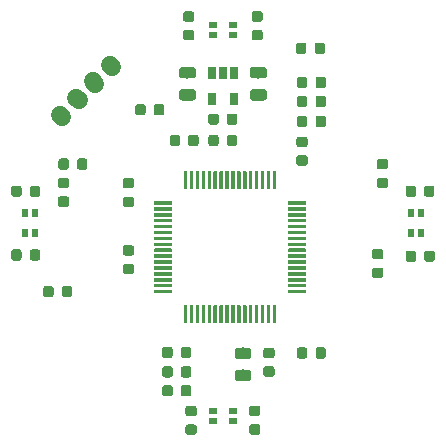
<source format=gtp>
G04 #@! TF.GenerationSoftware,KiCad,Pcbnew,(5.1.2)-1*
G04 #@! TF.CreationDate,2021-01-06T23:16:40+09:00*
G04 #@! TF.ProjectId,ssl,73736c2e-6b69-4636-9164-5f7063625858,v1.3*
G04 #@! TF.SameCoordinates,Original*
G04 #@! TF.FileFunction,Paste,Top*
G04 #@! TF.FilePolarity,Positive*
%FSLAX46Y46*%
G04 Gerber Fmt 4.6, Leading zero omitted, Abs format (unit mm)*
G04 Created by KiCad (PCBNEW (5.1.2)-1) date 2021-01-06 23:16:40*
%MOMM*%
%LPD*%
G04 APERTURE LIST*
%ADD10C,0.100000*%
%ADD11C,0.300000*%
%ADD12C,0.875000*%
%ADD13C,0.975000*%
%ADD14R,0.522000X0.725000*%
%ADD15R,0.725000X0.522000*%
%ADD16R,0.650000X1.060000*%
%ADD17C,1.524000*%
%ADD18C,1.524000*%
G04 APERTURE END LIST*
D10*
G36*
X96932351Y-95600361D02*
G01*
X96939632Y-95601441D01*
X96946771Y-95603229D01*
X96953701Y-95605709D01*
X96960355Y-95608856D01*
X96966668Y-95612640D01*
X96972579Y-95617024D01*
X96978033Y-95621967D01*
X96982976Y-95627421D01*
X96987360Y-95633332D01*
X96991144Y-95639645D01*
X96994291Y-95646299D01*
X96996771Y-95653229D01*
X96998559Y-95660368D01*
X96999639Y-95667649D01*
X97000000Y-95675000D01*
X97000000Y-97075000D01*
X96999639Y-97082351D01*
X96998559Y-97089632D01*
X96996771Y-97096771D01*
X96994291Y-97103701D01*
X96991144Y-97110355D01*
X96987360Y-97116668D01*
X96982976Y-97122579D01*
X96978033Y-97128033D01*
X96972579Y-97132976D01*
X96966668Y-97137360D01*
X96960355Y-97141144D01*
X96953701Y-97144291D01*
X96946771Y-97146771D01*
X96939632Y-97148559D01*
X96932351Y-97149639D01*
X96925000Y-97150000D01*
X96775000Y-97150000D01*
X96767649Y-97149639D01*
X96760368Y-97148559D01*
X96753229Y-97146771D01*
X96746299Y-97144291D01*
X96739645Y-97141144D01*
X96733332Y-97137360D01*
X96727421Y-97132976D01*
X96721967Y-97128033D01*
X96717024Y-97122579D01*
X96712640Y-97116668D01*
X96708856Y-97110355D01*
X96705709Y-97103701D01*
X96703229Y-97096771D01*
X96701441Y-97089632D01*
X96700361Y-97082351D01*
X96700000Y-97075000D01*
X96700000Y-95675000D01*
X96700361Y-95667649D01*
X96701441Y-95660368D01*
X96703229Y-95653229D01*
X96705709Y-95646299D01*
X96708856Y-95639645D01*
X96712640Y-95633332D01*
X96717024Y-95627421D01*
X96721967Y-95621967D01*
X96727421Y-95617024D01*
X96733332Y-95612640D01*
X96739645Y-95608856D01*
X96746299Y-95605709D01*
X96753229Y-95603229D01*
X96760368Y-95601441D01*
X96767649Y-95600361D01*
X96775000Y-95600000D01*
X96925000Y-95600000D01*
X96932351Y-95600361D01*
X96932351Y-95600361D01*
G37*
D11*
X96850000Y-96375000D03*
D10*
G36*
X97432351Y-95600361D02*
G01*
X97439632Y-95601441D01*
X97446771Y-95603229D01*
X97453701Y-95605709D01*
X97460355Y-95608856D01*
X97466668Y-95612640D01*
X97472579Y-95617024D01*
X97478033Y-95621967D01*
X97482976Y-95627421D01*
X97487360Y-95633332D01*
X97491144Y-95639645D01*
X97494291Y-95646299D01*
X97496771Y-95653229D01*
X97498559Y-95660368D01*
X97499639Y-95667649D01*
X97500000Y-95675000D01*
X97500000Y-97075000D01*
X97499639Y-97082351D01*
X97498559Y-97089632D01*
X97496771Y-97096771D01*
X97494291Y-97103701D01*
X97491144Y-97110355D01*
X97487360Y-97116668D01*
X97482976Y-97122579D01*
X97478033Y-97128033D01*
X97472579Y-97132976D01*
X97466668Y-97137360D01*
X97460355Y-97141144D01*
X97453701Y-97144291D01*
X97446771Y-97146771D01*
X97439632Y-97148559D01*
X97432351Y-97149639D01*
X97425000Y-97150000D01*
X97275000Y-97150000D01*
X97267649Y-97149639D01*
X97260368Y-97148559D01*
X97253229Y-97146771D01*
X97246299Y-97144291D01*
X97239645Y-97141144D01*
X97233332Y-97137360D01*
X97227421Y-97132976D01*
X97221967Y-97128033D01*
X97217024Y-97122579D01*
X97212640Y-97116668D01*
X97208856Y-97110355D01*
X97205709Y-97103701D01*
X97203229Y-97096771D01*
X97201441Y-97089632D01*
X97200361Y-97082351D01*
X97200000Y-97075000D01*
X97200000Y-95675000D01*
X97200361Y-95667649D01*
X97201441Y-95660368D01*
X97203229Y-95653229D01*
X97205709Y-95646299D01*
X97208856Y-95639645D01*
X97212640Y-95633332D01*
X97217024Y-95627421D01*
X97221967Y-95621967D01*
X97227421Y-95617024D01*
X97233332Y-95612640D01*
X97239645Y-95608856D01*
X97246299Y-95605709D01*
X97253229Y-95603229D01*
X97260368Y-95601441D01*
X97267649Y-95600361D01*
X97275000Y-95600000D01*
X97425000Y-95600000D01*
X97432351Y-95600361D01*
X97432351Y-95600361D01*
G37*
D11*
X97350000Y-96375000D03*
D10*
G36*
X97932351Y-95600361D02*
G01*
X97939632Y-95601441D01*
X97946771Y-95603229D01*
X97953701Y-95605709D01*
X97960355Y-95608856D01*
X97966668Y-95612640D01*
X97972579Y-95617024D01*
X97978033Y-95621967D01*
X97982976Y-95627421D01*
X97987360Y-95633332D01*
X97991144Y-95639645D01*
X97994291Y-95646299D01*
X97996771Y-95653229D01*
X97998559Y-95660368D01*
X97999639Y-95667649D01*
X98000000Y-95675000D01*
X98000000Y-97075000D01*
X97999639Y-97082351D01*
X97998559Y-97089632D01*
X97996771Y-97096771D01*
X97994291Y-97103701D01*
X97991144Y-97110355D01*
X97987360Y-97116668D01*
X97982976Y-97122579D01*
X97978033Y-97128033D01*
X97972579Y-97132976D01*
X97966668Y-97137360D01*
X97960355Y-97141144D01*
X97953701Y-97144291D01*
X97946771Y-97146771D01*
X97939632Y-97148559D01*
X97932351Y-97149639D01*
X97925000Y-97150000D01*
X97775000Y-97150000D01*
X97767649Y-97149639D01*
X97760368Y-97148559D01*
X97753229Y-97146771D01*
X97746299Y-97144291D01*
X97739645Y-97141144D01*
X97733332Y-97137360D01*
X97727421Y-97132976D01*
X97721967Y-97128033D01*
X97717024Y-97122579D01*
X97712640Y-97116668D01*
X97708856Y-97110355D01*
X97705709Y-97103701D01*
X97703229Y-97096771D01*
X97701441Y-97089632D01*
X97700361Y-97082351D01*
X97700000Y-97075000D01*
X97700000Y-95675000D01*
X97700361Y-95667649D01*
X97701441Y-95660368D01*
X97703229Y-95653229D01*
X97705709Y-95646299D01*
X97708856Y-95639645D01*
X97712640Y-95633332D01*
X97717024Y-95627421D01*
X97721967Y-95621967D01*
X97727421Y-95617024D01*
X97733332Y-95612640D01*
X97739645Y-95608856D01*
X97746299Y-95605709D01*
X97753229Y-95603229D01*
X97760368Y-95601441D01*
X97767649Y-95600361D01*
X97775000Y-95600000D01*
X97925000Y-95600000D01*
X97932351Y-95600361D01*
X97932351Y-95600361D01*
G37*
D11*
X97850000Y-96375000D03*
D10*
G36*
X98432351Y-95600361D02*
G01*
X98439632Y-95601441D01*
X98446771Y-95603229D01*
X98453701Y-95605709D01*
X98460355Y-95608856D01*
X98466668Y-95612640D01*
X98472579Y-95617024D01*
X98478033Y-95621967D01*
X98482976Y-95627421D01*
X98487360Y-95633332D01*
X98491144Y-95639645D01*
X98494291Y-95646299D01*
X98496771Y-95653229D01*
X98498559Y-95660368D01*
X98499639Y-95667649D01*
X98500000Y-95675000D01*
X98500000Y-97075000D01*
X98499639Y-97082351D01*
X98498559Y-97089632D01*
X98496771Y-97096771D01*
X98494291Y-97103701D01*
X98491144Y-97110355D01*
X98487360Y-97116668D01*
X98482976Y-97122579D01*
X98478033Y-97128033D01*
X98472579Y-97132976D01*
X98466668Y-97137360D01*
X98460355Y-97141144D01*
X98453701Y-97144291D01*
X98446771Y-97146771D01*
X98439632Y-97148559D01*
X98432351Y-97149639D01*
X98425000Y-97150000D01*
X98275000Y-97150000D01*
X98267649Y-97149639D01*
X98260368Y-97148559D01*
X98253229Y-97146771D01*
X98246299Y-97144291D01*
X98239645Y-97141144D01*
X98233332Y-97137360D01*
X98227421Y-97132976D01*
X98221967Y-97128033D01*
X98217024Y-97122579D01*
X98212640Y-97116668D01*
X98208856Y-97110355D01*
X98205709Y-97103701D01*
X98203229Y-97096771D01*
X98201441Y-97089632D01*
X98200361Y-97082351D01*
X98200000Y-97075000D01*
X98200000Y-95675000D01*
X98200361Y-95667649D01*
X98201441Y-95660368D01*
X98203229Y-95653229D01*
X98205709Y-95646299D01*
X98208856Y-95639645D01*
X98212640Y-95633332D01*
X98217024Y-95627421D01*
X98221967Y-95621967D01*
X98227421Y-95617024D01*
X98233332Y-95612640D01*
X98239645Y-95608856D01*
X98246299Y-95605709D01*
X98253229Y-95603229D01*
X98260368Y-95601441D01*
X98267649Y-95600361D01*
X98275000Y-95600000D01*
X98425000Y-95600000D01*
X98432351Y-95600361D01*
X98432351Y-95600361D01*
G37*
D11*
X98350000Y-96375000D03*
D10*
G36*
X98932351Y-95600361D02*
G01*
X98939632Y-95601441D01*
X98946771Y-95603229D01*
X98953701Y-95605709D01*
X98960355Y-95608856D01*
X98966668Y-95612640D01*
X98972579Y-95617024D01*
X98978033Y-95621967D01*
X98982976Y-95627421D01*
X98987360Y-95633332D01*
X98991144Y-95639645D01*
X98994291Y-95646299D01*
X98996771Y-95653229D01*
X98998559Y-95660368D01*
X98999639Y-95667649D01*
X99000000Y-95675000D01*
X99000000Y-97075000D01*
X98999639Y-97082351D01*
X98998559Y-97089632D01*
X98996771Y-97096771D01*
X98994291Y-97103701D01*
X98991144Y-97110355D01*
X98987360Y-97116668D01*
X98982976Y-97122579D01*
X98978033Y-97128033D01*
X98972579Y-97132976D01*
X98966668Y-97137360D01*
X98960355Y-97141144D01*
X98953701Y-97144291D01*
X98946771Y-97146771D01*
X98939632Y-97148559D01*
X98932351Y-97149639D01*
X98925000Y-97150000D01*
X98775000Y-97150000D01*
X98767649Y-97149639D01*
X98760368Y-97148559D01*
X98753229Y-97146771D01*
X98746299Y-97144291D01*
X98739645Y-97141144D01*
X98733332Y-97137360D01*
X98727421Y-97132976D01*
X98721967Y-97128033D01*
X98717024Y-97122579D01*
X98712640Y-97116668D01*
X98708856Y-97110355D01*
X98705709Y-97103701D01*
X98703229Y-97096771D01*
X98701441Y-97089632D01*
X98700361Y-97082351D01*
X98700000Y-97075000D01*
X98700000Y-95675000D01*
X98700361Y-95667649D01*
X98701441Y-95660368D01*
X98703229Y-95653229D01*
X98705709Y-95646299D01*
X98708856Y-95639645D01*
X98712640Y-95633332D01*
X98717024Y-95627421D01*
X98721967Y-95621967D01*
X98727421Y-95617024D01*
X98733332Y-95612640D01*
X98739645Y-95608856D01*
X98746299Y-95605709D01*
X98753229Y-95603229D01*
X98760368Y-95601441D01*
X98767649Y-95600361D01*
X98775000Y-95600000D01*
X98925000Y-95600000D01*
X98932351Y-95600361D01*
X98932351Y-95600361D01*
G37*
D11*
X98850000Y-96375000D03*
D10*
G36*
X99432351Y-95600361D02*
G01*
X99439632Y-95601441D01*
X99446771Y-95603229D01*
X99453701Y-95605709D01*
X99460355Y-95608856D01*
X99466668Y-95612640D01*
X99472579Y-95617024D01*
X99478033Y-95621967D01*
X99482976Y-95627421D01*
X99487360Y-95633332D01*
X99491144Y-95639645D01*
X99494291Y-95646299D01*
X99496771Y-95653229D01*
X99498559Y-95660368D01*
X99499639Y-95667649D01*
X99500000Y-95675000D01*
X99500000Y-97075000D01*
X99499639Y-97082351D01*
X99498559Y-97089632D01*
X99496771Y-97096771D01*
X99494291Y-97103701D01*
X99491144Y-97110355D01*
X99487360Y-97116668D01*
X99482976Y-97122579D01*
X99478033Y-97128033D01*
X99472579Y-97132976D01*
X99466668Y-97137360D01*
X99460355Y-97141144D01*
X99453701Y-97144291D01*
X99446771Y-97146771D01*
X99439632Y-97148559D01*
X99432351Y-97149639D01*
X99425000Y-97150000D01*
X99275000Y-97150000D01*
X99267649Y-97149639D01*
X99260368Y-97148559D01*
X99253229Y-97146771D01*
X99246299Y-97144291D01*
X99239645Y-97141144D01*
X99233332Y-97137360D01*
X99227421Y-97132976D01*
X99221967Y-97128033D01*
X99217024Y-97122579D01*
X99212640Y-97116668D01*
X99208856Y-97110355D01*
X99205709Y-97103701D01*
X99203229Y-97096771D01*
X99201441Y-97089632D01*
X99200361Y-97082351D01*
X99200000Y-97075000D01*
X99200000Y-95675000D01*
X99200361Y-95667649D01*
X99201441Y-95660368D01*
X99203229Y-95653229D01*
X99205709Y-95646299D01*
X99208856Y-95639645D01*
X99212640Y-95633332D01*
X99217024Y-95627421D01*
X99221967Y-95621967D01*
X99227421Y-95617024D01*
X99233332Y-95612640D01*
X99239645Y-95608856D01*
X99246299Y-95605709D01*
X99253229Y-95603229D01*
X99260368Y-95601441D01*
X99267649Y-95600361D01*
X99275000Y-95600000D01*
X99425000Y-95600000D01*
X99432351Y-95600361D01*
X99432351Y-95600361D01*
G37*
D11*
X99350000Y-96375000D03*
D10*
G36*
X99932351Y-95600361D02*
G01*
X99939632Y-95601441D01*
X99946771Y-95603229D01*
X99953701Y-95605709D01*
X99960355Y-95608856D01*
X99966668Y-95612640D01*
X99972579Y-95617024D01*
X99978033Y-95621967D01*
X99982976Y-95627421D01*
X99987360Y-95633332D01*
X99991144Y-95639645D01*
X99994291Y-95646299D01*
X99996771Y-95653229D01*
X99998559Y-95660368D01*
X99999639Y-95667649D01*
X100000000Y-95675000D01*
X100000000Y-97075000D01*
X99999639Y-97082351D01*
X99998559Y-97089632D01*
X99996771Y-97096771D01*
X99994291Y-97103701D01*
X99991144Y-97110355D01*
X99987360Y-97116668D01*
X99982976Y-97122579D01*
X99978033Y-97128033D01*
X99972579Y-97132976D01*
X99966668Y-97137360D01*
X99960355Y-97141144D01*
X99953701Y-97144291D01*
X99946771Y-97146771D01*
X99939632Y-97148559D01*
X99932351Y-97149639D01*
X99925000Y-97150000D01*
X99775000Y-97150000D01*
X99767649Y-97149639D01*
X99760368Y-97148559D01*
X99753229Y-97146771D01*
X99746299Y-97144291D01*
X99739645Y-97141144D01*
X99733332Y-97137360D01*
X99727421Y-97132976D01*
X99721967Y-97128033D01*
X99717024Y-97122579D01*
X99712640Y-97116668D01*
X99708856Y-97110355D01*
X99705709Y-97103701D01*
X99703229Y-97096771D01*
X99701441Y-97089632D01*
X99700361Y-97082351D01*
X99700000Y-97075000D01*
X99700000Y-95675000D01*
X99700361Y-95667649D01*
X99701441Y-95660368D01*
X99703229Y-95653229D01*
X99705709Y-95646299D01*
X99708856Y-95639645D01*
X99712640Y-95633332D01*
X99717024Y-95627421D01*
X99721967Y-95621967D01*
X99727421Y-95617024D01*
X99733332Y-95612640D01*
X99739645Y-95608856D01*
X99746299Y-95605709D01*
X99753229Y-95603229D01*
X99760368Y-95601441D01*
X99767649Y-95600361D01*
X99775000Y-95600000D01*
X99925000Y-95600000D01*
X99932351Y-95600361D01*
X99932351Y-95600361D01*
G37*
D11*
X99850000Y-96375000D03*
D10*
G36*
X100432351Y-95600361D02*
G01*
X100439632Y-95601441D01*
X100446771Y-95603229D01*
X100453701Y-95605709D01*
X100460355Y-95608856D01*
X100466668Y-95612640D01*
X100472579Y-95617024D01*
X100478033Y-95621967D01*
X100482976Y-95627421D01*
X100487360Y-95633332D01*
X100491144Y-95639645D01*
X100494291Y-95646299D01*
X100496771Y-95653229D01*
X100498559Y-95660368D01*
X100499639Y-95667649D01*
X100500000Y-95675000D01*
X100500000Y-97075000D01*
X100499639Y-97082351D01*
X100498559Y-97089632D01*
X100496771Y-97096771D01*
X100494291Y-97103701D01*
X100491144Y-97110355D01*
X100487360Y-97116668D01*
X100482976Y-97122579D01*
X100478033Y-97128033D01*
X100472579Y-97132976D01*
X100466668Y-97137360D01*
X100460355Y-97141144D01*
X100453701Y-97144291D01*
X100446771Y-97146771D01*
X100439632Y-97148559D01*
X100432351Y-97149639D01*
X100425000Y-97150000D01*
X100275000Y-97150000D01*
X100267649Y-97149639D01*
X100260368Y-97148559D01*
X100253229Y-97146771D01*
X100246299Y-97144291D01*
X100239645Y-97141144D01*
X100233332Y-97137360D01*
X100227421Y-97132976D01*
X100221967Y-97128033D01*
X100217024Y-97122579D01*
X100212640Y-97116668D01*
X100208856Y-97110355D01*
X100205709Y-97103701D01*
X100203229Y-97096771D01*
X100201441Y-97089632D01*
X100200361Y-97082351D01*
X100200000Y-97075000D01*
X100200000Y-95675000D01*
X100200361Y-95667649D01*
X100201441Y-95660368D01*
X100203229Y-95653229D01*
X100205709Y-95646299D01*
X100208856Y-95639645D01*
X100212640Y-95633332D01*
X100217024Y-95627421D01*
X100221967Y-95621967D01*
X100227421Y-95617024D01*
X100233332Y-95612640D01*
X100239645Y-95608856D01*
X100246299Y-95605709D01*
X100253229Y-95603229D01*
X100260368Y-95601441D01*
X100267649Y-95600361D01*
X100275000Y-95600000D01*
X100425000Y-95600000D01*
X100432351Y-95600361D01*
X100432351Y-95600361D01*
G37*
D11*
X100350000Y-96375000D03*
D10*
G36*
X100932351Y-95600361D02*
G01*
X100939632Y-95601441D01*
X100946771Y-95603229D01*
X100953701Y-95605709D01*
X100960355Y-95608856D01*
X100966668Y-95612640D01*
X100972579Y-95617024D01*
X100978033Y-95621967D01*
X100982976Y-95627421D01*
X100987360Y-95633332D01*
X100991144Y-95639645D01*
X100994291Y-95646299D01*
X100996771Y-95653229D01*
X100998559Y-95660368D01*
X100999639Y-95667649D01*
X101000000Y-95675000D01*
X101000000Y-97075000D01*
X100999639Y-97082351D01*
X100998559Y-97089632D01*
X100996771Y-97096771D01*
X100994291Y-97103701D01*
X100991144Y-97110355D01*
X100987360Y-97116668D01*
X100982976Y-97122579D01*
X100978033Y-97128033D01*
X100972579Y-97132976D01*
X100966668Y-97137360D01*
X100960355Y-97141144D01*
X100953701Y-97144291D01*
X100946771Y-97146771D01*
X100939632Y-97148559D01*
X100932351Y-97149639D01*
X100925000Y-97150000D01*
X100775000Y-97150000D01*
X100767649Y-97149639D01*
X100760368Y-97148559D01*
X100753229Y-97146771D01*
X100746299Y-97144291D01*
X100739645Y-97141144D01*
X100733332Y-97137360D01*
X100727421Y-97132976D01*
X100721967Y-97128033D01*
X100717024Y-97122579D01*
X100712640Y-97116668D01*
X100708856Y-97110355D01*
X100705709Y-97103701D01*
X100703229Y-97096771D01*
X100701441Y-97089632D01*
X100700361Y-97082351D01*
X100700000Y-97075000D01*
X100700000Y-95675000D01*
X100700361Y-95667649D01*
X100701441Y-95660368D01*
X100703229Y-95653229D01*
X100705709Y-95646299D01*
X100708856Y-95639645D01*
X100712640Y-95633332D01*
X100717024Y-95627421D01*
X100721967Y-95621967D01*
X100727421Y-95617024D01*
X100733332Y-95612640D01*
X100739645Y-95608856D01*
X100746299Y-95605709D01*
X100753229Y-95603229D01*
X100760368Y-95601441D01*
X100767649Y-95600361D01*
X100775000Y-95600000D01*
X100925000Y-95600000D01*
X100932351Y-95600361D01*
X100932351Y-95600361D01*
G37*
D11*
X100850000Y-96375000D03*
D10*
G36*
X101432351Y-95600361D02*
G01*
X101439632Y-95601441D01*
X101446771Y-95603229D01*
X101453701Y-95605709D01*
X101460355Y-95608856D01*
X101466668Y-95612640D01*
X101472579Y-95617024D01*
X101478033Y-95621967D01*
X101482976Y-95627421D01*
X101487360Y-95633332D01*
X101491144Y-95639645D01*
X101494291Y-95646299D01*
X101496771Y-95653229D01*
X101498559Y-95660368D01*
X101499639Y-95667649D01*
X101500000Y-95675000D01*
X101500000Y-97075000D01*
X101499639Y-97082351D01*
X101498559Y-97089632D01*
X101496771Y-97096771D01*
X101494291Y-97103701D01*
X101491144Y-97110355D01*
X101487360Y-97116668D01*
X101482976Y-97122579D01*
X101478033Y-97128033D01*
X101472579Y-97132976D01*
X101466668Y-97137360D01*
X101460355Y-97141144D01*
X101453701Y-97144291D01*
X101446771Y-97146771D01*
X101439632Y-97148559D01*
X101432351Y-97149639D01*
X101425000Y-97150000D01*
X101275000Y-97150000D01*
X101267649Y-97149639D01*
X101260368Y-97148559D01*
X101253229Y-97146771D01*
X101246299Y-97144291D01*
X101239645Y-97141144D01*
X101233332Y-97137360D01*
X101227421Y-97132976D01*
X101221967Y-97128033D01*
X101217024Y-97122579D01*
X101212640Y-97116668D01*
X101208856Y-97110355D01*
X101205709Y-97103701D01*
X101203229Y-97096771D01*
X101201441Y-97089632D01*
X101200361Y-97082351D01*
X101200000Y-97075000D01*
X101200000Y-95675000D01*
X101200361Y-95667649D01*
X101201441Y-95660368D01*
X101203229Y-95653229D01*
X101205709Y-95646299D01*
X101208856Y-95639645D01*
X101212640Y-95633332D01*
X101217024Y-95627421D01*
X101221967Y-95621967D01*
X101227421Y-95617024D01*
X101233332Y-95612640D01*
X101239645Y-95608856D01*
X101246299Y-95605709D01*
X101253229Y-95603229D01*
X101260368Y-95601441D01*
X101267649Y-95600361D01*
X101275000Y-95600000D01*
X101425000Y-95600000D01*
X101432351Y-95600361D01*
X101432351Y-95600361D01*
G37*
D11*
X101350000Y-96375000D03*
D10*
G36*
X101932351Y-95600361D02*
G01*
X101939632Y-95601441D01*
X101946771Y-95603229D01*
X101953701Y-95605709D01*
X101960355Y-95608856D01*
X101966668Y-95612640D01*
X101972579Y-95617024D01*
X101978033Y-95621967D01*
X101982976Y-95627421D01*
X101987360Y-95633332D01*
X101991144Y-95639645D01*
X101994291Y-95646299D01*
X101996771Y-95653229D01*
X101998559Y-95660368D01*
X101999639Y-95667649D01*
X102000000Y-95675000D01*
X102000000Y-97075000D01*
X101999639Y-97082351D01*
X101998559Y-97089632D01*
X101996771Y-97096771D01*
X101994291Y-97103701D01*
X101991144Y-97110355D01*
X101987360Y-97116668D01*
X101982976Y-97122579D01*
X101978033Y-97128033D01*
X101972579Y-97132976D01*
X101966668Y-97137360D01*
X101960355Y-97141144D01*
X101953701Y-97144291D01*
X101946771Y-97146771D01*
X101939632Y-97148559D01*
X101932351Y-97149639D01*
X101925000Y-97150000D01*
X101775000Y-97150000D01*
X101767649Y-97149639D01*
X101760368Y-97148559D01*
X101753229Y-97146771D01*
X101746299Y-97144291D01*
X101739645Y-97141144D01*
X101733332Y-97137360D01*
X101727421Y-97132976D01*
X101721967Y-97128033D01*
X101717024Y-97122579D01*
X101712640Y-97116668D01*
X101708856Y-97110355D01*
X101705709Y-97103701D01*
X101703229Y-97096771D01*
X101701441Y-97089632D01*
X101700361Y-97082351D01*
X101700000Y-97075000D01*
X101700000Y-95675000D01*
X101700361Y-95667649D01*
X101701441Y-95660368D01*
X101703229Y-95653229D01*
X101705709Y-95646299D01*
X101708856Y-95639645D01*
X101712640Y-95633332D01*
X101717024Y-95627421D01*
X101721967Y-95621967D01*
X101727421Y-95617024D01*
X101733332Y-95612640D01*
X101739645Y-95608856D01*
X101746299Y-95605709D01*
X101753229Y-95603229D01*
X101760368Y-95601441D01*
X101767649Y-95600361D01*
X101775000Y-95600000D01*
X101925000Y-95600000D01*
X101932351Y-95600361D01*
X101932351Y-95600361D01*
G37*
D11*
X101850000Y-96375000D03*
D10*
G36*
X102432351Y-95600361D02*
G01*
X102439632Y-95601441D01*
X102446771Y-95603229D01*
X102453701Y-95605709D01*
X102460355Y-95608856D01*
X102466668Y-95612640D01*
X102472579Y-95617024D01*
X102478033Y-95621967D01*
X102482976Y-95627421D01*
X102487360Y-95633332D01*
X102491144Y-95639645D01*
X102494291Y-95646299D01*
X102496771Y-95653229D01*
X102498559Y-95660368D01*
X102499639Y-95667649D01*
X102500000Y-95675000D01*
X102500000Y-97075000D01*
X102499639Y-97082351D01*
X102498559Y-97089632D01*
X102496771Y-97096771D01*
X102494291Y-97103701D01*
X102491144Y-97110355D01*
X102487360Y-97116668D01*
X102482976Y-97122579D01*
X102478033Y-97128033D01*
X102472579Y-97132976D01*
X102466668Y-97137360D01*
X102460355Y-97141144D01*
X102453701Y-97144291D01*
X102446771Y-97146771D01*
X102439632Y-97148559D01*
X102432351Y-97149639D01*
X102425000Y-97150000D01*
X102275000Y-97150000D01*
X102267649Y-97149639D01*
X102260368Y-97148559D01*
X102253229Y-97146771D01*
X102246299Y-97144291D01*
X102239645Y-97141144D01*
X102233332Y-97137360D01*
X102227421Y-97132976D01*
X102221967Y-97128033D01*
X102217024Y-97122579D01*
X102212640Y-97116668D01*
X102208856Y-97110355D01*
X102205709Y-97103701D01*
X102203229Y-97096771D01*
X102201441Y-97089632D01*
X102200361Y-97082351D01*
X102200000Y-97075000D01*
X102200000Y-95675000D01*
X102200361Y-95667649D01*
X102201441Y-95660368D01*
X102203229Y-95653229D01*
X102205709Y-95646299D01*
X102208856Y-95639645D01*
X102212640Y-95633332D01*
X102217024Y-95627421D01*
X102221967Y-95621967D01*
X102227421Y-95617024D01*
X102233332Y-95612640D01*
X102239645Y-95608856D01*
X102246299Y-95605709D01*
X102253229Y-95603229D01*
X102260368Y-95601441D01*
X102267649Y-95600361D01*
X102275000Y-95600000D01*
X102425000Y-95600000D01*
X102432351Y-95600361D01*
X102432351Y-95600361D01*
G37*
D11*
X102350000Y-96375000D03*
D10*
G36*
X102932351Y-95600361D02*
G01*
X102939632Y-95601441D01*
X102946771Y-95603229D01*
X102953701Y-95605709D01*
X102960355Y-95608856D01*
X102966668Y-95612640D01*
X102972579Y-95617024D01*
X102978033Y-95621967D01*
X102982976Y-95627421D01*
X102987360Y-95633332D01*
X102991144Y-95639645D01*
X102994291Y-95646299D01*
X102996771Y-95653229D01*
X102998559Y-95660368D01*
X102999639Y-95667649D01*
X103000000Y-95675000D01*
X103000000Y-97075000D01*
X102999639Y-97082351D01*
X102998559Y-97089632D01*
X102996771Y-97096771D01*
X102994291Y-97103701D01*
X102991144Y-97110355D01*
X102987360Y-97116668D01*
X102982976Y-97122579D01*
X102978033Y-97128033D01*
X102972579Y-97132976D01*
X102966668Y-97137360D01*
X102960355Y-97141144D01*
X102953701Y-97144291D01*
X102946771Y-97146771D01*
X102939632Y-97148559D01*
X102932351Y-97149639D01*
X102925000Y-97150000D01*
X102775000Y-97150000D01*
X102767649Y-97149639D01*
X102760368Y-97148559D01*
X102753229Y-97146771D01*
X102746299Y-97144291D01*
X102739645Y-97141144D01*
X102733332Y-97137360D01*
X102727421Y-97132976D01*
X102721967Y-97128033D01*
X102717024Y-97122579D01*
X102712640Y-97116668D01*
X102708856Y-97110355D01*
X102705709Y-97103701D01*
X102703229Y-97096771D01*
X102701441Y-97089632D01*
X102700361Y-97082351D01*
X102700000Y-97075000D01*
X102700000Y-95675000D01*
X102700361Y-95667649D01*
X102701441Y-95660368D01*
X102703229Y-95653229D01*
X102705709Y-95646299D01*
X102708856Y-95639645D01*
X102712640Y-95633332D01*
X102717024Y-95627421D01*
X102721967Y-95621967D01*
X102727421Y-95617024D01*
X102733332Y-95612640D01*
X102739645Y-95608856D01*
X102746299Y-95605709D01*
X102753229Y-95603229D01*
X102760368Y-95601441D01*
X102767649Y-95600361D01*
X102775000Y-95600000D01*
X102925000Y-95600000D01*
X102932351Y-95600361D01*
X102932351Y-95600361D01*
G37*
D11*
X102850000Y-96375000D03*
D10*
G36*
X103432351Y-95600361D02*
G01*
X103439632Y-95601441D01*
X103446771Y-95603229D01*
X103453701Y-95605709D01*
X103460355Y-95608856D01*
X103466668Y-95612640D01*
X103472579Y-95617024D01*
X103478033Y-95621967D01*
X103482976Y-95627421D01*
X103487360Y-95633332D01*
X103491144Y-95639645D01*
X103494291Y-95646299D01*
X103496771Y-95653229D01*
X103498559Y-95660368D01*
X103499639Y-95667649D01*
X103500000Y-95675000D01*
X103500000Y-97075000D01*
X103499639Y-97082351D01*
X103498559Y-97089632D01*
X103496771Y-97096771D01*
X103494291Y-97103701D01*
X103491144Y-97110355D01*
X103487360Y-97116668D01*
X103482976Y-97122579D01*
X103478033Y-97128033D01*
X103472579Y-97132976D01*
X103466668Y-97137360D01*
X103460355Y-97141144D01*
X103453701Y-97144291D01*
X103446771Y-97146771D01*
X103439632Y-97148559D01*
X103432351Y-97149639D01*
X103425000Y-97150000D01*
X103275000Y-97150000D01*
X103267649Y-97149639D01*
X103260368Y-97148559D01*
X103253229Y-97146771D01*
X103246299Y-97144291D01*
X103239645Y-97141144D01*
X103233332Y-97137360D01*
X103227421Y-97132976D01*
X103221967Y-97128033D01*
X103217024Y-97122579D01*
X103212640Y-97116668D01*
X103208856Y-97110355D01*
X103205709Y-97103701D01*
X103203229Y-97096771D01*
X103201441Y-97089632D01*
X103200361Y-97082351D01*
X103200000Y-97075000D01*
X103200000Y-95675000D01*
X103200361Y-95667649D01*
X103201441Y-95660368D01*
X103203229Y-95653229D01*
X103205709Y-95646299D01*
X103208856Y-95639645D01*
X103212640Y-95633332D01*
X103217024Y-95627421D01*
X103221967Y-95621967D01*
X103227421Y-95617024D01*
X103233332Y-95612640D01*
X103239645Y-95608856D01*
X103246299Y-95605709D01*
X103253229Y-95603229D01*
X103260368Y-95601441D01*
X103267649Y-95600361D01*
X103275000Y-95600000D01*
X103425000Y-95600000D01*
X103432351Y-95600361D01*
X103432351Y-95600361D01*
G37*
D11*
X103350000Y-96375000D03*
D10*
G36*
X103932351Y-95600361D02*
G01*
X103939632Y-95601441D01*
X103946771Y-95603229D01*
X103953701Y-95605709D01*
X103960355Y-95608856D01*
X103966668Y-95612640D01*
X103972579Y-95617024D01*
X103978033Y-95621967D01*
X103982976Y-95627421D01*
X103987360Y-95633332D01*
X103991144Y-95639645D01*
X103994291Y-95646299D01*
X103996771Y-95653229D01*
X103998559Y-95660368D01*
X103999639Y-95667649D01*
X104000000Y-95675000D01*
X104000000Y-97075000D01*
X103999639Y-97082351D01*
X103998559Y-97089632D01*
X103996771Y-97096771D01*
X103994291Y-97103701D01*
X103991144Y-97110355D01*
X103987360Y-97116668D01*
X103982976Y-97122579D01*
X103978033Y-97128033D01*
X103972579Y-97132976D01*
X103966668Y-97137360D01*
X103960355Y-97141144D01*
X103953701Y-97144291D01*
X103946771Y-97146771D01*
X103939632Y-97148559D01*
X103932351Y-97149639D01*
X103925000Y-97150000D01*
X103775000Y-97150000D01*
X103767649Y-97149639D01*
X103760368Y-97148559D01*
X103753229Y-97146771D01*
X103746299Y-97144291D01*
X103739645Y-97141144D01*
X103733332Y-97137360D01*
X103727421Y-97132976D01*
X103721967Y-97128033D01*
X103717024Y-97122579D01*
X103712640Y-97116668D01*
X103708856Y-97110355D01*
X103705709Y-97103701D01*
X103703229Y-97096771D01*
X103701441Y-97089632D01*
X103700361Y-97082351D01*
X103700000Y-97075000D01*
X103700000Y-95675000D01*
X103700361Y-95667649D01*
X103701441Y-95660368D01*
X103703229Y-95653229D01*
X103705709Y-95646299D01*
X103708856Y-95639645D01*
X103712640Y-95633332D01*
X103717024Y-95627421D01*
X103721967Y-95621967D01*
X103727421Y-95617024D01*
X103733332Y-95612640D01*
X103739645Y-95608856D01*
X103746299Y-95605709D01*
X103753229Y-95603229D01*
X103760368Y-95601441D01*
X103767649Y-95600361D01*
X103775000Y-95600000D01*
X103925000Y-95600000D01*
X103932351Y-95600361D01*
X103932351Y-95600361D01*
G37*
D11*
X103850000Y-96375000D03*
D10*
G36*
X104432351Y-95600361D02*
G01*
X104439632Y-95601441D01*
X104446771Y-95603229D01*
X104453701Y-95605709D01*
X104460355Y-95608856D01*
X104466668Y-95612640D01*
X104472579Y-95617024D01*
X104478033Y-95621967D01*
X104482976Y-95627421D01*
X104487360Y-95633332D01*
X104491144Y-95639645D01*
X104494291Y-95646299D01*
X104496771Y-95653229D01*
X104498559Y-95660368D01*
X104499639Y-95667649D01*
X104500000Y-95675000D01*
X104500000Y-97075000D01*
X104499639Y-97082351D01*
X104498559Y-97089632D01*
X104496771Y-97096771D01*
X104494291Y-97103701D01*
X104491144Y-97110355D01*
X104487360Y-97116668D01*
X104482976Y-97122579D01*
X104478033Y-97128033D01*
X104472579Y-97132976D01*
X104466668Y-97137360D01*
X104460355Y-97141144D01*
X104453701Y-97144291D01*
X104446771Y-97146771D01*
X104439632Y-97148559D01*
X104432351Y-97149639D01*
X104425000Y-97150000D01*
X104275000Y-97150000D01*
X104267649Y-97149639D01*
X104260368Y-97148559D01*
X104253229Y-97146771D01*
X104246299Y-97144291D01*
X104239645Y-97141144D01*
X104233332Y-97137360D01*
X104227421Y-97132976D01*
X104221967Y-97128033D01*
X104217024Y-97122579D01*
X104212640Y-97116668D01*
X104208856Y-97110355D01*
X104205709Y-97103701D01*
X104203229Y-97096771D01*
X104201441Y-97089632D01*
X104200361Y-97082351D01*
X104200000Y-97075000D01*
X104200000Y-95675000D01*
X104200361Y-95667649D01*
X104201441Y-95660368D01*
X104203229Y-95653229D01*
X104205709Y-95646299D01*
X104208856Y-95639645D01*
X104212640Y-95633332D01*
X104217024Y-95627421D01*
X104221967Y-95621967D01*
X104227421Y-95617024D01*
X104233332Y-95612640D01*
X104239645Y-95608856D01*
X104246299Y-95605709D01*
X104253229Y-95603229D01*
X104260368Y-95601441D01*
X104267649Y-95600361D01*
X104275000Y-95600000D01*
X104425000Y-95600000D01*
X104432351Y-95600361D01*
X104432351Y-95600361D01*
G37*
D11*
X104350000Y-96375000D03*
D10*
G36*
X106982351Y-98150361D02*
G01*
X106989632Y-98151441D01*
X106996771Y-98153229D01*
X107003701Y-98155709D01*
X107010355Y-98158856D01*
X107016668Y-98162640D01*
X107022579Y-98167024D01*
X107028033Y-98171967D01*
X107032976Y-98177421D01*
X107037360Y-98183332D01*
X107041144Y-98189645D01*
X107044291Y-98196299D01*
X107046771Y-98203229D01*
X107048559Y-98210368D01*
X107049639Y-98217649D01*
X107050000Y-98225000D01*
X107050000Y-98375000D01*
X107049639Y-98382351D01*
X107048559Y-98389632D01*
X107046771Y-98396771D01*
X107044291Y-98403701D01*
X107041144Y-98410355D01*
X107037360Y-98416668D01*
X107032976Y-98422579D01*
X107028033Y-98428033D01*
X107022579Y-98432976D01*
X107016668Y-98437360D01*
X107010355Y-98441144D01*
X107003701Y-98444291D01*
X106996771Y-98446771D01*
X106989632Y-98448559D01*
X106982351Y-98449639D01*
X106975000Y-98450000D01*
X105575000Y-98450000D01*
X105567649Y-98449639D01*
X105560368Y-98448559D01*
X105553229Y-98446771D01*
X105546299Y-98444291D01*
X105539645Y-98441144D01*
X105533332Y-98437360D01*
X105527421Y-98432976D01*
X105521967Y-98428033D01*
X105517024Y-98422579D01*
X105512640Y-98416668D01*
X105508856Y-98410355D01*
X105505709Y-98403701D01*
X105503229Y-98396771D01*
X105501441Y-98389632D01*
X105500361Y-98382351D01*
X105500000Y-98375000D01*
X105500000Y-98225000D01*
X105500361Y-98217649D01*
X105501441Y-98210368D01*
X105503229Y-98203229D01*
X105505709Y-98196299D01*
X105508856Y-98189645D01*
X105512640Y-98183332D01*
X105517024Y-98177421D01*
X105521967Y-98171967D01*
X105527421Y-98167024D01*
X105533332Y-98162640D01*
X105539645Y-98158856D01*
X105546299Y-98155709D01*
X105553229Y-98153229D01*
X105560368Y-98151441D01*
X105567649Y-98150361D01*
X105575000Y-98150000D01*
X106975000Y-98150000D01*
X106982351Y-98150361D01*
X106982351Y-98150361D01*
G37*
D11*
X106275000Y-98300000D03*
D10*
G36*
X106982351Y-98650361D02*
G01*
X106989632Y-98651441D01*
X106996771Y-98653229D01*
X107003701Y-98655709D01*
X107010355Y-98658856D01*
X107016668Y-98662640D01*
X107022579Y-98667024D01*
X107028033Y-98671967D01*
X107032976Y-98677421D01*
X107037360Y-98683332D01*
X107041144Y-98689645D01*
X107044291Y-98696299D01*
X107046771Y-98703229D01*
X107048559Y-98710368D01*
X107049639Y-98717649D01*
X107050000Y-98725000D01*
X107050000Y-98875000D01*
X107049639Y-98882351D01*
X107048559Y-98889632D01*
X107046771Y-98896771D01*
X107044291Y-98903701D01*
X107041144Y-98910355D01*
X107037360Y-98916668D01*
X107032976Y-98922579D01*
X107028033Y-98928033D01*
X107022579Y-98932976D01*
X107016668Y-98937360D01*
X107010355Y-98941144D01*
X107003701Y-98944291D01*
X106996771Y-98946771D01*
X106989632Y-98948559D01*
X106982351Y-98949639D01*
X106975000Y-98950000D01*
X105575000Y-98950000D01*
X105567649Y-98949639D01*
X105560368Y-98948559D01*
X105553229Y-98946771D01*
X105546299Y-98944291D01*
X105539645Y-98941144D01*
X105533332Y-98937360D01*
X105527421Y-98932976D01*
X105521967Y-98928033D01*
X105517024Y-98922579D01*
X105512640Y-98916668D01*
X105508856Y-98910355D01*
X105505709Y-98903701D01*
X105503229Y-98896771D01*
X105501441Y-98889632D01*
X105500361Y-98882351D01*
X105500000Y-98875000D01*
X105500000Y-98725000D01*
X105500361Y-98717649D01*
X105501441Y-98710368D01*
X105503229Y-98703229D01*
X105505709Y-98696299D01*
X105508856Y-98689645D01*
X105512640Y-98683332D01*
X105517024Y-98677421D01*
X105521967Y-98671967D01*
X105527421Y-98667024D01*
X105533332Y-98662640D01*
X105539645Y-98658856D01*
X105546299Y-98655709D01*
X105553229Y-98653229D01*
X105560368Y-98651441D01*
X105567649Y-98650361D01*
X105575000Y-98650000D01*
X106975000Y-98650000D01*
X106982351Y-98650361D01*
X106982351Y-98650361D01*
G37*
D11*
X106275000Y-98800000D03*
D10*
G36*
X106982351Y-99150361D02*
G01*
X106989632Y-99151441D01*
X106996771Y-99153229D01*
X107003701Y-99155709D01*
X107010355Y-99158856D01*
X107016668Y-99162640D01*
X107022579Y-99167024D01*
X107028033Y-99171967D01*
X107032976Y-99177421D01*
X107037360Y-99183332D01*
X107041144Y-99189645D01*
X107044291Y-99196299D01*
X107046771Y-99203229D01*
X107048559Y-99210368D01*
X107049639Y-99217649D01*
X107050000Y-99225000D01*
X107050000Y-99375000D01*
X107049639Y-99382351D01*
X107048559Y-99389632D01*
X107046771Y-99396771D01*
X107044291Y-99403701D01*
X107041144Y-99410355D01*
X107037360Y-99416668D01*
X107032976Y-99422579D01*
X107028033Y-99428033D01*
X107022579Y-99432976D01*
X107016668Y-99437360D01*
X107010355Y-99441144D01*
X107003701Y-99444291D01*
X106996771Y-99446771D01*
X106989632Y-99448559D01*
X106982351Y-99449639D01*
X106975000Y-99450000D01*
X105575000Y-99450000D01*
X105567649Y-99449639D01*
X105560368Y-99448559D01*
X105553229Y-99446771D01*
X105546299Y-99444291D01*
X105539645Y-99441144D01*
X105533332Y-99437360D01*
X105527421Y-99432976D01*
X105521967Y-99428033D01*
X105517024Y-99422579D01*
X105512640Y-99416668D01*
X105508856Y-99410355D01*
X105505709Y-99403701D01*
X105503229Y-99396771D01*
X105501441Y-99389632D01*
X105500361Y-99382351D01*
X105500000Y-99375000D01*
X105500000Y-99225000D01*
X105500361Y-99217649D01*
X105501441Y-99210368D01*
X105503229Y-99203229D01*
X105505709Y-99196299D01*
X105508856Y-99189645D01*
X105512640Y-99183332D01*
X105517024Y-99177421D01*
X105521967Y-99171967D01*
X105527421Y-99167024D01*
X105533332Y-99162640D01*
X105539645Y-99158856D01*
X105546299Y-99155709D01*
X105553229Y-99153229D01*
X105560368Y-99151441D01*
X105567649Y-99150361D01*
X105575000Y-99150000D01*
X106975000Y-99150000D01*
X106982351Y-99150361D01*
X106982351Y-99150361D01*
G37*
D11*
X106275000Y-99300000D03*
D10*
G36*
X106982351Y-99650361D02*
G01*
X106989632Y-99651441D01*
X106996771Y-99653229D01*
X107003701Y-99655709D01*
X107010355Y-99658856D01*
X107016668Y-99662640D01*
X107022579Y-99667024D01*
X107028033Y-99671967D01*
X107032976Y-99677421D01*
X107037360Y-99683332D01*
X107041144Y-99689645D01*
X107044291Y-99696299D01*
X107046771Y-99703229D01*
X107048559Y-99710368D01*
X107049639Y-99717649D01*
X107050000Y-99725000D01*
X107050000Y-99875000D01*
X107049639Y-99882351D01*
X107048559Y-99889632D01*
X107046771Y-99896771D01*
X107044291Y-99903701D01*
X107041144Y-99910355D01*
X107037360Y-99916668D01*
X107032976Y-99922579D01*
X107028033Y-99928033D01*
X107022579Y-99932976D01*
X107016668Y-99937360D01*
X107010355Y-99941144D01*
X107003701Y-99944291D01*
X106996771Y-99946771D01*
X106989632Y-99948559D01*
X106982351Y-99949639D01*
X106975000Y-99950000D01*
X105575000Y-99950000D01*
X105567649Y-99949639D01*
X105560368Y-99948559D01*
X105553229Y-99946771D01*
X105546299Y-99944291D01*
X105539645Y-99941144D01*
X105533332Y-99937360D01*
X105527421Y-99932976D01*
X105521967Y-99928033D01*
X105517024Y-99922579D01*
X105512640Y-99916668D01*
X105508856Y-99910355D01*
X105505709Y-99903701D01*
X105503229Y-99896771D01*
X105501441Y-99889632D01*
X105500361Y-99882351D01*
X105500000Y-99875000D01*
X105500000Y-99725000D01*
X105500361Y-99717649D01*
X105501441Y-99710368D01*
X105503229Y-99703229D01*
X105505709Y-99696299D01*
X105508856Y-99689645D01*
X105512640Y-99683332D01*
X105517024Y-99677421D01*
X105521967Y-99671967D01*
X105527421Y-99667024D01*
X105533332Y-99662640D01*
X105539645Y-99658856D01*
X105546299Y-99655709D01*
X105553229Y-99653229D01*
X105560368Y-99651441D01*
X105567649Y-99650361D01*
X105575000Y-99650000D01*
X106975000Y-99650000D01*
X106982351Y-99650361D01*
X106982351Y-99650361D01*
G37*
D11*
X106275000Y-99800000D03*
D10*
G36*
X106982351Y-100150361D02*
G01*
X106989632Y-100151441D01*
X106996771Y-100153229D01*
X107003701Y-100155709D01*
X107010355Y-100158856D01*
X107016668Y-100162640D01*
X107022579Y-100167024D01*
X107028033Y-100171967D01*
X107032976Y-100177421D01*
X107037360Y-100183332D01*
X107041144Y-100189645D01*
X107044291Y-100196299D01*
X107046771Y-100203229D01*
X107048559Y-100210368D01*
X107049639Y-100217649D01*
X107050000Y-100225000D01*
X107050000Y-100375000D01*
X107049639Y-100382351D01*
X107048559Y-100389632D01*
X107046771Y-100396771D01*
X107044291Y-100403701D01*
X107041144Y-100410355D01*
X107037360Y-100416668D01*
X107032976Y-100422579D01*
X107028033Y-100428033D01*
X107022579Y-100432976D01*
X107016668Y-100437360D01*
X107010355Y-100441144D01*
X107003701Y-100444291D01*
X106996771Y-100446771D01*
X106989632Y-100448559D01*
X106982351Y-100449639D01*
X106975000Y-100450000D01*
X105575000Y-100450000D01*
X105567649Y-100449639D01*
X105560368Y-100448559D01*
X105553229Y-100446771D01*
X105546299Y-100444291D01*
X105539645Y-100441144D01*
X105533332Y-100437360D01*
X105527421Y-100432976D01*
X105521967Y-100428033D01*
X105517024Y-100422579D01*
X105512640Y-100416668D01*
X105508856Y-100410355D01*
X105505709Y-100403701D01*
X105503229Y-100396771D01*
X105501441Y-100389632D01*
X105500361Y-100382351D01*
X105500000Y-100375000D01*
X105500000Y-100225000D01*
X105500361Y-100217649D01*
X105501441Y-100210368D01*
X105503229Y-100203229D01*
X105505709Y-100196299D01*
X105508856Y-100189645D01*
X105512640Y-100183332D01*
X105517024Y-100177421D01*
X105521967Y-100171967D01*
X105527421Y-100167024D01*
X105533332Y-100162640D01*
X105539645Y-100158856D01*
X105546299Y-100155709D01*
X105553229Y-100153229D01*
X105560368Y-100151441D01*
X105567649Y-100150361D01*
X105575000Y-100150000D01*
X106975000Y-100150000D01*
X106982351Y-100150361D01*
X106982351Y-100150361D01*
G37*
D11*
X106275000Y-100300000D03*
D10*
G36*
X106982351Y-100650361D02*
G01*
X106989632Y-100651441D01*
X106996771Y-100653229D01*
X107003701Y-100655709D01*
X107010355Y-100658856D01*
X107016668Y-100662640D01*
X107022579Y-100667024D01*
X107028033Y-100671967D01*
X107032976Y-100677421D01*
X107037360Y-100683332D01*
X107041144Y-100689645D01*
X107044291Y-100696299D01*
X107046771Y-100703229D01*
X107048559Y-100710368D01*
X107049639Y-100717649D01*
X107050000Y-100725000D01*
X107050000Y-100875000D01*
X107049639Y-100882351D01*
X107048559Y-100889632D01*
X107046771Y-100896771D01*
X107044291Y-100903701D01*
X107041144Y-100910355D01*
X107037360Y-100916668D01*
X107032976Y-100922579D01*
X107028033Y-100928033D01*
X107022579Y-100932976D01*
X107016668Y-100937360D01*
X107010355Y-100941144D01*
X107003701Y-100944291D01*
X106996771Y-100946771D01*
X106989632Y-100948559D01*
X106982351Y-100949639D01*
X106975000Y-100950000D01*
X105575000Y-100950000D01*
X105567649Y-100949639D01*
X105560368Y-100948559D01*
X105553229Y-100946771D01*
X105546299Y-100944291D01*
X105539645Y-100941144D01*
X105533332Y-100937360D01*
X105527421Y-100932976D01*
X105521967Y-100928033D01*
X105517024Y-100922579D01*
X105512640Y-100916668D01*
X105508856Y-100910355D01*
X105505709Y-100903701D01*
X105503229Y-100896771D01*
X105501441Y-100889632D01*
X105500361Y-100882351D01*
X105500000Y-100875000D01*
X105500000Y-100725000D01*
X105500361Y-100717649D01*
X105501441Y-100710368D01*
X105503229Y-100703229D01*
X105505709Y-100696299D01*
X105508856Y-100689645D01*
X105512640Y-100683332D01*
X105517024Y-100677421D01*
X105521967Y-100671967D01*
X105527421Y-100667024D01*
X105533332Y-100662640D01*
X105539645Y-100658856D01*
X105546299Y-100655709D01*
X105553229Y-100653229D01*
X105560368Y-100651441D01*
X105567649Y-100650361D01*
X105575000Y-100650000D01*
X106975000Y-100650000D01*
X106982351Y-100650361D01*
X106982351Y-100650361D01*
G37*
D11*
X106275000Y-100800000D03*
D10*
G36*
X106982351Y-101150361D02*
G01*
X106989632Y-101151441D01*
X106996771Y-101153229D01*
X107003701Y-101155709D01*
X107010355Y-101158856D01*
X107016668Y-101162640D01*
X107022579Y-101167024D01*
X107028033Y-101171967D01*
X107032976Y-101177421D01*
X107037360Y-101183332D01*
X107041144Y-101189645D01*
X107044291Y-101196299D01*
X107046771Y-101203229D01*
X107048559Y-101210368D01*
X107049639Y-101217649D01*
X107050000Y-101225000D01*
X107050000Y-101375000D01*
X107049639Y-101382351D01*
X107048559Y-101389632D01*
X107046771Y-101396771D01*
X107044291Y-101403701D01*
X107041144Y-101410355D01*
X107037360Y-101416668D01*
X107032976Y-101422579D01*
X107028033Y-101428033D01*
X107022579Y-101432976D01*
X107016668Y-101437360D01*
X107010355Y-101441144D01*
X107003701Y-101444291D01*
X106996771Y-101446771D01*
X106989632Y-101448559D01*
X106982351Y-101449639D01*
X106975000Y-101450000D01*
X105575000Y-101450000D01*
X105567649Y-101449639D01*
X105560368Y-101448559D01*
X105553229Y-101446771D01*
X105546299Y-101444291D01*
X105539645Y-101441144D01*
X105533332Y-101437360D01*
X105527421Y-101432976D01*
X105521967Y-101428033D01*
X105517024Y-101422579D01*
X105512640Y-101416668D01*
X105508856Y-101410355D01*
X105505709Y-101403701D01*
X105503229Y-101396771D01*
X105501441Y-101389632D01*
X105500361Y-101382351D01*
X105500000Y-101375000D01*
X105500000Y-101225000D01*
X105500361Y-101217649D01*
X105501441Y-101210368D01*
X105503229Y-101203229D01*
X105505709Y-101196299D01*
X105508856Y-101189645D01*
X105512640Y-101183332D01*
X105517024Y-101177421D01*
X105521967Y-101171967D01*
X105527421Y-101167024D01*
X105533332Y-101162640D01*
X105539645Y-101158856D01*
X105546299Y-101155709D01*
X105553229Y-101153229D01*
X105560368Y-101151441D01*
X105567649Y-101150361D01*
X105575000Y-101150000D01*
X106975000Y-101150000D01*
X106982351Y-101150361D01*
X106982351Y-101150361D01*
G37*
D11*
X106275000Y-101300000D03*
D10*
G36*
X106982351Y-101650361D02*
G01*
X106989632Y-101651441D01*
X106996771Y-101653229D01*
X107003701Y-101655709D01*
X107010355Y-101658856D01*
X107016668Y-101662640D01*
X107022579Y-101667024D01*
X107028033Y-101671967D01*
X107032976Y-101677421D01*
X107037360Y-101683332D01*
X107041144Y-101689645D01*
X107044291Y-101696299D01*
X107046771Y-101703229D01*
X107048559Y-101710368D01*
X107049639Y-101717649D01*
X107050000Y-101725000D01*
X107050000Y-101875000D01*
X107049639Y-101882351D01*
X107048559Y-101889632D01*
X107046771Y-101896771D01*
X107044291Y-101903701D01*
X107041144Y-101910355D01*
X107037360Y-101916668D01*
X107032976Y-101922579D01*
X107028033Y-101928033D01*
X107022579Y-101932976D01*
X107016668Y-101937360D01*
X107010355Y-101941144D01*
X107003701Y-101944291D01*
X106996771Y-101946771D01*
X106989632Y-101948559D01*
X106982351Y-101949639D01*
X106975000Y-101950000D01*
X105575000Y-101950000D01*
X105567649Y-101949639D01*
X105560368Y-101948559D01*
X105553229Y-101946771D01*
X105546299Y-101944291D01*
X105539645Y-101941144D01*
X105533332Y-101937360D01*
X105527421Y-101932976D01*
X105521967Y-101928033D01*
X105517024Y-101922579D01*
X105512640Y-101916668D01*
X105508856Y-101910355D01*
X105505709Y-101903701D01*
X105503229Y-101896771D01*
X105501441Y-101889632D01*
X105500361Y-101882351D01*
X105500000Y-101875000D01*
X105500000Y-101725000D01*
X105500361Y-101717649D01*
X105501441Y-101710368D01*
X105503229Y-101703229D01*
X105505709Y-101696299D01*
X105508856Y-101689645D01*
X105512640Y-101683332D01*
X105517024Y-101677421D01*
X105521967Y-101671967D01*
X105527421Y-101667024D01*
X105533332Y-101662640D01*
X105539645Y-101658856D01*
X105546299Y-101655709D01*
X105553229Y-101653229D01*
X105560368Y-101651441D01*
X105567649Y-101650361D01*
X105575000Y-101650000D01*
X106975000Y-101650000D01*
X106982351Y-101650361D01*
X106982351Y-101650361D01*
G37*
D11*
X106275000Y-101800000D03*
D10*
G36*
X106982351Y-102150361D02*
G01*
X106989632Y-102151441D01*
X106996771Y-102153229D01*
X107003701Y-102155709D01*
X107010355Y-102158856D01*
X107016668Y-102162640D01*
X107022579Y-102167024D01*
X107028033Y-102171967D01*
X107032976Y-102177421D01*
X107037360Y-102183332D01*
X107041144Y-102189645D01*
X107044291Y-102196299D01*
X107046771Y-102203229D01*
X107048559Y-102210368D01*
X107049639Y-102217649D01*
X107050000Y-102225000D01*
X107050000Y-102375000D01*
X107049639Y-102382351D01*
X107048559Y-102389632D01*
X107046771Y-102396771D01*
X107044291Y-102403701D01*
X107041144Y-102410355D01*
X107037360Y-102416668D01*
X107032976Y-102422579D01*
X107028033Y-102428033D01*
X107022579Y-102432976D01*
X107016668Y-102437360D01*
X107010355Y-102441144D01*
X107003701Y-102444291D01*
X106996771Y-102446771D01*
X106989632Y-102448559D01*
X106982351Y-102449639D01*
X106975000Y-102450000D01*
X105575000Y-102450000D01*
X105567649Y-102449639D01*
X105560368Y-102448559D01*
X105553229Y-102446771D01*
X105546299Y-102444291D01*
X105539645Y-102441144D01*
X105533332Y-102437360D01*
X105527421Y-102432976D01*
X105521967Y-102428033D01*
X105517024Y-102422579D01*
X105512640Y-102416668D01*
X105508856Y-102410355D01*
X105505709Y-102403701D01*
X105503229Y-102396771D01*
X105501441Y-102389632D01*
X105500361Y-102382351D01*
X105500000Y-102375000D01*
X105500000Y-102225000D01*
X105500361Y-102217649D01*
X105501441Y-102210368D01*
X105503229Y-102203229D01*
X105505709Y-102196299D01*
X105508856Y-102189645D01*
X105512640Y-102183332D01*
X105517024Y-102177421D01*
X105521967Y-102171967D01*
X105527421Y-102167024D01*
X105533332Y-102162640D01*
X105539645Y-102158856D01*
X105546299Y-102155709D01*
X105553229Y-102153229D01*
X105560368Y-102151441D01*
X105567649Y-102150361D01*
X105575000Y-102150000D01*
X106975000Y-102150000D01*
X106982351Y-102150361D01*
X106982351Y-102150361D01*
G37*
D11*
X106275000Y-102300000D03*
D10*
G36*
X106982351Y-102650361D02*
G01*
X106989632Y-102651441D01*
X106996771Y-102653229D01*
X107003701Y-102655709D01*
X107010355Y-102658856D01*
X107016668Y-102662640D01*
X107022579Y-102667024D01*
X107028033Y-102671967D01*
X107032976Y-102677421D01*
X107037360Y-102683332D01*
X107041144Y-102689645D01*
X107044291Y-102696299D01*
X107046771Y-102703229D01*
X107048559Y-102710368D01*
X107049639Y-102717649D01*
X107050000Y-102725000D01*
X107050000Y-102875000D01*
X107049639Y-102882351D01*
X107048559Y-102889632D01*
X107046771Y-102896771D01*
X107044291Y-102903701D01*
X107041144Y-102910355D01*
X107037360Y-102916668D01*
X107032976Y-102922579D01*
X107028033Y-102928033D01*
X107022579Y-102932976D01*
X107016668Y-102937360D01*
X107010355Y-102941144D01*
X107003701Y-102944291D01*
X106996771Y-102946771D01*
X106989632Y-102948559D01*
X106982351Y-102949639D01*
X106975000Y-102950000D01*
X105575000Y-102950000D01*
X105567649Y-102949639D01*
X105560368Y-102948559D01*
X105553229Y-102946771D01*
X105546299Y-102944291D01*
X105539645Y-102941144D01*
X105533332Y-102937360D01*
X105527421Y-102932976D01*
X105521967Y-102928033D01*
X105517024Y-102922579D01*
X105512640Y-102916668D01*
X105508856Y-102910355D01*
X105505709Y-102903701D01*
X105503229Y-102896771D01*
X105501441Y-102889632D01*
X105500361Y-102882351D01*
X105500000Y-102875000D01*
X105500000Y-102725000D01*
X105500361Y-102717649D01*
X105501441Y-102710368D01*
X105503229Y-102703229D01*
X105505709Y-102696299D01*
X105508856Y-102689645D01*
X105512640Y-102683332D01*
X105517024Y-102677421D01*
X105521967Y-102671967D01*
X105527421Y-102667024D01*
X105533332Y-102662640D01*
X105539645Y-102658856D01*
X105546299Y-102655709D01*
X105553229Y-102653229D01*
X105560368Y-102651441D01*
X105567649Y-102650361D01*
X105575000Y-102650000D01*
X106975000Y-102650000D01*
X106982351Y-102650361D01*
X106982351Y-102650361D01*
G37*
D11*
X106275000Y-102800000D03*
D10*
G36*
X106982351Y-103150361D02*
G01*
X106989632Y-103151441D01*
X106996771Y-103153229D01*
X107003701Y-103155709D01*
X107010355Y-103158856D01*
X107016668Y-103162640D01*
X107022579Y-103167024D01*
X107028033Y-103171967D01*
X107032976Y-103177421D01*
X107037360Y-103183332D01*
X107041144Y-103189645D01*
X107044291Y-103196299D01*
X107046771Y-103203229D01*
X107048559Y-103210368D01*
X107049639Y-103217649D01*
X107050000Y-103225000D01*
X107050000Y-103375000D01*
X107049639Y-103382351D01*
X107048559Y-103389632D01*
X107046771Y-103396771D01*
X107044291Y-103403701D01*
X107041144Y-103410355D01*
X107037360Y-103416668D01*
X107032976Y-103422579D01*
X107028033Y-103428033D01*
X107022579Y-103432976D01*
X107016668Y-103437360D01*
X107010355Y-103441144D01*
X107003701Y-103444291D01*
X106996771Y-103446771D01*
X106989632Y-103448559D01*
X106982351Y-103449639D01*
X106975000Y-103450000D01*
X105575000Y-103450000D01*
X105567649Y-103449639D01*
X105560368Y-103448559D01*
X105553229Y-103446771D01*
X105546299Y-103444291D01*
X105539645Y-103441144D01*
X105533332Y-103437360D01*
X105527421Y-103432976D01*
X105521967Y-103428033D01*
X105517024Y-103422579D01*
X105512640Y-103416668D01*
X105508856Y-103410355D01*
X105505709Y-103403701D01*
X105503229Y-103396771D01*
X105501441Y-103389632D01*
X105500361Y-103382351D01*
X105500000Y-103375000D01*
X105500000Y-103225000D01*
X105500361Y-103217649D01*
X105501441Y-103210368D01*
X105503229Y-103203229D01*
X105505709Y-103196299D01*
X105508856Y-103189645D01*
X105512640Y-103183332D01*
X105517024Y-103177421D01*
X105521967Y-103171967D01*
X105527421Y-103167024D01*
X105533332Y-103162640D01*
X105539645Y-103158856D01*
X105546299Y-103155709D01*
X105553229Y-103153229D01*
X105560368Y-103151441D01*
X105567649Y-103150361D01*
X105575000Y-103150000D01*
X106975000Y-103150000D01*
X106982351Y-103150361D01*
X106982351Y-103150361D01*
G37*
D11*
X106275000Y-103300000D03*
D10*
G36*
X106982351Y-103650361D02*
G01*
X106989632Y-103651441D01*
X106996771Y-103653229D01*
X107003701Y-103655709D01*
X107010355Y-103658856D01*
X107016668Y-103662640D01*
X107022579Y-103667024D01*
X107028033Y-103671967D01*
X107032976Y-103677421D01*
X107037360Y-103683332D01*
X107041144Y-103689645D01*
X107044291Y-103696299D01*
X107046771Y-103703229D01*
X107048559Y-103710368D01*
X107049639Y-103717649D01*
X107050000Y-103725000D01*
X107050000Y-103875000D01*
X107049639Y-103882351D01*
X107048559Y-103889632D01*
X107046771Y-103896771D01*
X107044291Y-103903701D01*
X107041144Y-103910355D01*
X107037360Y-103916668D01*
X107032976Y-103922579D01*
X107028033Y-103928033D01*
X107022579Y-103932976D01*
X107016668Y-103937360D01*
X107010355Y-103941144D01*
X107003701Y-103944291D01*
X106996771Y-103946771D01*
X106989632Y-103948559D01*
X106982351Y-103949639D01*
X106975000Y-103950000D01*
X105575000Y-103950000D01*
X105567649Y-103949639D01*
X105560368Y-103948559D01*
X105553229Y-103946771D01*
X105546299Y-103944291D01*
X105539645Y-103941144D01*
X105533332Y-103937360D01*
X105527421Y-103932976D01*
X105521967Y-103928033D01*
X105517024Y-103922579D01*
X105512640Y-103916668D01*
X105508856Y-103910355D01*
X105505709Y-103903701D01*
X105503229Y-103896771D01*
X105501441Y-103889632D01*
X105500361Y-103882351D01*
X105500000Y-103875000D01*
X105500000Y-103725000D01*
X105500361Y-103717649D01*
X105501441Y-103710368D01*
X105503229Y-103703229D01*
X105505709Y-103696299D01*
X105508856Y-103689645D01*
X105512640Y-103683332D01*
X105517024Y-103677421D01*
X105521967Y-103671967D01*
X105527421Y-103667024D01*
X105533332Y-103662640D01*
X105539645Y-103658856D01*
X105546299Y-103655709D01*
X105553229Y-103653229D01*
X105560368Y-103651441D01*
X105567649Y-103650361D01*
X105575000Y-103650000D01*
X106975000Y-103650000D01*
X106982351Y-103650361D01*
X106982351Y-103650361D01*
G37*
D11*
X106275000Y-103800000D03*
D10*
G36*
X106982351Y-104150361D02*
G01*
X106989632Y-104151441D01*
X106996771Y-104153229D01*
X107003701Y-104155709D01*
X107010355Y-104158856D01*
X107016668Y-104162640D01*
X107022579Y-104167024D01*
X107028033Y-104171967D01*
X107032976Y-104177421D01*
X107037360Y-104183332D01*
X107041144Y-104189645D01*
X107044291Y-104196299D01*
X107046771Y-104203229D01*
X107048559Y-104210368D01*
X107049639Y-104217649D01*
X107050000Y-104225000D01*
X107050000Y-104375000D01*
X107049639Y-104382351D01*
X107048559Y-104389632D01*
X107046771Y-104396771D01*
X107044291Y-104403701D01*
X107041144Y-104410355D01*
X107037360Y-104416668D01*
X107032976Y-104422579D01*
X107028033Y-104428033D01*
X107022579Y-104432976D01*
X107016668Y-104437360D01*
X107010355Y-104441144D01*
X107003701Y-104444291D01*
X106996771Y-104446771D01*
X106989632Y-104448559D01*
X106982351Y-104449639D01*
X106975000Y-104450000D01*
X105575000Y-104450000D01*
X105567649Y-104449639D01*
X105560368Y-104448559D01*
X105553229Y-104446771D01*
X105546299Y-104444291D01*
X105539645Y-104441144D01*
X105533332Y-104437360D01*
X105527421Y-104432976D01*
X105521967Y-104428033D01*
X105517024Y-104422579D01*
X105512640Y-104416668D01*
X105508856Y-104410355D01*
X105505709Y-104403701D01*
X105503229Y-104396771D01*
X105501441Y-104389632D01*
X105500361Y-104382351D01*
X105500000Y-104375000D01*
X105500000Y-104225000D01*
X105500361Y-104217649D01*
X105501441Y-104210368D01*
X105503229Y-104203229D01*
X105505709Y-104196299D01*
X105508856Y-104189645D01*
X105512640Y-104183332D01*
X105517024Y-104177421D01*
X105521967Y-104171967D01*
X105527421Y-104167024D01*
X105533332Y-104162640D01*
X105539645Y-104158856D01*
X105546299Y-104155709D01*
X105553229Y-104153229D01*
X105560368Y-104151441D01*
X105567649Y-104150361D01*
X105575000Y-104150000D01*
X106975000Y-104150000D01*
X106982351Y-104150361D01*
X106982351Y-104150361D01*
G37*
D11*
X106275000Y-104300000D03*
D10*
G36*
X106982351Y-104650361D02*
G01*
X106989632Y-104651441D01*
X106996771Y-104653229D01*
X107003701Y-104655709D01*
X107010355Y-104658856D01*
X107016668Y-104662640D01*
X107022579Y-104667024D01*
X107028033Y-104671967D01*
X107032976Y-104677421D01*
X107037360Y-104683332D01*
X107041144Y-104689645D01*
X107044291Y-104696299D01*
X107046771Y-104703229D01*
X107048559Y-104710368D01*
X107049639Y-104717649D01*
X107050000Y-104725000D01*
X107050000Y-104875000D01*
X107049639Y-104882351D01*
X107048559Y-104889632D01*
X107046771Y-104896771D01*
X107044291Y-104903701D01*
X107041144Y-104910355D01*
X107037360Y-104916668D01*
X107032976Y-104922579D01*
X107028033Y-104928033D01*
X107022579Y-104932976D01*
X107016668Y-104937360D01*
X107010355Y-104941144D01*
X107003701Y-104944291D01*
X106996771Y-104946771D01*
X106989632Y-104948559D01*
X106982351Y-104949639D01*
X106975000Y-104950000D01*
X105575000Y-104950000D01*
X105567649Y-104949639D01*
X105560368Y-104948559D01*
X105553229Y-104946771D01*
X105546299Y-104944291D01*
X105539645Y-104941144D01*
X105533332Y-104937360D01*
X105527421Y-104932976D01*
X105521967Y-104928033D01*
X105517024Y-104922579D01*
X105512640Y-104916668D01*
X105508856Y-104910355D01*
X105505709Y-104903701D01*
X105503229Y-104896771D01*
X105501441Y-104889632D01*
X105500361Y-104882351D01*
X105500000Y-104875000D01*
X105500000Y-104725000D01*
X105500361Y-104717649D01*
X105501441Y-104710368D01*
X105503229Y-104703229D01*
X105505709Y-104696299D01*
X105508856Y-104689645D01*
X105512640Y-104683332D01*
X105517024Y-104677421D01*
X105521967Y-104671967D01*
X105527421Y-104667024D01*
X105533332Y-104662640D01*
X105539645Y-104658856D01*
X105546299Y-104655709D01*
X105553229Y-104653229D01*
X105560368Y-104651441D01*
X105567649Y-104650361D01*
X105575000Y-104650000D01*
X106975000Y-104650000D01*
X106982351Y-104650361D01*
X106982351Y-104650361D01*
G37*
D11*
X106275000Y-104800000D03*
D10*
G36*
X106982351Y-105150361D02*
G01*
X106989632Y-105151441D01*
X106996771Y-105153229D01*
X107003701Y-105155709D01*
X107010355Y-105158856D01*
X107016668Y-105162640D01*
X107022579Y-105167024D01*
X107028033Y-105171967D01*
X107032976Y-105177421D01*
X107037360Y-105183332D01*
X107041144Y-105189645D01*
X107044291Y-105196299D01*
X107046771Y-105203229D01*
X107048559Y-105210368D01*
X107049639Y-105217649D01*
X107050000Y-105225000D01*
X107050000Y-105375000D01*
X107049639Y-105382351D01*
X107048559Y-105389632D01*
X107046771Y-105396771D01*
X107044291Y-105403701D01*
X107041144Y-105410355D01*
X107037360Y-105416668D01*
X107032976Y-105422579D01*
X107028033Y-105428033D01*
X107022579Y-105432976D01*
X107016668Y-105437360D01*
X107010355Y-105441144D01*
X107003701Y-105444291D01*
X106996771Y-105446771D01*
X106989632Y-105448559D01*
X106982351Y-105449639D01*
X106975000Y-105450000D01*
X105575000Y-105450000D01*
X105567649Y-105449639D01*
X105560368Y-105448559D01*
X105553229Y-105446771D01*
X105546299Y-105444291D01*
X105539645Y-105441144D01*
X105533332Y-105437360D01*
X105527421Y-105432976D01*
X105521967Y-105428033D01*
X105517024Y-105422579D01*
X105512640Y-105416668D01*
X105508856Y-105410355D01*
X105505709Y-105403701D01*
X105503229Y-105396771D01*
X105501441Y-105389632D01*
X105500361Y-105382351D01*
X105500000Y-105375000D01*
X105500000Y-105225000D01*
X105500361Y-105217649D01*
X105501441Y-105210368D01*
X105503229Y-105203229D01*
X105505709Y-105196299D01*
X105508856Y-105189645D01*
X105512640Y-105183332D01*
X105517024Y-105177421D01*
X105521967Y-105171967D01*
X105527421Y-105167024D01*
X105533332Y-105162640D01*
X105539645Y-105158856D01*
X105546299Y-105155709D01*
X105553229Y-105153229D01*
X105560368Y-105151441D01*
X105567649Y-105150361D01*
X105575000Y-105150000D01*
X106975000Y-105150000D01*
X106982351Y-105150361D01*
X106982351Y-105150361D01*
G37*
D11*
X106275000Y-105300000D03*
D10*
G36*
X106982351Y-105650361D02*
G01*
X106989632Y-105651441D01*
X106996771Y-105653229D01*
X107003701Y-105655709D01*
X107010355Y-105658856D01*
X107016668Y-105662640D01*
X107022579Y-105667024D01*
X107028033Y-105671967D01*
X107032976Y-105677421D01*
X107037360Y-105683332D01*
X107041144Y-105689645D01*
X107044291Y-105696299D01*
X107046771Y-105703229D01*
X107048559Y-105710368D01*
X107049639Y-105717649D01*
X107050000Y-105725000D01*
X107050000Y-105875000D01*
X107049639Y-105882351D01*
X107048559Y-105889632D01*
X107046771Y-105896771D01*
X107044291Y-105903701D01*
X107041144Y-105910355D01*
X107037360Y-105916668D01*
X107032976Y-105922579D01*
X107028033Y-105928033D01*
X107022579Y-105932976D01*
X107016668Y-105937360D01*
X107010355Y-105941144D01*
X107003701Y-105944291D01*
X106996771Y-105946771D01*
X106989632Y-105948559D01*
X106982351Y-105949639D01*
X106975000Y-105950000D01*
X105575000Y-105950000D01*
X105567649Y-105949639D01*
X105560368Y-105948559D01*
X105553229Y-105946771D01*
X105546299Y-105944291D01*
X105539645Y-105941144D01*
X105533332Y-105937360D01*
X105527421Y-105932976D01*
X105521967Y-105928033D01*
X105517024Y-105922579D01*
X105512640Y-105916668D01*
X105508856Y-105910355D01*
X105505709Y-105903701D01*
X105503229Y-105896771D01*
X105501441Y-105889632D01*
X105500361Y-105882351D01*
X105500000Y-105875000D01*
X105500000Y-105725000D01*
X105500361Y-105717649D01*
X105501441Y-105710368D01*
X105503229Y-105703229D01*
X105505709Y-105696299D01*
X105508856Y-105689645D01*
X105512640Y-105683332D01*
X105517024Y-105677421D01*
X105521967Y-105671967D01*
X105527421Y-105667024D01*
X105533332Y-105662640D01*
X105539645Y-105658856D01*
X105546299Y-105655709D01*
X105553229Y-105653229D01*
X105560368Y-105651441D01*
X105567649Y-105650361D01*
X105575000Y-105650000D01*
X106975000Y-105650000D01*
X106982351Y-105650361D01*
X106982351Y-105650361D01*
G37*
D11*
X106275000Y-105800000D03*
D10*
G36*
X104432351Y-106950361D02*
G01*
X104439632Y-106951441D01*
X104446771Y-106953229D01*
X104453701Y-106955709D01*
X104460355Y-106958856D01*
X104466668Y-106962640D01*
X104472579Y-106967024D01*
X104478033Y-106971967D01*
X104482976Y-106977421D01*
X104487360Y-106983332D01*
X104491144Y-106989645D01*
X104494291Y-106996299D01*
X104496771Y-107003229D01*
X104498559Y-107010368D01*
X104499639Y-107017649D01*
X104500000Y-107025000D01*
X104500000Y-108425000D01*
X104499639Y-108432351D01*
X104498559Y-108439632D01*
X104496771Y-108446771D01*
X104494291Y-108453701D01*
X104491144Y-108460355D01*
X104487360Y-108466668D01*
X104482976Y-108472579D01*
X104478033Y-108478033D01*
X104472579Y-108482976D01*
X104466668Y-108487360D01*
X104460355Y-108491144D01*
X104453701Y-108494291D01*
X104446771Y-108496771D01*
X104439632Y-108498559D01*
X104432351Y-108499639D01*
X104425000Y-108500000D01*
X104275000Y-108500000D01*
X104267649Y-108499639D01*
X104260368Y-108498559D01*
X104253229Y-108496771D01*
X104246299Y-108494291D01*
X104239645Y-108491144D01*
X104233332Y-108487360D01*
X104227421Y-108482976D01*
X104221967Y-108478033D01*
X104217024Y-108472579D01*
X104212640Y-108466668D01*
X104208856Y-108460355D01*
X104205709Y-108453701D01*
X104203229Y-108446771D01*
X104201441Y-108439632D01*
X104200361Y-108432351D01*
X104200000Y-108425000D01*
X104200000Y-107025000D01*
X104200361Y-107017649D01*
X104201441Y-107010368D01*
X104203229Y-107003229D01*
X104205709Y-106996299D01*
X104208856Y-106989645D01*
X104212640Y-106983332D01*
X104217024Y-106977421D01*
X104221967Y-106971967D01*
X104227421Y-106967024D01*
X104233332Y-106962640D01*
X104239645Y-106958856D01*
X104246299Y-106955709D01*
X104253229Y-106953229D01*
X104260368Y-106951441D01*
X104267649Y-106950361D01*
X104275000Y-106950000D01*
X104425000Y-106950000D01*
X104432351Y-106950361D01*
X104432351Y-106950361D01*
G37*
D11*
X104350000Y-107725000D03*
D10*
G36*
X103932351Y-106950361D02*
G01*
X103939632Y-106951441D01*
X103946771Y-106953229D01*
X103953701Y-106955709D01*
X103960355Y-106958856D01*
X103966668Y-106962640D01*
X103972579Y-106967024D01*
X103978033Y-106971967D01*
X103982976Y-106977421D01*
X103987360Y-106983332D01*
X103991144Y-106989645D01*
X103994291Y-106996299D01*
X103996771Y-107003229D01*
X103998559Y-107010368D01*
X103999639Y-107017649D01*
X104000000Y-107025000D01*
X104000000Y-108425000D01*
X103999639Y-108432351D01*
X103998559Y-108439632D01*
X103996771Y-108446771D01*
X103994291Y-108453701D01*
X103991144Y-108460355D01*
X103987360Y-108466668D01*
X103982976Y-108472579D01*
X103978033Y-108478033D01*
X103972579Y-108482976D01*
X103966668Y-108487360D01*
X103960355Y-108491144D01*
X103953701Y-108494291D01*
X103946771Y-108496771D01*
X103939632Y-108498559D01*
X103932351Y-108499639D01*
X103925000Y-108500000D01*
X103775000Y-108500000D01*
X103767649Y-108499639D01*
X103760368Y-108498559D01*
X103753229Y-108496771D01*
X103746299Y-108494291D01*
X103739645Y-108491144D01*
X103733332Y-108487360D01*
X103727421Y-108482976D01*
X103721967Y-108478033D01*
X103717024Y-108472579D01*
X103712640Y-108466668D01*
X103708856Y-108460355D01*
X103705709Y-108453701D01*
X103703229Y-108446771D01*
X103701441Y-108439632D01*
X103700361Y-108432351D01*
X103700000Y-108425000D01*
X103700000Y-107025000D01*
X103700361Y-107017649D01*
X103701441Y-107010368D01*
X103703229Y-107003229D01*
X103705709Y-106996299D01*
X103708856Y-106989645D01*
X103712640Y-106983332D01*
X103717024Y-106977421D01*
X103721967Y-106971967D01*
X103727421Y-106967024D01*
X103733332Y-106962640D01*
X103739645Y-106958856D01*
X103746299Y-106955709D01*
X103753229Y-106953229D01*
X103760368Y-106951441D01*
X103767649Y-106950361D01*
X103775000Y-106950000D01*
X103925000Y-106950000D01*
X103932351Y-106950361D01*
X103932351Y-106950361D01*
G37*
D11*
X103850000Y-107725000D03*
D10*
G36*
X103432351Y-106950361D02*
G01*
X103439632Y-106951441D01*
X103446771Y-106953229D01*
X103453701Y-106955709D01*
X103460355Y-106958856D01*
X103466668Y-106962640D01*
X103472579Y-106967024D01*
X103478033Y-106971967D01*
X103482976Y-106977421D01*
X103487360Y-106983332D01*
X103491144Y-106989645D01*
X103494291Y-106996299D01*
X103496771Y-107003229D01*
X103498559Y-107010368D01*
X103499639Y-107017649D01*
X103500000Y-107025000D01*
X103500000Y-108425000D01*
X103499639Y-108432351D01*
X103498559Y-108439632D01*
X103496771Y-108446771D01*
X103494291Y-108453701D01*
X103491144Y-108460355D01*
X103487360Y-108466668D01*
X103482976Y-108472579D01*
X103478033Y-108478033D01*
X103472579Y-108482976D01*
X103466668Y-108487360D01*
X103460355Y-108491144D01*
X103453701Y-108494291D01*
X103446771Y-108496771D01*
X103439632Y-108498559D01*
X103432351Y-108499639D01*
X103425000Y-108500000D01*
X103275000Y-108500000D01*
X103267649Y-108499639D01*
X103260368Y-108498559D01*
X103253229Y-108496771D01*
X103246299Y-108494291D01*
X103239645Y-108491144D01*
X103233332Y-108487360D01*
X103227421Y-108482976D01*
X103221967Y-108478033D01*
X103217024Y-108472579D01*
X103212640Y-108466668D01*
X103208856Y-108460355D01*
X103205709Y-108453701D01*
X103203229Y-108446771D01*
X103201441Y-108439632D01*
X103200361Y-108432351D01*
X103200000Y-108425000D01*
X103200000Y-107025000D01*
X103200361Y-107017649D01*
X103201441Y-107010368D01*
X103203229Y-107003229D01*
X103205709Y-106996299D01*
X103208856Y-106989645D01*
X103212640Y-106983332D01*
X103217024Y-106977421D01*
X103221967Y-106971967D01*
X103227421Y-106967024D01*
X103233332Y-106962640D01*
X103239645Y-106958856D01*
X103246299Y-106955709D01*
X103253229Y-106953229D01*
X103260368Y-106951441D01*
X103267649Y-106950361D01*
X103275000Y-106950000D01*
X103425000Y-106950000D01*
X103432351Y-106950361D01*
X103432351Y-106950361D01*
G37*
D11*
X103350000Y-107725000D03*
D10*
G36*
X102932351Y-106950361D02*
G01*
X102939632Y-106951441D01*
X102946771Y-106953229D01*
X102953701Y-106955709D01*
X102960355Y-106958856D01*
X102966668Y-106962640D01*
X102972579Y-106967024D01*
X102978033Y-106971967D01*
X102982976Y-106977421D01*
X102987360Y-106983332D01*
X102991144Y-106989645D01*
X102994291Y-106996299D01*
X102996771Y-107003229D01*
X102998559Y-107010368D01*
X102999639Y-107017649D01*
X103000000Y-107025000D01*
X103000000Y-108425000D01*
X102999639Y-108432351D01*
X102998559Y-108439632D01*
X102996771Y-108446771D01*
X102994291Y-108453701D01*
X102991144Y-108460355D01*
X102987360Y-108466668D01*
X102982976Y-108472579D01*
X102978033Y-108478033D01*
X102972579Y-108482976D01*
X102966668Y-108487360D01*
X102960355Y-108491144D01*
X102953701Y-108494291D01*
X102946771Y-108496771D01*
X102939632Y-108498559D01*
X102932351Y-108499639D01*
X102925000Y-108500000D01*
X102775000Y-108500000D01*
X102767649Y-108499639D01*
X102760368Y-108498559D01*
X102753229Y-108496771D01*
X102746299Y-108494291D01*
X102739645Y-108491144D01*
X102733332Y-108487360D01*
X102727421Y-108482976D01*
X102721967Y-108478033D01*
X102717024Y-108472579D01*
X102712640Y-108466668D01*
X102708856Y-108460355D01*
X102705709Y-108453701D01*
X102703229Y-108446771D01*
X102701441Y-108439632D01*
X102700361Y-108432351D01*
X102700000Y-108425000D01*
X102700000Y-107025000D01*
X102700361Y-107017649D01*
X102701441Y-107010368D01*
X102703229Y-107003229D01*
X102705709Y-106996299D01*
X102708856Y-106989645D01*
X102712640Y-106983332D01*
X102717024Y-106977421D01*
X102721967Y-106971967D01*
X102727421Y-106967024D01*
X102733332Y-106962640D01*
X102739645Y-106958856D01*
X102746299Y-106955709D01*
X102753229Y-106953229D01*
X102760368Y-106951441D01*
X102767649Y-106950361D01*
X102775000Y-106950000D01*
X102925000Y-106950000D01*
X102932351Y-106950361D01*
X102932351Y-106950361D01*
G37*
D11*
X102850000Y-107725000D03*
D10*
G36*
X102432351Y-106950361D02*
G01*
X102439632Y-106951441D01*
X102446771Y-106953229D01*
X102453701Y-106955709D01*
X102460355Y-106958856D01*
X102466668Y-106962640D01*
X102472579Y-106967024D01*
X102478033Y-106971967D01*
X102482976Y-106977421D01*
X102487360Y-106983332D01*
X102491144Y-106989645D01*
X102494291Y-106996299D01*
X102496771Y-107003229D01*
X102498559Y-107010368D01*
X102499639Y-107017649D01*
X102500000Y-107025000D01*
X102500000Y-108425000D01*
X102499639Y-108432351D01*
X102498559Y-108439632D01*
X102496771Y-108446771D01*
X102494291Y-108453701D01*
X102491144Y-108460355D01*
X102487360Y-108466668D01*
X102482976Y-108472579D01*
X102478033Y-108478033D01*
X102472579Y-108482976D01*
X102466668Y-108487360D01*
X102460355Y-108491144D01*
X102453701Y-108494291D01*
X102446771Y-108496771D01*
X102439632Y-108498559D01*
X102432351Y-108499639D01*
X102425000Y-108500000D01*
X102275000Y-108500000D01*
X102267649Y-108499639D01*
X102260368Y-108498559D01*
X102253229Y-108496771D01*
X102246299Y-108494291D01*
X102239645Y-108491144D01*
X102233332Y-108487360D01*
X102227421Y-108482976D01*
X102221967Y-108478033D01*
X102217024Y-108472579D01*
X102212640Y-108466668D01*
X102208856Y-108460355D01*
X102205709Y-108453701D01*
X102203229Y-108446771D01*
X102201441Y-108439632D01*
X102200361Y-108432351D01*
X102200000Y-108425000D01*
X102200000Y-107025000D01*
X102200361Y-107017649D01*
X102201441Y-107010368D01*
X102203229Y-107003229D01*
X102205709Y-106996299D01*
X102208856Y-106989645D01*
X102212640Y-106983332D01*
X102217024Y-106977421D01*
X102221967Y-106971967D01*
X102227421Y-106967024D01*
X102233332Y-106962640D01*
X102239645Y-106958856D01*
X102246299Y-106955709D01*
X102253229Y-106953229D01*
X102260368Y-106951441D01*
X102267649Y-106950361D01*
X102275000Y-106950000D01*
X102425000Y-106950000D01*
X102432351Y-106950361D01*
X102432351Y-106950361D01*
G37*
D11*
X102350000Y-107725000D03*
D10*
G36*
X101932351Y-106950361D02*
G01*
X101939632Y-106951441D01*
X101946771Y-106953229D01*
X101953701Y-106955709D01*
X101960355Y-106958856D01*
X101966668Y-106962640D01*
X101972579Y-106967024D01*
X101978033Y-106971967D01*
X101982976Y-106977421D01*
X101987360Y-106983332D01*
X101991144Y-106989645D01*
X101994291Y-106996299D01*
X101996771Y-107003229D01*
X101998559Y-107010368D01*
X101999639Y-107017649D01*
X102000000Y-107025000D01*
X102000000Y-108425000D01*
X101999639Y-108432351D01*
X101998559Y-108439632D01*
X101996771Y-108446771D01*
X101994291Y-108453701D01*
X101991144Y-108460355D01*
X101987360Y-108466668D01*
X101982976Y-108472579D01*
X101978033Y-108478033D01*
X101972579Y-108482976D01*
X101966668Y-108487360D01*
X101960355Y-108491144D01*
X101953701Y-108494291D01*
X101946771Y-108496771D01*
X101939632Y-108498559D01*
X101932351Y-108499639D01*
X101925000Y-108500000D01*
X101775000Y-108500000D01*
X101767649Y-108499639D01*
X101760368Y-108498559D01*
X101753229Y-108496771D01*
X101746299Y-108494291D01*
X101739645Y-108491144D01*
X101733332Y-108487360D01*
X101727421Y-108482976D01*
X101721967Y-108478033D01*
X101717024Y-108472579D01*
X101712640Y-108466668D01*
X101708856Y-108460355D01*
X101705709Y-108453701D01*
X101703229Y-108446771D01*
X101701441Y-108439632D01*
X101700361Y-108432351D01*
X101700000Y-108425000D01*
X101700000Y-107025000D01*
X101700361Y-107017649D01*
X101701441Y-107010368D01*
X101703229Y-107003229D01*
X101705709Y-106996299D01*
X101708856Y-106989645D01*
X101712640Y-106983332D01*
X101717024Y-106977421D01*
X101721967Y-106971967D01*
X101727421Y-106967024D01*
X101733332Y-106962640D01*
X101739645Y-106958856D01*
X101746299Y-106955709D01*
X101753229Y-106953229D01*
X101760368Y-106951441D01*
X101767649Y-106950361D01*
X101775000Y-106950000D01*
X101925000Y-106950000D01*
X101932351Y-106950361D01*
X101932351Y-106950361D01*
G37*
D11*
X101850000Y-107725000D03*
D10*
G36*
X101432351Y-106950361D02*
G01*
X101439632Y-106951441D01*
X101446771Y-106953229D01*
X101453701Y-106955709D01*
X101460355Y-106958856D01*
X101466668Y-106962640D01*
X101472579Y-106967024D01*
X101478033Y-106971967D01*
X101482976Y-106977421D01*
X101487360Y-106983332D01*
X101491144Y-106989645D01*
X101494291Y-106996299D01*
X101496771Y-107003229D01*
X101498559Y-107010368D01*
X101499639Y-107017649D01*
X101500000Y-107025000D01*
X101500000Y-108425000D01*
X101499639Y-108432351D01*
X101498559Y-108439632D01*
X101496771Y-108446771D01*
X101494291Y-108453701D01*
X101491144Y-108460355D01*
X101487360Y-108466668D01*
X101482976Y-108472579D01*
X101478033Y-108478033D01*
X101472579Y-108482976D01*
X101466668Y-108487360D01*
X101460355Y-108491144D01*
X101453701Y-108494291D01*
X101446771Y-108496771D01*
X101439632Y-108498559D01*
X101432351Y-108499639D01*
X101425000Y-108500000D01*
X101275000Y-108500000D01*
X101267649Y-108499639D01*
X101260368Y-108498559D01*
X101253229Y-108496771D01*
X101246299Y-108494291D01*
X101239645Y-108491144D01*
X101233332Y-108487360D01*
X101227421Y-108482976D01*
X101221967Y-108478033D01*
X101217024Y-108472579D01*
X101212640Y-108466668D01*
X101208856Y-108460355D01*
X101205709Y-108453701D01*
X101203229Y-108446771D01*
X101201441Y-108439632D01*
X101200361Y-108432351D01*
X101200000Y-108425000D01*
X101200000Y-107025000D01*
X101200361Y-107017649D01*
X101201441Y-107010368D01*
X101203229Y-107003229D01*
X101205709Y-106996299D01*
X101208856Y-106989645D01*
X101212640Y-106983332D01*
X101217024Y-106977421D01*
X101221967Y-106971967D01*
X101227421Y-106967024D01*
X101233332Y-106962640D01*
X101239645Y-106958856D01*
X101246299Y-106955709D01*
X101253229Y-106953229D01*
X101260368Y-106951441D01*
X101267649Y-106950361D01*
X101275000Y-106950000D01*
X101425000Y-106950000D01*
X101432351Y-106950361D01*
X101432351Y-106950361D01*
G37*
D11*
X101350000Y-107725000D03*
D10*
G36*
X100932351Y-106950361D02*
G01*
X100939632Y-106951441D01*
X100946771Y-106953229D01*
X100953701Y-106955709D01*
X100960355Y-106958856D01*
X100966668Y-106962640D01*
X100972579Y-106967024D01*
X100978033Y-106971967D01*
X100982976Y-106977421D01*
X100987360Y-106983332D01*
X100991144Y-106989645D01*
X100994291Y-106996299D01*
X100996771Y-107003229D01*
X100998559Y-107010368D01*
X100999639Y-107017649D01*
X101000000Y-107025000D01*
X101000000Y-108425000D01*
X100999639Y-108432351D01*
X100998559Y-108439632D01*
X100996771Y-108446771D01*
X100994291Y-108453701D01*
X100991144Y-108460355D01*
X100987360Y-108466668D01*
X100982976Y-108472579D01*
X100978033Y-108478033D01*
X100972579Y-108482976D01*
X100966668Y-108487360D01*
X100960355Y-108491144D01*
X100953701Y-108494291D01*
X100946771Y-108496771D01*
X100939632Y-108498559D01*
X100932351Y-108499639D01*
X100925000Y-108500000D01*
X100775000Y-108500000D01*
X100767649Y-108499639D01*
X100760368Y-108498559D01*
X100753229Y-108496771D01*
X100746299Y-108494291D01*
X100739645Y-108491144D01*
X100733332Y-108487360D01*
X100727421Y-108482976D01*
X100721967Y-108478033D01*
X100717024Y-108472579D01*
X100712640Y-108466668D01*
X100708856Y-108460355D01*
X100705709Y-108453701D01*
X100703229Y-108446771D01*
X100701441Y-108439632D01*
X100700361Y-108432351D01*
X100700000Y-108425000D01*
X100700000Y-107025000D01*
X100700361Y-107017649D01*
X100701441Y-107010368D01*
X100703229Y-107003229D01*
X100705709Y-106996299D01*
X100708856Y-106989645D01*
X100712640Y-106983332D01*
X100717024Y-106977421D01*
X100721967Y-106971967D01*
X100727421Y-106967024D01*
X100733332Y-106962640D01*
X100739645Y-106958856D01*
X100746299Y-106955709D01*
X100753229Y-106953229D01*
X100760368Y-106951441D01*
X100767649Y-106950361D01*
X100775000Y-106950000D01*
X100925000Y-106950000D01*
X100932351Y-106950361D01*
X100932351Y-106950361D01*
G37*
D11*
X100850000Y-107725000D03*
D10*
G36*
X100432351Y-106950361D02*
G01*
X100439632Y-106951441D01*
X100446771Y-106953229D01*
X100453701Y-106955709D01*
X100460355Y-106958856D01*
X100466668Y-106962640D01*
X100472579Y-106967024D01*
X100478033Y-106971967D01*
X100482976Y-106977421D01*
X100487360Y-106983332D01*
X100491144Y-106989645D01*
X100494291Y-106996299D01*
X100496771Y-107003229D01*
X100498559Y-107010368D01*
X100499639Y-107017649D01*
X100500000Y-107025000D01*
X100500000Y-108425000D01*
X100499639Y-108432351D01*
X100498559Y-108439632D01*
X100496771Y-108446771D01*
X100494291Y-108453701D01*
X100491144Y-108460355D01*
X100487360Y-108466668D01*
X100482976Y-108472579D01*
X100478033Y-108478033D01*
X100472579Y-108482976D01*
X100466668Y-108487360D01*
X100460355Y-108491144D01*
X100453701Y-108494291D01*
X100446771Y-108496771D01*
X100439632Y-108498559D01*
X100432351Y-108499639D01*
X100425000Y-108500000D01*
X100275000Y-108500000D01*
X100267649Y-108499639D01*
X100260368Y-108498559D01*
X100253229Y-108496771D01*
X100246299Y-108494291D01*
X100239645Y-108491144D01*
X100233332Y-108487360D01*
X100227421Y-108482976D01*
X100221967Y-108478033D01*
X100217024Y-108472579D01*
X100212640Y-108466668D01*
X100208856Y-108460355D01*
X100205709Y-108453701D01*
X100203229Y-108446771D01*
X100201441Y-108439632D01*
X100200361Y-108432351D01*
X100200000Y-108425000D01*
X100200000Y-107025000D01*
X100200361Y-107017649D01*
X100201441Y-107010368D01*
X100203229Y-107003229D01*
X100205709Y-106996299D01*
X100208856Y-106989645D01*
X100212640Y-106983332D01*
X100217024Y-106977421D01*
X100221967Y-106971967D01*
X100227421Y-106967024D01*
X100233332Y-106962640D01*
X100239645Y-106958856D01*
X100246299Y-106955709D01*
X100253229Y-106953229D01*
X100260368Y-106951441D01*
X100267649Y-106950361D01*
X100275000Y-106950000D01*
X100425000Y-106950000D01*
X100432351Y-106950361D01*
X100432351Y-106950361D01*
G37*
D11*
X100350000Y-107725000D03*
D10*
G36*
X99932351Y-106950361D02*
G01*
X99939632Y-106951441D01*
X99946771Y-106953229D01*
X99953701Y-106955709D01*
X99960355Y-106958856D01*
X99966668Y-106962640D01*
X99972579Y-106967024D01*
X99978033Y-106971967D01*
X99982976Y-106977421D01*
X99987360Y-106983332D01*
X99991144Y-106989645D01*
X99994291Y-106996299D01*
X99996771Y-107003229D01*
X99998559Y-107010368D01*
X99999639Y-107017649D01*
X100000000Y-107025000D01*
X100000000Y-108425000D01*
X99999639Y-108432351D01*
X99998559Y-108439632D01*
X99996771Y-108446771D01*
X99994291Y-108453701D01*
X99991144Y-108460355D01*
X99987360Y-108466668D01*
X99982976Y-108472579D01*
X99978033Y-108478033D01*
X99972579Y-108482976D01*
X99966668Y-108487360D01*
X99960355Y-108491144D01*
X99953701Y-108494291D01*
X99946771Y-108496771D01*
X99939632Y-108498559D01*
X99932351Y-108499639D01*
X99925000Y-108500000D01*
X99775000Y-108500000D01*
X99767649Y-108499639D01*
X99760368Y-108498559D01*
X99753229Y-108496771D01*
X99746299Y-108494291D01*
X99739645Y-108491144D01*
X99733332Y-108487360D01*
X99727421Y-108482976D01*
X99721967Y-108478033D01*
X99717024Y-108472579D01*
X99712640Y-108466668D01*
X99708856Y-108460355D01*
X99705709Y-108453701D01*
X99703229Y-108446771D01*
X99701441Y-108439632D01*
X99700361Y-108432351D01*
X99700000Y-108425000D01*
X99700000Y-107025000D01*
X99700361Y-107017649D01*
X99701441Y-107010368D01*
X99703229Y-107003229D01*
X99705709Y-106996299D01*
X99708856Y-106989645D01*
X99712640Y-106983332D01*
X99717024Y-106977421D01*
X99721967Y-106971967D01*
X99727421Y-106967024D01*
X99733332Y-106962640D01*
X99739645Y-106958856D01*
X99746299Y-106955709D01*
X99753229Y-106953229D01*
X99760368Y-106951441D01*
X99767649Y-106950361D01*
X99775000Y-106950000D01*
X99925000Y-106950000D01*
X99932351Y-106950361D01*
X99932351Y-106950361D01*
G37*
D11*
X99850000Y-107725000D03*
D10*
G36*
X99432351Y-106950361D02*
G01*
X99439632Y-106951441D01*
X99446771Y-106953229D01*
X99453701Y-106955709D01*
X99460355Y-106958856D01*
X99466668Y-106962640D01*
X99472579Y-106967024D01*
X99478033Y-106971967D01*
X99482976Y-106977421D01*
X99487360Y-106983332D01*
X99491144Y-106989645D01*
X99494291Y-106996299D01*
X99496771Y-107003229D01*
X99498559Y-107010368D01*
X99499639Y-107017649D01*
X99500000Y-107025000D01*
X99500000Y-108425000D01*
X99499639Y-108432351D01*
X99498559Y-108439632D01*
X99496771Y-108446771D01*
X99494291Y-108453701D01*
X99491144Y-108460355D01*
X99487360Y-108466668D01*
X99482976Y-108472579D01*
X99478033Y-108478033D01*
X99472579Y-108482976D01*
X99466668Y-108487360D01*
X99460355Y-108491144D01*
X99453701Y-108494291D01*
X99446771Y-108496771D01*
X99439632Y-108498559D01*
X99432351Y-108499639D01*
X99425000Y-108500000D01*
X99275000Y-108500000D01*
X99267649Y-108499639D01*
X99260368Y-108498559D01*
X99253229Y-108496771D01*
X99246299Y-108494291D01*
X99239645Y-108491144D01*
X99233332Y-108487360D01*
X99227421Y-108482976D01*
X99221967Y-108478033D01*
X99217024Y-108472579D01*
X99212640Y-108466668D01*
X99208856Y-108460355D01*
X99205709Y-108453701D01*
X99203229Y-108446771D01*
X99201441Y-108439632D01*
X99200361Y-108432351D01*
X99200000Y-108425000D01*
X99200000Y-107025000D01*
X99200361Y-107017649D01*
X99201441Y-107010368D01*
X99203229Y-107003229D01*
X99205709Y-106996299D01*
X99208856Y-106989645D01*
X99212640Y-106983332D01*
X99217024Y-106977421D01*
X99221967Y-106971967D01*
X99227421Y-106967024D01*
X99233332Y-106962640D01*
X99239645Y-106958856D01*
X99246299Y-106955709D01*
X99253229Y-106953229D01*
X99260368Y-106951441D01*
X99267649Y-106950361D01*
X99275000Y-106950000D01*
X99425000Y-106950000D01*
X99432351Y-106950361D01*
X99432351Y-106950361D01*
G37*
D11*
X99350000Y-107725000D03*
D10*
G36*
X98932351Y-106950361D02*
G01*
X98939632Y-106951441D01*
X98946771Y-106953229D01*
X98953701Y-106955709D01*
X98960355Y-106958856D01*
X98966668Y-106962640D01*
X98972579Y-106967024D01*
X98978033Y-106971967D01*
X98982976Y-106977421D01*
X98987360Y-106983332D01*
X98991144Y-106989645D01*
X98994291Y-106996299D01*
X98996771Y-107003229D01*
X98998559Y-107010368D01*
X98999639Y-107017649D01*
X99000000Y-107025000D01*
X99000000Y-108425000D01*
X98999639Y-108432351D01*
X98998559Y-108439632D01*
X98996771Y-108446771D01*
X98994291Y-108453701D01*
X98991144Y-108460355D01*
X98987360Y-108466668D01*
X98982976Y-108472579D01*
X98978033Y-108478033D01*
X98972579Y-108482976D01*
X98966668Y-108487360D01*
X98960355Y-108491144D01*
X98953701Y-108494291D01*
X98946771Y-108496771D01*
X98939632Y-108498559D01*
X98932351Y-108499639D01*
X98925000Y-108500000D01*
X98775000Y-108500000D01*
X98767649Y-108499639D01*
X98760368Y-108498559D01*
X98753229Y-108496771D01*
X98746299Y-108494291D01*
X98739645Y-108491144D01*
X98733332Y-108487360D01*
X98727421Y-108482976D01*
X98721967Y-108478033D01*
X98717024Y-108472579D01*
X98712640Y-108466668D01*
X98708856Y-108460355D01*
X98705709Y-108453701D01*
X98703229Y-108446771D01*
X98701441Y-108439632D01*
X98700361Y-108432351D01*
X98700000Y-108425000D01*
X98700000Y-107025000D01*
X98700361Y-107017649D01*
X98701441Y-107010368D01*
X98703229Y-107003229D01*
X98705709Y-106996299D01*
X98708856Y-106989645D01*
X98712640Y-106983332D01*
X98717024Y-106977421D01*
X98721967Y-106971967D01*
X98727421Y-106967024D01*
X98733332Y-106962640D01*
X98739645Y-106958856D01*
X98746299Y-106955709D01*
X98753229Y-106953229D01*
X98760368Y-106951441D01*
X98767649Y-106950361D01*
X98775000Y-106950000D01*
X98925000Y-106950000D01*
X98932351Y-106950361D01*
X98932351Y-106950361D01*
G37*
D11*
X98850000Y-107725000D03*
D10*
G36*
X98432351Y-106950361D02*
G01*
X98439632Y-106951441D01*
X98446771Y-106953229D01*
X98453701Y-106955709D01*
X98460355Y-106958856D01*
X98466668Y-106962640D01*
X98472579Y-106967024D01*
X98478033Y-106971967D01*
X98482976Y-106977421D01*
X98487360Y-106983332D01*
X98491144Y-106989645D01*
X98494291Y-106996299D01*
X98496771Y-107003229D01*
X98498559Y-107010368D01*
X98499639Y-107017649D01*
X98500000Y-107025000D01*
X98500000Y-108425000D01*
X98499639Y-108432351D01*
X98498559Y-108439632D01*
X98496771Y-108446771D01*
X98494291Y-108453701D01*
X98491144Y-108460355D01*
X98487360Y-108466668D01*
X98482976Y-108472579D01*
X98478033Y-108478033D01*
X98472579Y-108482976D01*
X98466668Y-108487360D01*
X98460355Y-108491144D01*
X98453701Y-108494291D01*
X98446771Y-108496771D01*
X98439632Y-108498559D01*
X98432351Y-108499639D01*
X98425000Y-108500000D01*
X98275000Y-108500000D01*
X98267649Y-108499639D01*
X98260368Y-108498559D01*
X98253229Y-108496771D01*
X98246299Y-108494291D01*
X98239645Y-108491144D01*
X98233332Y-108487360D01*
X98227421Y-108482976D01*
X98221967Y-108478033D01*
X98217024Y-108472579D01*
X98212640Y-108466668D01*
X98208856Y-108460355D01*
X98205709Y-108453701D01*
X98203229Y-108446771D01*
X98201441Y-108439632D01*
X98200361Y-108432351D01*
X98200000Y-108425000D01*
X98200000Y-107025000D01*
X98200361Y-107017649D01*
X98201441Y-107010368D01*
X98203229Y-107003229D01*
X98205709Y-106996299D01*
X98208856Y-106989645D01*
X98212640Y-106983332D01*
X98217024Y-106977421D01*
X98221967Y-106971967D01*
X98227421Y-106967024D01*
X98233332Y-106962640D01*
X98239645Y-106958856D01*
X98246299Y-106955709D01*
X98253229Y-106953229D01*
X98260368Y-106951441D01*
X98267649Y-106950361D01*
X98275000Y-106950000D01*
X98425000Y-106950000D01*
X98432351Y-106950361D01*
X98432351Y-106950361D01*
G37*
D11*
X98350000Y-107725000D03*
D10*
G36*
X97932351Y-106950361D02*
G01*
X97939632Y-106951441D01*
X97946771Y-106953229D01*
X97953701Y-106955709D01*
X97960355Y-106958856D01*
X97966668Y-106962640D01*
X97972579Y-106967024D01*
X97978033Y-106971967D01*
X97982976Y-106977421D01*
X97987360Y-106983332D01*
X97991144Y-106989645D01*
X97994291Y-106996299D01*
X97996771Y-107003229D01*
X97998559Y-107010368D01*
X97999639Y-107017649D01*
X98000000Y-107025000D01*
X98000000Y-108425000D01*
X97999639Y-108432351D01*
X97998559Y-108439632D01*
X97996771Y-108446771D01*
X97994291Y-108453701D01*
X97991144Y-108460355D01*
X97987360Y-108466668D01*
X97982976Y-108472579D01*
X97978033Y-108478033D01*
X97972579Y-108482976D01*
X97966668Y-108487360D01*
X97960355Y-108491144D01*
X97953701Y-108494291D01*
X97946771Y-108496771D01*
X97939632Y-108498559D01*
X97932351Y-108499639D01*
X97925000Y-108500000D01*
X97775000Y-108500000D01*
X97767649Y-108499639D01*
X97760368Y-108498559D01*
X97753229Y-108496771D01*
X97746299Y-108494291D01*
X97739645Y-108491144D01*
X97733332Y-108487360D01*
X97727421Y-108482976D01*
X97721967Y-108478033D01*
X97717024Y-108472579D01*
X97712640Y-108466668D01*
X97708856Y-108460355D01*
X97705709Y-108453701D01*
X97703229Y-108446771D01*
X97701441Y-108439632D01*
X97700361Y-108432351D01*
X97700000Y-108425000D01*
X97700000Y-107025000D01*
X97700361Y-107017649D01*
X97701441Y-107010368D01*
X97703229Y-107003229D01*
X97705709Y-106996299D01*
X97708856Y-106989645D01*
X97712640Y-106983332D01*
X97717024Y-106977421D01*
X97721967Y-106971967D01*
X97727421Y-106967024D01*
X97733332Y-106962640D01*
X97739645Y-106958856D01*
X97746299Y-106955709D01*
X97753229Y-106953229D01*
X97760368Y-106951441D01*
X97767649Y-106950361D01*
X97775000Y-106950000D01*
X97925000Y-106950000D01*
X97932351Y-106950361D01*
X97932351Y-106950361D01*
G37*
D11*
X97850000Y-107725000D03*
D10*
G36*
X97432351Y-106950361D02*
G01*
X97439632Y-106951441D01*
X97446771Y-106953229D01*
X97453701Y-106955709D01*
X97460355Y-106958856D01*
X97466668Y-106962640D01*
X97472579Y-106967024D01*
X97478033Y-106971967D01*
X97482976Y-106977421D01*
X97487360Y-106983332D01*
X97491144Y-106989645D01*
X97494291Y-106996299D01*
X97496771Y-107003229D01*
X97498559Y-107010368D01*
X97499639Y-107017649D01*
X97500000Y-107025000D01*
X97500000Y-108425000D01*
X97499639Y-108432351D01*
X97498559Y-108439632D01*
X97496771Y-108446771D01*
X97494291Y-108453701D01*
X97491144Y-108460355D01*
X97487360Y-108466668D01*
X97482976Y-108472579D01*
X97478033Y-108478033D01*
X97472579Y-108482976D01*
X97466668Y-108487360D01*
X97460355Y-108491144D01*
X97453701Y-108494291D01*
X97446771Y-108496771D01*
X97439632Y-108498559D01*
X97432351Y-108499639D01*
X97425000Y-108500000D01*
X97275000Y-108500000D01*
X97267649Y-108499639D01*
X97260368Y-108498559D01*
X97253229Y-108496771D01*
X97246299Y-108494291D01*
X97239645Y-108491144D01*
X97233332Y-108487360D01*
X97227421Y-108482976D01*
X97221967Y-108478033D01*
X97217024Y-108472579D01*
X97212640Y-108466668D01*
X97208856Y-108460355D01*
X97205709Y-108453701D01*
X97203229Y-108446771D01*
X97201441Y-108439632D01*
X97200361Y-108432351D01*
X97200000Y-108425000D01*
X97200000Y-107025000D01*
X97200361Y-107017649D01*
X97201441Y-107010368D01*
X97203229Y-107003229D01*
X97205709Y-106996299D01*
X97208856Y-106989645D01*
X97212640Y-106983332D01*
X97217024Y-106977421D01*
X97221967Y-106971967D01*
X97227421Y-106967024D01*
X97233332Y-106962640D01*
X97239645Y-106958856D01*
X97246299Y-106955709D01*
X97253229Y-106953229D01*
X97260368Y-106951441D01*
X97267649Y-106950361D01*
X97275000Y-106950000D01*
X97425000Y-106950000D01*
X97432351Y-106950361D01*
X97432351Y-106950361D01*
G37*
D11*
X97350000Y-107725000D03*
D10*
G36*
X96932351Y-106950361D02*
G01*
X96939632Y-106951441D01*
X96946771Y-106953229D01*
X96953701Y-106955709D01*
X96960355Y-106958856D01*
X96966668Y-106962640D01*
X96972579Y-106967024D01*
X96978033Y-106971967D01*
X96982976Y-106977421D01*
X96987360Y-106983332D01*
X96991144Y-106989645D01*
X96994291Y-106996299D01*
X96996771Y-107003229D01*
X96998559Y-107010368D01*
X96999639Y-107017649D01*
X97000000Y-107025000D01*
X97000000Y-108425000D01*
X96999639Y-108432351D01*
X96998559Y-108439632D01*
X96996771Y-108446771D01*
X96994291Y-108453701D01*
X96991144Y-108460355D01*
X96987360Y-108466668D01*
X96982976Y-108472579D01*
X96978033Y-108478033D01*
X96972579Y-108482976D01*
X96966668Y-108487360D01*
X96960355Y-108491144D01*
X96953701Y-108494291D01*
X96946771Y-108496771D01*
X96939632Y-108498559D01*
X96932351Y-108499639D01*
X96925000Y-108500000D01*
X96775000Y-108500000D01*
X96767649Y-108499639D01*
X96760368Y-108498559D01*
X96753229Y-108496771D01*
X96746299Y-108494291D01*
X96739645Y-108491144D01*
X96733332Y-108487360D01*
X96727421Y-108482976D01*
X96721967Y-108478033D01*
X96717024Y-108472579D01*
X96712640Y-108466668D01*
X96708856Y-108460355D01*
X96705709Y-108453701D01*
X96703229Y-108446771D01*
X96701441Y-108439632D01*
X96700361Y-108432351D01*
X96700000Y-108425000D01*
X96700000Y-107025000D01*
X96700361Y-107017649D01*
X96701441Y-107010368D01*
X96703229Y-107003229D01*
X96705709Y-106996299D01*
X96708856Y-106989645D01*
X96712640Y-106983332D01*
X96717024Y-106977421D01*
X96721967Y-106971967D01*
X96727421Y-106967024D01*
X96733332Y-106962640D01*
X96739645Y-106958856D01*
X96746299Y-106955709D01*
X96753229Y-106953229D01*
X96760368Y-106951441D01*
X96767649Y-106950361D01*
X96775000Y-106950000D01*
X96925000Y-106950000D01*
X96932351Y-106950361D01*
X96932351Y-106950361D01*
G37*
D11*
X96850000Y-107725000D03*
D10*
G36*
X95632351Y-105650361D02*
G01*
X95639632Y-105651441D01*
X95646771Y-105653229D01*
X95653701Y-105655709D01*
X95660355Y-105658856D01*
X95666668Y-105662640D01*
X95672579Y-105667024D01*
X95678033Y-105671967D01*
X95682976Y-105677421D01*
X95687360Y-105683332D01*
X95691144Y-105689645D01*
X95694291Y-105696299D01*
X95696771Y-105703229D01*
X95698559Y-105710368D01*
X95699639Y-105717649D01*
X95700000Y-105725000D01*
X95700000Y-105875000D01*
X95699639Y-105882351D01*
X95698559Y-105889632D01*
X95696771Y-105896771D01*
X95694291Y-105903701D01*
X95691144Y-105910355D01*
X95687360Y-105916668D01*
X95682976Y-105922579D01*
X95678033Y-105928033D01*
X95672579Y-105932976D01*
X95666668Y-105937360D01*
X95660355Y-105941144D01*
X95653701Y-105944291D01*
X95646771Y-105946771D01*
X95639632Y-105948559D01*
X95632351Y-105949639D01*
X95625000Y-105950000D01*
X94225000Y-105950000D01*
X94217649Y-105949639D01*
X94210368Y-105948559D01*
X94203229Y-105946771D01*
X94196299Y-105944291D01*
X94189645Y-105941144D01*
X94183332Y-105937360D01*
X94177421Y-105932976D01*
X94171967Y-105928033D01*
X94167024Y-105922579D01*
X94162640Y-105916668D01*
X94158856Y-105910355D01*
X94155709Y-105903701D01*
X94153229Y-105896771D01*
X94151441Y-105889632D01*
X94150361Y-105882351D01*
X94150000Y-105875000D01*
X94150000Y-105725000D01*
X94150361Y-105717649D01*
X94151441Y-105710368D01*
X94153229Y-105703229D01*
X94155709Y-105696299D01*
X94158856Y-105689645D01*
X94162640Y-105683332D01*
X94167024Y-105677421D01*
X94171967Y-105671967D01*
X94177421Y-105667024D01*
X94183332Y-105662640D01*
X94189645Y-105658856D01*
X94196299Y-105655709D01*
X94203229Y-105653229D01*
X94210368Y-105651441D01*
X94217649Y-105650361D01*
X94225000Y-105650000D01*
X95625000Y-105650000D01*
X95632351Y-105650361D01*
X95632351Y-105650361D01*
G37*
D11*
X94925000Y-105800000D03*
D10*
G36*
X95632351Y-105150361D02*
G01*
X95639632Y-105151441D01*
X95646771Y-105153229D01*
X95653701Y-105155709D01*
X95660355Y-105158856D01*
X95666668Y-105162640D01*
X95672579Y-105167024D01*
X95678033Y-105171967D01*
X95682976Y-105177421D01*
X95687360Y-105183332D01*
X95691144Y-105189645D01*
X95694291Y-105196299D01*
X95696771Y-105203229D01*
X95698559Y-105210368D01*
X95699639Y-105217649D01*
X95700000Y-105225000D01*
X95700000Y-105375000D01*
X95699639Y-105382351D01*
X95698559Y-105389632D01*
X95696771Y-105396771D01*
X95694291Y-105403701D01*
X95691144Y-105410355D01*
X95687360Y-105416668D01*
X95682976Y-105422579D01*
X95678033Y-105428033D01*
X95672579Y-105432976D01*
X95666668Y-105437360D01*
X95660355Y-105441144D01*
X95653701Y-105444291D01*
X95646771Y-105446771D01*
X95639632Y-105448559D01*
X95632351Y-105449639D01*
X95625000Y-105450000D01*
X94225000Y-105450000D01*
X94217649Y-105449639D01*
X94210368Y-105448559D01*
X94203229Y-105446771D01*
X94196299Y-105444291D01*
X94189645Y-105441144D01*
X94183332Y-105437360D01*
X94177421Y-105432976D01*
X94171967Y-105428033D01*
X94167024Y-105422579D01*
X94162640Y-105416668D01*
X94158856Y-105410355D01*
X94155709Y-105403701D01*
X94153229Y-105396771D01*
X94151441Y-105389632D01*
X94150361Y-105382351D01*
X94150000Y-105375000D01*
X94150000Y-105225000D01*
X94150361Y-105217649D01*
X94151441Y-105210368D01*
X94153229Y-105203229D01*
X94155709Y-105196299D01*
X94158856Y-105189645D01*
X94162640Y-105183332D01*
X94167024Y-105177421D01*
X94171967Y-105171967D01*
X94177421Y-105167024D01*
X94183332Y-105162640D01*
X94189645Y-105158856D01*
X94196299Y-105155709D01*
X94203229Y-105153229D01*
X94210368Y-105151441D01*
X94217649Y-105150361D01*
X94225000Y-105150000D01*
X95625000Y-105150000D01*
X95632351Y-105150361D01*
X95632351Y-105150361D01*
G37*
D11*
X94925000Y-105300000D03*
D10*
G36*
X95632351Y-104650361D02*
G01*
X95639632Y-104651441D01*
X95646771Y-104653229D01*
X95653701Y-104655709D01*
X95660355Y-104658856D01*
X95666668Y-104662640D01*
X95672579Y-104667024D01*
X95678033Y-104671967D01*
X95682976Y-104677421D01*
X95687360Y-104683332D01*
X95691144Y-104689645D01*
X95694291Y-104696299D01*
X95696771Y-104703229D01*
X95698559Y-104710368D01*
X95699639Y-104717649D01*
X95700000Y-104725000D01*
X95700000Y-104875000D01*
X95699639Y-104882351D01*
X95698559Y-104889632D01*
X95696771Y-104896771D01*
X95694291Y-104903701D01*
X95691144Y-104910355D01*
X95687360Y-104916668D01*
X95682976Y-104922579D01*
X95678033Y-104928033D01*
X95672579Y-104932976D01*
X95666668Y-104937360D01*
X95660355Y-104941144D01*
X95653701Y-104944291D01*
X95646771Y-104946771D01*
X95639632Y-104948559D01*
X95632351Y-104949639D01*
X95625000Y-104950000D01*
X94225000Y-104950000D01*
X94217649Y-104949639D01*
X94210368Y-104948559D01*
X94203229Y-104946771D01*
X94196299Y-104944291D01*
X94189645Y-104941144D01*
X94183332Y-104937360D01*
X94177421Y-104932976D01*
X94171967Y-104928033D01*
X94167024Y-104922579D01*
X94162640Y-104916668D01*
X94158856Y-104910355D01*
X94155709Y-104903701D01*
X94153229Y-104896771D01*
X94151441Y-104889632D01*
X94150361Y-104882351D01*
X94150000Y-104875000D01*
X94150000Y-104725000D01*
X94150361Y-104717649D01*
X94151441Y-104710368D01*
X94153229Y-104703229D01*
X94155709Y-104696299D01*
X94158856Y-104689645D01*
X94162640Y-104683332D01*
X94167024Y-104677421D01*
X94171967Y-104671967D01*
X94177421Y-104667024D01*
X94183332Y-104662640D01*
X94189645Y-104658856D01*
X94196299Y-104655709D01*
X94203229Y-104653229D01*
X94210368Y-104651441D01*
X94217649Y-104650361D01*
X94225000Y-104650000D01*
X95625000Y-104650000D01*
X95632351Y-104650361D01*
X95632351Y-104650361D01*
G37*
D11*
X94925000Y-104800000D03*
D10*
G36*
X95632351Y-104150361D02*
G01*
X95639632Y-104151441D01*
X95646771Y-104153229D01*
X95653701Y-104155709D01*
X95660355Y-104158856D01*
X95666668Y-104162640D01*
X95672579Y-104167024D01*
X95678033Y-104171967D01*
X95682976Y-104177421D01*
X95687360Y-104183332D01*
X95691144Y-104189645D01*
X95694291Y-104196299D01*
X95696771Y-104203229D01*
X95698559Y-104210368D01*
X95699639Y-104217649D01*
X95700000Y-104225000D01*
X95700000Y-104375000D01*
X95699639Y-104382351D01*
X95698559Y-104389632D01*
X95696771Y-104396771D01*
X95694291Y-104403701D01*
X95691144Y-104410355D01*
X95687360Y-104416668D01*
X95682976Y-104422579D01*
X95678033Y-104428033D01*
X95672579Y-104432976D01*
X95666668Y-104437360D01*
X95660355Y-104441144D01*
X95653701Y-104444291D01*
X95646771Y-104446771D01*
X95639632Y-104448559D01*
X95632351Y-104449639D01*
X95625000Y-104450000D01*
X94225000Y-104450000D01*
X94217649Y-104449639D01*
X94210368Y-104448559D01*
X94203229Y-104446771D01*
X94196299Y-104444291D01*
X94189645Y-104441144D01*
X94183332Y-104437360D01*
X94177421Y-104432976D01*
X94171967Y-104428033D01*
X94167024Y-104422579D01*
X94162640Y-104416668D01*
X94158856Y-104410355D01*
X94155709Y-104403701D01*
X94153229Y-104396771D01*
X94151441Y-104389632D01*
X94150361Y-104382351D01*
X94150000Y-104375000D01*
X94150000Y-104225000D01*
X94150361Y-104217649D01*
X94151441Y-104210368D01*
X94153229Y-104203229D01*
X94155709Y-104196299D01*
X94158856Y-104189645D01*
X94162640Y-104183332D01*
X94167024Y-104177421D01*
X94171967Y-104171967D01*
X94177421Y-104167024D01*
X94183332Y-104162640D01*
X94189645Y-104158856D01*
X94196299Y-104155709D01*
X94203229Y-104153229D01*
X94210368Y-104151441D01*
X94217649Y-104150361D01*
X94225000Y-104150000D01*
X95625000Y-104150000D01*
X95632351Y-104150361D01*
X95632351Y-104150361D01*
G37*
D11*
X94925000Y-104300000D03*
D10*
G36*
X95632351Y-103650361D02*
G01*
X95639632Y-103651441D01*
X95646771Y-103653229D01*
X95653701Y-103655709D01*
X95660355Y-103658856D01*
X95666668Y-103662640D01*
X95672579Y-103667024D01*
X95678033Y-103671967D01*
X95682976Y-103677421D01*
X95687360Y-103683332D01*
X95691144Y-103689645D01*
X95694291Y-103696299D01*
X95696771Y-103703229D01*
X95698559Y-103710368D01*
X95699639Y-103717649D01*
X95700000Y-103725000D01*
X95700000Y-103875000D01*
X95699639Y-103882351D01*
X95698559Y-103889632D01*
X95696771Y-103896771D01*
X95694291Y-103903701D01*
X95691144Y-103910355D01*
X95687360Y-103916668D01*
X95682976Y-103922579D01*
X95678033Y-103928033D01*
X95672579Y-103932976D01*
X95666668Y-103937360D01*
X95660355Y-103941144D01*
X95653701Y-103944291D01*
X95646771Y-103946771D01*
X95639632Y-103948559D01*
X95632351Y-103949639D01*
X95625000Y-103950000D01*
X94225000Y-103950000D01*
X94217649Y-103949639D01*
X94210368Y-103948559D01*
X94203229Y-103946771D01*
X94196299Y-103944291D01*
X94189645Y-103941144D01*
X94183332Y-103937360D01*
X94177421Y-103932976D01*
X94171967Y-103928033D01*
X94167024Y-103922579D01*
X94162640Y-103916668D01*
X94158856Y-103910355D01*
X94155709Y-103903701D01*
X94153229Y-103896771D01*
X94151441Y-103889632D01*
X94150361Y-103882351D01*
X94150000Y-103875000D01*
X94150000Y-103725000D01*
X94150361Y-103717649D01*
X94151441Y-103710368D01*
X94153229Y-103703229D01*
X94155709Y-103696299D01*
X94158856Y-103689645D01*
X94162640Y-103683332D01*
X94167024Y-103677421D01*
X94171967Y-103671967D01*
X94177421Y-103667024D01*
X94183332Y-103662640D01*
X94189645Y-103658856D01*
X94196299Y-103655709D01*
X94203229Y-103653229D01*
X94210368Y-103651441D01*
X94217649Y-103650361D01*
X94225000Y-103650000D01*
X95625000Y-103650000D01*
X95632351Y-103650361D01*
X95632351Y-103650361D01*
G37*
D11*
X94925000Y-103800000D03*
D10*
G36*
X95632351Y-103150361D02*
G01*
X95639632Y-103151441D01*
X95646771Y-103153229D01*
X95653701Y-103155709D01*
X95660355Y-103158856D01*
X95666668Y-103162640D01*
X95672579Y-103167024D01*
X95678033Y-103171967D01*
X95682976Y-103177421D01*
X95687360Y-103183332D01*
X95691144Y-103189645D01*
X95694291Y-103196299D01*
X95696771Y-103203229D01*
X95698559Y-103210368D01*
X95699639Y-103217649D01*
X95700000Y-103225000D01*
X95700000Y-103375000D01*
X95699639Y-103382351D01*
X95698559Y-103389632D01*
X95696771Y-103396771D01*
X95694291Y-103403701D01*
X95691144Y-103410355D01*
X95687360Y-103416668D01*
X95682976Y-103422579D01*
X95678033Y-103428033D01*
X95672579Y-103432976D01*
X95666668Y-103437360D01*
X95660355Y-103441144D01*
X95653701Y-103444291D01*
X95646771Y-103446771D01*
X95639632Y-103448559D01*
X95632351Y-103449639D01*
X95625000Y-103450000D01*
X94225000Y-103450000D01*
X94217649Y-103449639D01*
X94210368Y-103448559D01*
X94203229Y-103446771D01*
X94196299Y-103444291D01*
X94189645Y-103441144D01*
X94183332Y-103437360D01*
X94177421Y-103432976D01*
X94171967Y-103428033D01*
X94167024Y-103422579D01*
X94162640Y-103416668D01*
X94158856Y-103410355D01*
X94155709Y-103403701D01*
X94153229Y-103396771D01*
X94151441Y-103389632D01*
X94150361Y-103382351D01*
X94150000Y-103375000D01*
X94150000Y-103225000D01*
X94150361Y-103217649D01*
X94151441Y-103210368D01*
X94153229Y-103203229D01*
X94155709Y-103196299D01*
X94158856Y-103189645D01*
X94162640Y-103183332D01*
X94167024Y-103177421D01*
X94171967Y-103171967D01*
X94177421Y-103167024D01*
X94183332Y-103162640D01*
X94189645Y-103158856D01*
X94196299Y-103155709D01*
X94203229Y-103153229D01*
X94210368Y-103151441D01*
X94217649Y-103150361D01*
X94225000Y-103150000D01*
X95625000Y-103150000D01*
X95632351Y-103150361D01*
X95632351Y-103150361D01*
G37*
D11*
X94925000Y-103300000D03*
D10*
G36*
X95632351Y-102650361D02*
G01*
X95639632Y-102651441D01*
X95646771Y-102653229D01*
X95653701Y-102655709D01*
X95660355Y-102658856D01*
X95666668Y-102662640D01*
X95672579Y-102667024D01*
X95678033Y-102671967D01*
X95682976Y-102677421D01*
X95687360Y-102683332D01*
X95691144Y-102689645D01*
X95694291Y-102696299D01*
X95696771Y-102703229D01*
X95698559Y-102710368D01*
X95699639Y-102717649D01*
X95700000Y-102725000D01*
X95700000Y-102875000D01*
X95699639Y-102882351D01*
X95698559Y-102889632D01*
X95696771Y-102896771D01*
X95694291Y-102903701D01*
X95691144Y-102910355D01*
X95687360Y-102916668D01*
X95682976Y-102922579D01*
X95678033Y-102928033D01*
X95672579Y-102932976D01*
X95666668Y-102937360D01*
X95660355Y-102941144D01*
X95653701Y-102944291D01*
X95646771Y-102946771D01*
X95639632Y-102948559D01*
X95632351Y-102949639D01*
X95625000Y-102950000D01*
X94225000Y-102950000D01*
X94217649Y-102949639D01*
X94210368Y-102948559D01*
X94203229Y-102946771D01*
X94196299Y-102944291D01*
X94189645Y-102941144D01*
X94183332Y-102937360D01*
X94177421Y-102932976D01*
X94171967Y-102928033D01*
X94167024Y-102922579D01*
X94162640Y-102916668D01*
X94158856Y-102910355D01*
X94155709Y-102903701D01*
X94153229Y-102896771D01*
X94151441Y-102889632D01*
X94150361Y-102882351D01*
X94150000Y-102875000D01*
X94150000Y-102725000D01*
X94150361Y-102717649D01*
X94151441Y-102710368D01*
X94153229Y-102703229D01*
X94155709Y-102696299D01*
X94158856Y-102689645D01*
X94162640Y-102683332D01*
X94167024Y-102677421D01*
X94171967Y-102671967D01*
X94177421Y-102667024D01*
X94183332Y-102662640D01*
X94189645Y-102658856D01*
X94196299Y-102655709D01*
X94203229Y-102653229D01*
X94210368Y-102651441D01*
X94217649Y-102650361D01*
X94225000Y-102650000D01*
X95625000Y-102650000D01*
X95632351Y-102650361D01*
X95632351Y-102650361D01*
G37*
D11*
X94925000Y-102800000D03*
D10*
G36*
X95632351Y-102150361D02*
G01*
X95639632Y-102151441D01*
X95646771Y-102153229D01*
X95653701Y-102155709D01*
X95660355Y-102158856D01*
X95666668Y-102162640D01*
X95672579Y-102167024D01*
X95678033Y-102171967D01*
X95682976Y-102177421D01*
X95687360Y-102183332D01*
X95691144Y-102189645D01*
X95694291Y-102196299D01*
X95696771Y-102203229D01*
X95698559Y-102210368D01*
X95699639Y-102217649D01*
X95700000Y-102225000D01*
X95700000Y-102375000D01*
X95699639Y-102382351D01*
X95698559Y-102389632D01*
X95696771Y-102396771D01*
X95694291Y-102403701D01*
X95691144Y-102410355D01*
X95687360Y-102416668D01*
X95682976Y-102422579D01*
X95678033Y-102428033D01*
X95672579Y-102432976D01*
X95666668Y-102437360D01*
X95660355Y-102441144D01*
X95653701Y-102444291D01*
X95646771Y-102446771D01*
X95639632Y-102448559D01*
X95632351Y-102449639D01*
X95625000Y-102450000D01*
X94225000Y-102450000D01*
X94217649Y-102449639D01*
X94210368Y-102448559D01*
X94203229Y-102446771D01*
X94196299Y-102444291D01*
X94189645Y-102441144D01*
X94183332Y-102437360D01*
X94177421Y-102432976D01*
X94171967Y-102428033D01*
X94167024Y-102422579D01*
X94162640Y-102416668D01*
X94158856Y-102410355D01*
X94155709Y-102403701D01*
X94153229Y-102396771D01*
X94151441Y-102389632D01*
X94150361Y-102382351D01*
X94150000Y-102375000D01*
X94150000Y-102225000D01*
X94150361Y-102217649D01*
X94151441Y-102210368D01*
X94153229Y-102203229D01*
X94155709Y-102196299D01*
X94158856Y-102189645D01*
X94162640Y-102183332D01*
X94167024Y-102177421D01*
X94171967Y-102171967D01*
X94177421Y-102167024D01*
X94183332Y-102162640D01*
X94189645Y-102158856D01*
X94196299Y-102155709D01*
X94203229Y-102153229D01*
X94210368Y-102151441D01*
X94217649Y-102150361D01*
X94225000Y-102150000D01*
X95625000Y-102150000D01*
X95632351Y-102150361D01*
X95632351Y-102150361D01*
G37*
D11*
X94925000Y-102300000D03*
D10*
G36*
X95632351Y-101650361D02*
G01*
X95639632Y-101651441D01*
X95646771Y-101653229D01*
X95653701Y-101655709D01*
X95660355Y-101658856D01*
X95666668Y-101662640D01*
X95672579Y-101667024D01*
X95678033Y-101671967D01*
X95682976Y-101677421D01*
X95687360Y-101683332D01*
X95691144Y-101689645D01*
X95694291Y-101696299D01*
X95696771Y-101703229D01*
X95698559Y-101710368D01*
X95699639Y-101717649D01*
X95700000Y-101725000D01*
X95700000Y-101875000D01*
X95699639Y-101882351D01*
X95698559Y-101889632D01*
X95696771Y-101896771D01*
X95694291Y-101903701D01*
X95691144Y-101910355D01*
X95687360Y-101916668D01*
X95682976Y-101922579D01*
X95678033Y-101928033D01*
X95672579Y-101932976D01*
X95666668Y-101937360D01*
X95660355Y-101941144D01*
X95653701Y-101944291D01*
X95646771Y-101946771D01*
X95639632Y-101948559D01*
X95632351Y-101949639D01*
X95625000Y-101950000D01*
X94225000Y-101950000D01*
X94217649Y-101949639D01*
X94210368Y-101948559D01*
X94203229Y-101946771D01*
X94196299Y-101944291D01*
X94189645Y-101941144D01*
X94183332Y-101937360D01*
X94177421Y-101932976D01*
X94171967Y-101928033D01*
X94167024Y-101922579D01*
X94162640Y-101916668D01*
X94158856Y-101910355D01*
X94155709Y-101903701D01*
X94153229Y-101896771D01*
X94151441Y-101889632D01*
X94150361Y-101882351D01*
X94150000Y-101875000D01*
X94150000Y-101725000D01*
X94150361Y-101717649D01*
X94151441Y-101710368D01*
X94153229Y-101703229D01*
X94155709Y-101696299D01*
X94158856Y-101689645D01*
X94162640Y-101683332D01*
X94167024Y-101677421D01*
X94171967Y-101671967D01*
X94177421Y-101667024D01*
X94183332Y-101662640D01*
X94189645Y-101658856D01*
X94196299Y-101655709D01*
X94203229Y-101653229D01*
X94210368Y-101651441D01*
X94217649Y-101650361D01*
X94225000Y-101650000D01*
X95625000Y-101650000D01*
X95632351Y-101650361D01*
X95632351Y-101650361D01*
G37*
D11*
X94925000Y-101800000D03*
D10*
G36*
X95632351Y-101150361D02*
G01*
X95639632Y-101151441D01*
X95646771Y-101153229D01*
X95653701Y-101155709D01*
X95660355Y-101158856D01*
X95666668Y-101162640D01*
X95672579Y-101167024D01*
X95678033Y-101171967D01*
X95682976Y-101177421D01*
X95687360Y-101183332D01*
X95691144Y-101189645D01*
X95694291Y-101196299D01*
X95696771Y-101203229D01*
X95698559Y-101210368D01*
X95699639Y-101217649D01*
X95700000Y-101225000D01*
X95700000Y-101375000D01*
X95699639Y-101382351D01*
X95698559Y-101389632D01*
X95696771Y-101396771D01*
X95694291Y-101403701D01*
X95691144Y-101410355D01*
X95687360Y-101416668D01*
X95682976Y-101422579D01*
X95678033Y-101428033D01*
X95672579Y-101432976D01*
X95666668Y-101437360D01*
X95660355Y-101441144D01*
X95653701Y-101444291D01*
X95646771Y-101446771D01*
X95639632Y-101448559D01*
X95632351Y-101449639D01*
X95625000Y-101450000D01*
X94225000Y-101450000D01*
X94217649Y-101449639D01*
X94210368Y-101448559D01*
X94203229Y-101446771D01*
X94196299Y-101444291D01*
X94189645Y-101441144D01*
X94183332Y-101437360D01*
X94177421Y-101432976D01*
X94171967Y-101428033D01*
X94167024Y-101422579D01*
X94162640Y-101416668D01*
X94158856Y-101410355D01*
X94155709Y-101403701D01*
X94153229Y-101396771D01*
X94151441Y-101389632D01*
X94150361Y-101382351D01*
X94150000Y-101375000D01*
X94150000Y-101225000D01*
X94150361Y-101217649D01*
X94151441Y-101210368D01*
X94153229Y-101203229D01*
X94155709Y-101196299D01*
X94158856Y-101189645D01*
X94162640Y-101183332D01*
X94167024Y-101177421D01*
X94171967Y-101171967D01*
X94177421Y-101167024D01*
X94183332Y-101162640D01*
X94189645Y-101158856D01*
X94196299Y-101155709D01*
X94203229Y-101153229D01*
X94210368Y-101151441D01*
X94217649Y-101150361D01*
X94225000Y-101150000D01*
X95625000Y-101150000D01*
X95632351Y-101150361D01*
X95632351Y-101150361D01*
G37*
D11*
X94925000Y-101300000D03*
D10*
G36*
X95632351Y-100650361D02*
G01*
X95639632Y-100651441D01*
X95646771Y-100653229D01*
X95653701Y-100655709D01*
X95660355Y-100658856D01*
X95666668Y-100662640D01*
X95672579Y-100667024D01*
X95678033Y-100671967D01*
X95682976Y-100677421D01*
X95687360Y-100683332D01*
X95691144Y-100689645D01*
X95694291Y-100696299D01*
X95696771Y-100703229D01*
X95698559Y-100710368D01*
X95699639Y-100717649D01*
X95700000Y-100725000D01*
X95700000Y-100875000D01*
X95699639Y-100882351D01*
X95698559Y-100889632D01*
X95696771Y-100896771D01*
X95694291Y-100903701D01*
X95691144Y-100910355D01*
X95687360Y-100916668D01*
X95682976Y-100922579D01*
X95678033Y-100928033D01*
X95672579Y-100932976D01*
X95666668Y-100937360D01*
X95660355Y-100941144D01*
X95653701Y-100944291D01*
X95646771Y-100946771D01*
X95639632Y-100948559D01*
X95632351Y-100949639D01*
X95625000Y-100950000D01*
X94225000Y-100950000D01*
X94217649Y-100949639D01*
X94210368Y-100948559D01*
X94203229Y-100946771D01*
X94196299Y-100944291D01*
X94189645Y-100941144D01*
X94183332Y-100937360D01*
X94177421Y-100932976D01*
X94171967Y-100928033D01*
X94167024Y-100922579D01*
X94162640Y-100916668D01*
X94158856Y-100910355D01*
X94155709Y-100903701D01*
X94153229Y-100896771D01*
X94151441Y-100889632D01*
X94150361Y-100882351D01*
X94150000Y-100875000D01*
X94150000Y-100725000D01*
X94150361Y-100717649D01*
X94151441Y-100710368D01*
X94153229Y-100703229D01*
X94155709Y-100696299D01*
X94158856Y-100689645D01*
X94162640Y-100683332D01*
X94167024Y-100677421D01*
X94171967Y-100671967D01*
X94177421Y-100667024D01*
X94183332Y-100662640D01*
X94189645Y-100658856D01*
X94196299Y-100655709D01*
X94203229Y-100653229D01*
X94210368Y-100651441D01*
X94217649Y-100650361D01*
X94225000Y-100650000D01*
X95625000Y-100650000D01*
X95632351Y-100650361D01*
X95632351Y-100650361D01*
G37*
D11*
X94925000Y-100800000D03*
D10*
G36*
X95632351Y-100150361D02*
G01*
X95639632Y-100151441D01*
X95646771Y-100153229D01*
X95653701Y-100155709D01*
X95660355Y-100158856D01*
X95666668Y-100162640D01*
X95672579Y-100167024D01*
X95678033Y-100171967D01*
X95682976Y-100177421D01*
X95687360Y-100183332D01*
X95691144Y-100189645D01*
X95694291Y-100196299D01*
X95696771Y-100203229D01*
X95698559Y-100210368D01*
X95699639Y-100217649D01*
X95700000Y-100225000D01*
X95700000Y-100375000D01*
X95699639Y-100382351D01*
X95698559Y-100389632D01*
X95696771Y-100396771D01*
X95694291Y-100403701D01*
X95691144Y-100410355D01*
X95687360Y-100416668D01*
X95682976Y-100422579D01*
X95678033Y-100428033D01*
X95672579Y-100432976D01*
X95666668Y-100437360D01*
X95660355Y-100441144D01*
X95653701Y-100444291D01*
X95646771Y-100446771D01*
X95639632Y-100448559D01*
X95632351Y-100449639D01*
X95625000Y-100450000D01*
X94225000Y-100450000D01*
X94217649Y-100449639D01*
X94210368Y-100448559D01*
X94203229Y-100446771D01*
X94196299Y-100444291D01*
X94189645Y-100441144D01*
X94183332Y-100437360D01*
X94177421Y-100432976D01*
X94171967Y-100428033D01*
X94167024Y-100422579D01*
X94162640Y-100416668D01*
X94158856Y-100410355D01*
X94155709Y-100403701D01*
X94153229Y-100396771D01*
X94151441Y-100389632D01*
X94150361Y-100382351D01*
X94150000Y-100375000D01*
X94150000Y-100225000D01*
X94150361Y-100217649D01*
X94151441Y-100210368D01*
X94153229Y-100203229D01*
X94155709Y-100196299D01*
X94158856Y-100189645D01*
X94162640Y-100183332D01*
X94167024Y-100177421D01*
X94171967Y-100171967D01*
X94177421Y-100167024D01*
X94183332Y-100162640D01*
X94189645Y-100158856D01*
X94196299Y-100155709D01*
X94203229Y-100153229D01*
X94210368Y-100151441D01*
X94217649Y-100150361D01*
X94225000Y-100150000D01*
X95625000Y-100150000D01*
X95632351Y-100150361D01*
X95632351Y-100150361D01*
G37*
D11*
X94925000Y-100300000D03*
D10*
G36*
X95632351Y-99650361D02*
G01*
X95639632Y-99651441D01*
X95646771Y-99653229D01*
X95653701Y-99655709D01*
X95660355Y-99658856D01*
X95666668Y-99662640D01*
X95672579Y-99667024D01*
X95678033Y-99671967D01*
X95682976Y-99677421D01*
X95687360Y-99683332D01*
X95691144Y-99689645D01*
X95694291Y-99696299D01*
X95696771Y-99703229D01*
X95698559Y-99710368D01*
X95699639Y-99717649D01*
X95700000Y-99725000D01*
X95700000Y-99875000D01*
X95699639Y-99882351D01*
X95698559Y-99889632D01*
X95696771Y-99896771D01*
X95694291Y-99903701D01*
X95691144Y-99910355D01*
X95687360Y-99916668D01*
X95682976Y-99922579D01*
X95678033Y-99928033D01*
X95672579Y-99932976D01*
X95666668Y-99937360D01*
X95660355Y-99941144D01*
X95653701Y-99944291D01*
X95646771Y-99946771D01*
X95639632Y-99948559D01*
X95632351Y-99949639D01*
X95625000Y-99950000D01*
X94225000Y-99950000D01*
X94217649Y-99949639D01*
X94210368Y-99948559D01*
X94203229Y-99946771D01*
X94196299Y-99944291D01*
X94189645Y-99941144D01*
X94183332Y-99937360D01*
X94177421Y-99932976D01*
X94171967Y-99928033D01*
X94167024Y-99922579D01*
X94162640Y-99916668D01*
X94158856Y-99910355D01*
X94155709Y-99903701D01*
X94153229Y-99896771D01*
X94151441Y-99889632D01*
X94150361Y-99882351D01*
X94150000Y-99875000D01*
X94150000Y-99725000D01*
X94150361Y-99717649D01*
X94151441Y-99710368D01*
X94153229Y-99703229D01*
X94155709Y-99696299D01*
X94158856Y-99689645D01*
X94162640Y-99683332D01*
X94167024Y-99677421D01*
X94171967Y-99671967D01*
X94177421Y-99667024D01*
X94183332Y-99662640D01*
X94189645Y-99658856D01*
X94196299Y-99655709D01*
X94203229Y-99653229D01*
X94210368Y-99651441D01*
X94217649Y-99650361D01*
X94225000Y-99650000D01*
X95625000Y-99650000D01*
X95632351Y-99650361D01*
X95632351Y-99650361D01*
G37*
D11*
X94925000Y-99800000D03*
D10*
G36*
X95632351Y-99150361D02*
G01*
X95639632Y-99151441D01*
X95646771Y-99153229D01*
X95653701Y-99155709D01*
X95660355Y-99158856D01*
X95666668Y-99162640D01*
X95672579Y-99167024D01*
X95678033Y-99171967D01*
X95682976Y-99177421D01*
X95687360Y-99183332D01*
X95691144Y-99189645D01*
X95694291Y-99196299D01*
X95696771Y-99203229D01*
X95698559Y-99210368D01*
X95699639Y-99217649D01*
X95700000Y-99225000D01*
X95700000Y-99375000D01*
X95699639Y-99382351D01*
X95698559Y-99389632D01*
X95696771Y-99396771D01*
X95694291Y-99403701D01*
X95691144Y-99410355D01*
X95687360Y-99416668D01*
X95682976Y-99422579D01*
X95678033Y-99428033D01*
X95672579Y-99432976D01*
X95666668Y-99437360D01*
X95660355Y-99441144D01*
X95653701Y-99444291D01*
X95646771Y-99446771D01*
X95639632Y-99448559D01*
X95632351Y-99449639D01*
X95625000Y-99450000D01*
X94225000Y-99450000D01*
X94217649Y-99449639D01*
X94210368Y-99448559D01*
X94203229Y-99446771D01*
X94196299Y-99444291D01*
X94189645Y-99441144D01*
X94183332Y-99437360D01*
X94177421Y-99432976D01*
X94171967Y-99428033D01*
X94167024Y-99422579D01*
X94162640Y-99416668D01*
X94158856Y-99410355D01*
X94155709Y-99403701D01*
X94153229Y-99396771D01*
X94151441Y-99389632D01*
X94150361Y-99382351D01*
X94150000Y-99375000D01*
X94150000Y-99225000D01*
X94150361Y-99217649D01*
X94151441Y-99210368D01*
X94153229Y-99203229D01*
X94155709Y-99196299D01*
X94158856Y-99189645D01*
X94162640Y-99183332D01*
X94167024Y-99177421D01*
X94171967Y-99171967D01*
X94177421Y-99167024D01*
X94183332Y-99162640D01*
X94189645Y-99158856D01*
X94196299Y-99155709D01*
X94203229Y-99153229D01*
X94210368Y-99151441D01*
X94217649Y-99150361D01*
X94225000Y-99150000D01*
X95625000Y-99150000D01*
X95632351Y-99150361D01*
X95632351Y-99150361D01*
G37*
D11*
X94925000Y-99300000D03*
D10*
G36*
X95632351Y-98650361D02*
G01*
X95639632Y-98651441D01*
X95646771Y-98653229D01*
X95653701Y-98655709D01*
X95660355Y-98658856D01*
X95666668Y-98662640D01*
X95672579Y-98667024D01*
X95678033Y-98671967D01*
X95682976Y-98677421D01*
X95687360Y-98683332D01*
X95691144Y-98689645D01*
X95694291Y-98696299D01*
X95696771Y-98703229D01*
X95698559Y-98710368D01*
X95699639Y-98717649D01*
X95700000Y-98725000D01*
X95700000Y-98875000D01*
X95699639Y-98882351D01*
X95698559Y-98889632D01*
X95696771Y-98896771D01*
X95694291Y-98903701D01*
X95691144Y-98910355D01*
X95687360Y-98916668D01*
X95682976Y-98922579D01*
X95678033Y-98928033D01*
X95672579Y-98932976D01*
X95666668Y-98937360D01*
X95660355Y-98941144D01*
X95653701Y-98944291D01*
X95646771Y-98946771D01*
X95639632Y-98948559D01*
X95632351Y-98949639D01*
X95625000Y-98950000D01*
X94225000Y-98950000D01*
X94217649Y-98949639D01*
X94210368Y-98948559D01*
X94203229Y-98946771D01*
X94196299Y-98944291D01*
X94189645Y-98941144D01*
X94183332Y-98937360D01*
X94177421Y-98932976D01*
X94171967Y-98928033D01*
X94167024Y-98922579D01*
X94162640Y-98916668D01*
X94158856Y-98910355D01*
X94155709Y-98903701D01*
X94153229Y-98896771D01*
X94151441Y-98889632D01*
X94150361Y-98882351D01*
X94150000Y-98875000D01*
X94150000Y-98725000D01*
X94150361Y-98717649D01*
X94151441Y-98710368D01*
X94153229Y-98703229D01*
X94155709Y-98696299D01*
X94158856Y-98689645D01*
X94162640Y-98683332D01*
X94167024Y-98677421D01*
X94171967Y-98671967D01*
X94177421Y-98667024D01*
X94183332Y-98662640D01*
X94189645Y-98658856D01*
X94196299Y-98655709D01*
X94203229Y-98653229D01*
X94210368Y-98651441D01*
X94217649Y-98650361D01*
X94225000Y-98650000D01*
X95625000Y-98650000D01*
X95632351Y-98650361D01*
X95632351Y-98650361D01*
G37*
D11*
X94925000Y-98800000D03*
D10*
G36*
X95632351Y-98150361D02*
G01*
X95639632Y-98151441D01*
X95646771Y-98153229D01*
X95653701Y-98155709D01*
X95660355Y-98158856D01*
X95666668Y-98162640D01*
X95672579Y-98167024D01*
X95678033Y-98171967D01*
X95682976Y-98177421D01*
X95687360Y-98183332D01*
X95691144Y-98189645D01*
X95694291Y-98196299D01*
X95696771Y-98203229D01*
X95698559Y-98210368D01*
X95699639Y-98217649D01*
X95700000Y-98225000D01*
X95700000Y-98375000D01*
X95699639Y-98382351D01*
X95698559Y-98389632D01*
X95696771Y-98396771D01*
X95694291Y-98403701D01*
X95691144Y-98410355D01*
X95687360Y-98416668D01*
X95682976Y-98422579D01*
X95678033Y-98428033D01*
X95672579Y-98432976D01*
X95666668Y-98437360D01*
X95660355Y-98441144D01*
X95653701Y-98444291D01*
X95646771Y-98446771D01*
X95639632Y-98448559D01*
X95632351Y-98449639D01*
X95625000Y-98450000D01*
X94225000Y-98450000D01*
X94217649Y-98449639D01*
X94210368Y-98448559D01*
X94203229Y-98446771D01*
X94196299Y-98444291D01*
X94189645Y-98441144D01*
X94183332Y-98437360D01*
X94177421Y-98432976D01*
X94171967Y-98428033D01*
X94167024Y-98422579D01*
X94162640Y-98416668D01*
X94158856Y-98410355D01*
X94155709Y-98403701D01*
X94153229Y-98396771D01*
X94151441Y-98389632D01*
X94150361Y-98382351D01*
X94150000Y-98375000D01*
X94150000Y-98225000D01*
X94150361Y-98217649D01*
X94151441Y-98210368D01*
X94153229Y-98203229D01*
X94155709Y-98196299D01*
X94158856Y-98189645D01*
X94162640Y-98183332D01*
X94167024Y-98177421D01*
X94171967Y-98171967D01*
X94177421Y-98167024D01*
X94183332Y-98162640D01*
X94189645Y-98158856D01*
X94196299Y-98155709D01*
X94203229Y-98153229D01*
X94210368Y-98151441D01*
X94217649Y-98150361D01*
X94225000Y-98150000D01*
X95625000Y-98150000D01*
X95632351Y-98150361D01*
X95632351Y-98150361D01*
G37*
D11*
X94925000Y-98300000D03*
D10*
G36*
X92277691Y-101876053D02*
G01*
X92298926Y-101879203D01*
X92319750Y-101884419D01*
X92339962Y-101891651D01*
X92359368Y-101900830D01*
X92377781Y-101911866D01*
X92395024Y-101924654D01*
X92410930Y-101939070D01*
X92425346Y-101954976D01*
X92438134Y-101972219D01*
X92449170Y-101990632D01*
X92458349Y-102010038D01*
X92465581Y-102030250D01*
X92470797Y-102051074D01*
X92473947Y-102072309D01*
X92475000Y-102093750D01*
X92475000Y-102531250D01*
X92473947Y-102552691D01*
X92470797Y-102573926D01*
X92465581Y-102594750D01*
X92458349Y-102614962D01*
X92449170Y-102634368D01*
X92438134Y-102652781D01*
X92425346Y-102670024D01*
X92410930Y-102685930D01*
X92395024Y-102700346D01*
X92377781Y-102713134D01*
X92359368Y-102724170D01*
X92339962Y-102733349D01*
X92319750Y-102740581D01*
X92298926Y-102745797D01*
X92277691Y-102748947D01*
X92256250Y-102750000D01*
X91743750Y-102750000D01*
X91722309Y-102748947D01*
X91701074Y-102745797D01*
X91680250Y-102740581D01*
X91660038Y-102733349D01*
X91640632Y-102724170D01*
X91622219Y-102713134D01*
X91604976Y-102700346D01*
X91589070Y-102685930D01*
X91574654Y-102670024D01*
X91561866Y-102652781D01*
X91550830Y-102634368D01*
X91541651Y-102614962D01*
X91534419Y-102594750D01*
X91529203Y-102573926D01*
X91526053Y-102552691D01*
X91525000Y-102531250D01*
X91525000Y-102093750D01*
X91526053Y-102072309D01*
X91529203Y-102051074D01*
X91534419Y-102030250D01*
X91541651Y-102010038D01*
X91550830Y-101990632D01*
X91561866Y-101972219D01*
X91574654Y-101954976D01*
X91589070Y-101939070D01*
X91604976Y-101924654D01*
X91622219Y-101911866D01*
X91640632Y-101900830D01*
X91660038Y-101891651D01*
X91680250Y-101884419D01*
X91701074Y-101879203D01*
X91722309Y-101876053D01*
X91743750Y-101875000D01*
X92256250Y-101875000D01*
X92277691Y-101876053D01*
X92277691Y-101876053D01*
G37*
D12*
X92000000Y-102312500D03*
D10*
G36*
X92277691Y-103451053D02*
G01*
X92298926Y-103454203D01*
X92319750Y-103459419D01*
X92339962Y-103466651D01*
X92359368Y-103475830D01*
X92377781Y-103486866D01*
X92395024Y-103499654D01*
X92410930Y-103514070D01*
X92425346Y-103529976D01*
X92438134Y-103547219D01*
X92449170Y-103565632D01*
X92458349Y-103585038D01*
X92465581Y-103605250D01*
X92470797Y-103626074D01*
X92473947Y-103647309D01*
X92475000Y-103668750D01*
X92475000Y-104106250D01*
X92473947Y-104127691D01*
X92470797Y-104148926D01*
X92465581Y-104169750D01*
X92458349Y-104189962D01*
X92449170Y-104209368D01*
X92438134Y-104227781D01*
X92425346Y-104245024D01*
X92410930Y-104260930D01*
X92395024Y-104275346D01*
X92377781Y-104288134D01*
X92359368Y-104299170D01*
X92339962Y-104308349D01*
X92319750Y-104315581D01*
X92298926Y-104320797D01*
X92277691Y-104323947D01*
X92256250Y-104325000D01*
X91743750Y-104325000D01*
X91722309Y-104323947D01*
X91701074Y-104320797D01*
X91680250Y-104315581D01*
X91660038Y-104308349D01*
X91640632Y-104299170D01*
X91622219Y-104288134D01*
X91604976Y-104275346D01*
X91589070Y-104260930D01*
X91574654Y-104245024D01*
X91561866Y-104227781D01*
X91550830Y-104209368D01*
X91541651Y-104189962D01*
X91534419Y-104169750D01*
X91529203Y-104148926D01*
X91526053Y-104127691D01*
X91525000Y-104106250D01*
X91525000Y-103668750D01*
X91526053Y-103647309D01*
X91529203Y-103626074D01*
X91534419Y-103605250D01*
X91541651Y-103585038D01*
X91550830Y-103565632D01*
X91561866Y-103547219D01*
X91574654Y-103529976D01*
X91589070Y-103514070D01*
X91604976Y-103499654D01*
X91622219Y-103486866D01*
X91640632Y-103475830D01*
X91660038Y-103466651D01*
X91680250Y-103459419D01*
X91701074Y-103454203D01*
X91722309Y-103451053D01*
X91743750Y-103450000D01*
X92256250Y-103450000D01*
X92277691Y-103451053D01*
X92277691Y-103451053D01*
G37*
D12*
X92000000Y-103887500D03*
D10*
G36*
X106977691Y-92688553D02*
G01*
X106998926Y-92691703D01*
X107019750Y-92696919D01*
X107039962Y-92704151D01*
X107059368Y-92713330D01*
X107077781Y-92724366D01*
X107095024Y-92737154D01*
X107110930Y-92751570D01*
X107125346Y-92767476D01*
X107138134Y-92784719D01*
X107149170Y-92803132D01*
X107158349Y-92822538D01*
X107165581Y-92842750D01*
X107170797Y-92863574D01*
X107173947Y-92884809D01*
X107175000Y-92906250D01*
X107175000Y-93343750D01*
X107173947Y-93365191D01*
X107170797Y-93386426D01*
X107165581Y-93407250D01*
X107158349Y-93427462D01*
X107149170Y-93446868D01*
X107138134Y-93465281D01*
X107125346Y-93482524D01*
X107110930Y-93498430D01*
X107095024Y-93512846D01*
X107077781Y-93525634D01*
X107059368Y-93536670D01*
X107039962Y-93545849D01*
X107019750Y-93553081D01*
X106998926Y-93558297D01*
X106977691Y-93561447D01*
X106956250Y-93562500D01*
X106443750Y-93562500D01*
X106422309Y-93561447D01*
X106401074Y-93558297D01*
X106380250Y-93553081D01*
X106360038Y-93545849D01*
X106340632Y-93536670D01*
X106322219Y-93525634D01*
X106304976Y-93512846D01*
X106289070Y-93498430D01*
X106274654Y-93482524D01*
X106261866Y-93465281D01*
X106250830Y-93446868D01*
X106241651Y-93427462D01*
X106234419Y-93407250D01*
X106229203Y-93386426D01*
X106226053Y-93365191D01*
X106225000Y-93343750D01*
X106225000Y-92906250D01*
X106226053Y-92884809D01*
X106229203Y-92863574D01*
X106234419Y-92842750D01*
X106241651Y-92822538D01*
X106250830Y-92803132D01*
X106261866Y-92784719D01*
X106274654Y-92767476D01*
X106289070Y-92751570D01*
X106304976Y-92737154D01*
X106322219Y-92724366D01*
X106340632Y-92713330D01*
X106360038Y-92704151D01*
X106380250Y-92696919D01*
X106401074Y-92691703D01*
X106422309Y-92688553D01*
X106443750Y-92687500D01*
X106956250Y-92687500D01*
X106977691Y-92688553D01*
X106977691Y-92688553D01*
G37*
D12*
X106700000Y-93125000D03*
D10*
G36*
X106977691Y-94263553D02*
G01*
X106998926Y-94266703D01*
X107019750Y-94271919D01*
X107039962Y-94279151D01*
X107059368Y-94288330D01*
X107077781Y-94299366D01*
X107095024Y-94312154D01*
X107110930Y-94326570D01*
X107125346Y-94342476D01*
X107138134Y-94359719D01*
X107149170Y-94378132D01*
X107158349Y-94397538D01*
X107165581Y-94417750D01*
X107170797Y-94438574D01*
X107173947Y-94459809D01*
X107175000Y-94481250D01*
X107175000Y-94918750D01*
X107173947Y-94940191D01*
X107170797Y-94961426D01*
X107165581Y-94982250D01*
X107158349Y-95002462D01*
X107149170Y-95021868D01*
X107138134Y-95040281D01*
X107125346Y-95057524D01*
X107110930Y-95073430D01*
X107095024Y-95087846D01*
X107077781Y-95100634D01*
X107059368Y-95111670D01*
X107039962Y-95120849D01*
X107019750Y-95128081D01*
X106998926Y-95133297D01*
X106977691Y-95136447D01*
X106956250Y-95137500D01*
X106443750Y-95137500D01*
X106422309Y-95136447D01*
X106401074Y-95133297D01*
X106380250Y-95128081D01*
X106360038Y-95120849D01*
X106340632Y-95111670D01*
X106322219Y-95100634D01*
X106304976Y-95087846D01*
X106289070Y-95073430D01*
X106274654Y-95057524D01*
X106261866Y-95040281D01*
X106250830Y-95021868D01*
X106241651Y-95002462D01*
X106234419Y-94982250D01*
X106229203Y-94961426D01*
X106226053Y-94940191D01*
X106225000Y-94918750D01*
X106225000Y-94481250D01*
X106226053Y-94459809D01*
X106229203Y-94438574D01*
X106234419Y-94417750D01*
X106241651Y-94397538D01*
X106250830Y-94378132D01*
X106261866Y-94359719D01*
X106274654Y-94342476D01*
X106289070Y-94326570D01*
X106304976Y-94312154D01*
X106322219Y-94299366D01*
X106340632Y-94288330D01*
X106360038Y-94279151D01*
X106380250Y-94271919D01*
X106401074Y-94266703D01*
X106422309Y-94263553D01*
X106443750Y-94262500D01*
X106956250Y-94262500D01*
X106977691Y-94263553D01*
X106977691Y-94263553D01*
G37*
D12*
X106700000Y-94700000D03*
D10*
G36*
X102180142Y-112413174D02*
G01*
X102203803Y-112416684D01*
X102227007Y-112422496D01*
X102249529Y-112430554D01*
X102271153Y-112440782D01*
X102291670Y-112453079D01*
X102310883Y-112467329D01*
X102328607Y-112483393D01*
X102344671Y-112501117D01*
X102358921Y-112520330D01*
X102371218Y-112540847D01*
X102381446Y-112562471D01*
X102389504Y-112584993D01*
X102395316Y-112608197D01*
X102398826Y-112631858D01*
X102400000Y-112655750D01*
X102400000Y-113143250D01*
X102398826Y-113167142D01*
X102395316Y-113190803D01*
X102389504Y-113214007D01*
X102381446Y-113236529D01*
X102371218Y-113258153D01*
X102358921Y-113278670D01*
X102344671Y-113297883D01*
X102328607Y-113315607D01*
X102310883Y-113331671D01*
X102291670Y-113345921D01*
X102271153Y-113358218D01*
X102249529Y-113368446D01*
X102227007Y-113376504D01*
X102203803Y-113382316D01*
X102180142Y-113385826D01*
X102156250Y-113387000D01*
X101243750Y-113387000D01*
X101219858Y-113385826D01*
X101196197Y-113382316D01*
X101172993Y-113376504D01*
X101150471Y-113368446D01*
X101128847Y-113358218D01*
X101108330Y-113345921D01*
X101089117Y-113331671D01*
X101071393Y-113315607D01*
X101055329Y-113297883D01*
X101041079Y-113278670D01*
X101028782Y-113258153D01*
X101018554Y-113236529D01*
X101010496Y-113214007D01*
X101004684Y-113190803D01*
X101001174Y-113167142D01*
X101000000Y-113143250D01*
X101000000Y-112655750D01*
X101001174Y-112631858D01*
X101004684Y-112608197D01*
X101010496Y-112584993D01*
X101018554Y-112562471D01*
X101028782Y-112540847D01*
X101041079Y-112520330D01*
X101055329Y-112501117D01*
X101071393Y-112483393D01*
X101089117Y-112467329D01*
X101108330Y-112453079D01*
X101128847Y-112440782D01*
X101150471Y-112430554D01*
X101172993Y-112422496D01*
X101196197Y-112416684D01*
X101219858Y-112413174D01*
X101243750Y-112412000D01*
X102156250Y-112412000D01*
X102180142Y-112413174D01*
X102180142Y-112413174D01*
G37*
D13*
X101700000Y-112899500D03*
D10*
G36*
X102180142Y-110538174D02*
G01*
X102203803Y-110541684D01*
X102227007Y-110547496D01*
X102249529Y-110555554D01*
X102271153Y-110565782D01*
X102291670Y-110578079D01*
X102310883Y-110592329D01*
X102328607Y-110608393D01*
X102344671Y-110626117D01*
X102358921Y-110645330D01*
X102371218Y-110665847D01*
X102381446Y-110687471D01*
X102389504Y-110709993D01*
X102395316Y-110733197D01*
X102398826Y-110756858D01*
X102400000Y-110780750D01*
X102400000Y-111268250D01*
X102398826Y-111292142D01*
X102395316Y-111315803D01*
X102389504Y-111339007D01*
X102381446Y-111361529D01*
X102371218Y-111383153D01*
X102358921Y-111403670D01*
X102344671Y-111422883D01*
X102328607Y-111440607D01*
X102310883Y-111456671D01*
X102291670Y-111470921D01*
X102271153Y-111483218D01*
X102249529Y-111493446D01*
X102227007Y-111501504D01*
X102203803Y-111507316D01*
X102180142Y-111510826D01*
X102156250Y-111512000D01*
X101243750Y-111512000D01*
X101219858Y-111510826D01*
X101196197Y-111507316D01*
X101172993Y-111501504D01*
X101150471Y-111493446D01*
X101128847Y-111483218D01*
X101108330Y-111470921D01*
X101089117Y-111456671D01*
X101071393Y-111440607D01*
X101055329Y-111422883D01*
X101041079Y-111403670D01*
X101028782Y-111383153D01*
X101018554Y-111361529D01*
X101010496Y-111339007D01*
X101004684Y-111315803D01*
X101001174Y-111292142D01*
X101000000Y-111268250D01*
X101000000Y-110780750D01*
X101001174Y-110756858D01*
X101004684Y-110733197D01*
X101010496Y-110709993D01*
X101018554Y-110687471D01*
X101028782Y-110665847D01*
X101041079Y-110645330D01*
X101055329Y-110626117D01*
X101071393Y-110608393D01*
X101089117Y-110592329D01*
X101108330Y-110578079D01*
X101128847Y-110565782D01*
X101150471Y-110555554D01*
X101172993Y-110547496D01*
X101196197Y-110541684D01*
X101219858Y-110538174D01*
X101243750Y-110537000D01*
X102156250Y-110537000D01*
X102180142Y-110538174D01*
X102180142Y-110538174D01*
G37*
D13*
X101700000Y-111024500D03*
D14*
X84074000Y-99162500D03*
X84074000Y-100837500D03*
X83252000Y-100837500D03*
X83252000Y-99162500D03*
D15*
X99162500Y-115926000D03*
X100837500Y-115926000D03*
X100837500Y-116748000D03*
X99162500Y-116748000D03*
D14*
X115926000Y-100837500D03*
X115926000Y-99162500D03*
X116748000Y-99162500D03*
X116748000Y-100837500D03*
D15*
X100837500Y-84074000D03*
X99162500Y-84074000D03*
X99162500Y-83252000D03*
X100837500Y-83252000D03*
D16*
X100950000Y-89500000D03*
X99050000Y-89500000D03*
X99050000Y-87300000D03*
X100000000Y-87300000D03*
X100950000Y-87300000D03*
D10*
G36*
X93252691Y-89926053D02*
G01*
X93273926Y-89929203D01*
X93294750Y-89934419D01*
X93314962Y-89941651D01*
X93334368Y-89950830D01*
X93352781Y-89961866D01*
X93370024Y-89974654D01*
X93385930Y-89989070D01*
X93400346Y-90004976D01*
X93413134Y-90022219D01*
X93424170Y-90040632D01*
X93433349Y-90060038D01*
X93440581Y-90080250D01*
X93445797Y-90101074D01*
X93448947Y-90122309D01*
X93450000Y-90143750D01*
X93450000Y-90656250D01*
X93448947Y-90677691D01*
X93445797Y-90698926D01*
X93440581Y-90719750D01*
X93433349Y-90739962D01*
X93424170Y-90759368D01*
X93413134Y-90777781D01*
X93400346Y-90795024D01*
X93385930Y-90810930D01*
X93370024Y-90825346D01*
X93352781Y-90838134D01*
X93334368Y-90849170D01*
X93314962Y-90858349D01*
X93294750Y-90865581D01*
X93273926Y-90870797D01*
X93252691Y-90873947D01*
X93231250Y-90875000D01*
X92793750Y-90875000D01*
X92772309Y-90873947D01*
X92751074Y-90870797D01*
X92730250Y-90865581D01*
X92710038Y-90858349D01*
X92690632Y-90849170D01*
X92672219Y-90838134D01*
X92654976Y-90825346D01*
X92639070Y-90810930D01*
X92624654Y-90795024D01*
X92611866Y-90777781D01*
X92600830Y-90759368D01*
X92591651Y-90739962D01*
X92584419Y-90719750D01*
X92579203Y-90698926D01*
X92576053Y-90677691D01*
X92575000Y-90656250D01*
X92575000Y-90143750D01*
X92576053Y-90122309D01*
X92579203Y-90101074D01*
X92584419Y-90080250D01*
X92591651Y-90060038D01*
X92600830Y-90040632D01*
X92611866Y-90022219D01*
X92624654Y-90004976D01*
X92639070Y-89989070D01*
X92654976Y-89974654D01*
X92672219Y-89961866D01*
X92690632Y-89950830D01*
X92710038Y-89941651D01*
X92730250Y-89934419D01*
X92751074Y-89929203D01*
X92772309Y-89926053D01*
X92793750Y-89925000D01*
X93231250Y-89925000D01*
X93252691Y-89926053D01*
X93252691Y-89926053D01*
G37*
D12*
X93012500Y-90400000D03*
D10*
G36*
X94827691Y-89926053D02*
G01*
X94848926Y-89929203D01*
X94869750Y-89934419D01*
X94889962Y-89941651D01*
X94909368Y-89950830D01*
X94927781Y-89961866D01*
X94945024Y-89974654D01*
X94960930Y-89989070D01*
X94975346Y-90004976D01*
X94988134Y-90022219D01*
X94999170Y-90040632D01*
X95008349Y-90060038D01*
X95015581Y-90080250D01*
X95020797Y-90101074D01*
X95023947Y-90122309D01*
X95025000Y-90143750D01*
X95025000Y-90656250D01*
X95023947Y-90677691D01*
X95020797Y-90698926D01*
X95015581Y-90719750D01*
X95008349Y-90739962D01*
X94999170Y-90759368D01*
X94988134Y-90777781D01*
X94975346Y-90795024D01*
X94960930Y-90810930D01*
X94945024Y-90825346D01*
X94927781Y-90838134D01*
X94909368Y-90849170D01*
X94889962Y-90858349D01*
X94869750Y-90865581D01*
X94848926Y-90870797D01*
X94827691Y-90873947D01*
X94806250Y-90875000D01*
X94368750Y-90875000D01*
X94347309Y-90873947D01*
X94326074Y-90870797D01*
X94305250Y-90865581D01*
X94285038Y-90858349D01*
X94265632Y-90849170D01*
X94247219Y-90838134D01*
X94229976Y-90825346D01*
X94214070Y-90810930D01*
X94199654Y-90795024D01*
X94186866Y-90777781D01*
X94175830Y-90759368D01*
X94166651Y-90739962D01*
X94159419Y-90719750D01*
X94154203Y-90698926D01*
X94151053Y-90677691D01*
X94150000Y-90656250D01*
X94150000Y-90143750D01*
X94151053Y-90122309D01*
X94154203Y-90101074D01*
X94159419Y-90080250D01*
X94166651Y-90060038D01*
X94175830Y-90040632D01*
X94186866Y-90022219D01*
X94199654Y-90004976D01*
X94214070Y-89989070D01*
X94229976Y-89974654D01*
X94247219Y-89961866D01*
X94265632Y-89950830D01*
X94285038Y-89941651D01*
X94305250Y-89934419D01*
X94326074Y-89929203D01*
X94347309Y-89926053D01*
X94368750Y-89925000D01*
X94806250Y-89925000D01*
X94827691Y-89926053D01*
X94827691Y-89926053D01*
G37*
D12*
X94587500Y-90400000D03*
D10*
G36*
X86777691Y-97751053D02*
G01*
X86798926Y-97754203D01*
X86819750Y-97759419D01*
X86839962Y-97766651D01*
X86859368Y-97775830D01*
X86877781Y-97786866D01*
X86895024Y-97799654D01*
X86910930Y-97814070D01*
X86925346Y-97829976D01*
X86938134Y-97847219D01*
X86949170Y-97865632D01*
X86958349Y-97885038D01*
X86965581Y-97905250D01*
X86970797Y-97926074D01*
X86973947Y-97947309D01*
X86975000Y-97968750D01*
X86975000Y-98406250D01*
X86973947Y-98427691D01*
X86970797Y-98448926D01*
X86965581Y-98469750D01*
X86958349Y-98489962D01*
X86949170Y-98509368D01*
X86938134Y-98527781D01*
X86925346Y-98545024D01*
X86910930Y-98560930D01*
X86895024Y-98575346D01*
X86877781Y-98588134D01*
X86859368Y-98599170D01*
X86839962Y-98608349D01*
X86819750Y-98615581D01*
X86798926Y-98620797D01*
X86777691Y-98623947D01*
X86756250Y-98625000D01*
X86243750Y-98625000D01*
X86222309Y-98623947D01*
X86201074Y-98620797D01*
X86180250Y-98615581D01*
X86160038Y-98608349D01*
X86140632Y-98599170D01*
X86122219Y-98588134D01*
X86104976Y-98575346D01*
X86089070Y-98560930D01*
X86074654Y-98545024D01*
X86061866Y-98527781D01*
X86050830Y-98509368D01*
X86041651Y-98489962D01*
X86034419Y-98469750D01*
X86029203Y-98448926D01*
X86026053Y-98427691D01*
X86025000Y-98406250D01*
X86025000Y-97968750D01*
X86026053Y-97947309D01*
X86029203Y-97926074D01*
X86034419Y-97905250D01*
X86041651Y-97885038D01*
X86050830Y-97865632D01*
X86061866Y-97847219D01*
X86074654Y-97829976D01*
X86089070Y-97814070D01*
X86104976Y-97799654D01*
X86122219Y-97786866D01*
X86140632Y-97775830D01*
X86160038Y-97766651D01*
X86180250Y-97759419D01*
X86201074Y-97754203D01*
X86222309Y-97751053D01*
X86243750Y-97750000D01*
X86756250Y-97750000D01*
X86777691Y-97751053D01*
X86777691Y-97751053D01*
G37*
D12*
X86500000Y-98187500D03*
D10*
G36*
X86777691Y-96176053D02*
G01*
X86798926Y-96179203D01*
X86819750Y-96184419D01*
X86839962Y-96191651D01*
X86859368Y-96200830D01*
X86877781Y-96211866D01*
X86895024Y-96224654D01*
X86910930Y-96239070D01*
X86925346Y-96254976D01*
X86938134Y-96272219D01*
X86949170Y-96290632D01*
X86958349Y-96310038D01*
X86965581Y-96330250D01*
X86970797Y-96351074D01*
X86973947Y-96372309D01*
X86975000Y-96393750D01*
X86975000Y-96831250D01*
X86973947Y-96852691D01*
X86970797Y-96873926D01*
X86965581Y-96894750D01*
X86958349Y-96914962D01*
X86949170Y-96934368D01*
X86938134Y-96952781D01*
X86925346Y-96970024D01*
X86910930Y-96985930D01*
X86895024Y-97000346D01*
X86877781Y-97013134D01*
X86859368Y-97024170D01*
X86839962Y-97033349D01*
X86819750Y-97040581D01*
X86798926Y-97045797D01*
X86777691Y-97048947D01*
X86756250Y-97050000D01*
X86243750Y-97050000D01*
X86222309Y-97048947D01*
X86201074Y-97045797D01*
X86180250Y-97040581D01*
X86160038Y-97033349D01*
X86140632Y-97024170D01*
X86122219Y-97013134D01*
X86104976Y-97000346D01*
X86089070Y-96985930D01*
X86074654Y-96970024D01*
X86061866Y-96952781D01*
X86050830Y-96934368D01*
X86041651Y-96914962D01*
X86034419Y-96894750D01*
X86029203Y-96873926D01*
X86026053Y-96852691D01*
X86025000Y-96831250D01*
X86025000Y-96393750D01*
X86026053Y-96372309D01*
X86029203Y-96351074D01*
X86034419Y-96330250D01*
X86041651Y-96310038D01*
X86050830Y-96290632D01*
X86061866Y-96272219D01*
X86074654Y-96254976D01*
X86089070Y-96239070D01*
X86104976Y-96224654D01*
X86122219Y-96211866D01*
X86140632Y-96200830D01*
X86160038Y-96191651D01*
X86180250Y-96184419D01*
X86201074Y-96179203D01*
X86222309Y-96176053D01*
X86243750Y-96175000D01*
X86756250Y-96175000D01*
X86777691Y-96176053D01*
X86777691Y-96176053D01*
G37*
D12*
X86500000Y-96612500D03*
D10*
G36*
X85465191Y-105326053D02*
G01*
X85486426Y-105329203D01*
X85507250Y-105334419D01*
X85527462Y-105341651D01*
X85546868Y-105350830D01*
X85565281Y-105361866D01*
X85582524Y-105374654D01*
X85598430Y-105389070D01*
X85612846Y-105404976D01*
X85625634Y-105422219D01*
X85636670Y-105440632D01*
X85645849Y-105460038D01*
X85653081Y-105480250D01*
X85658297Y-105501074D01*
X85661447Y-105522309D01*
X85662500Y-105543750D01*
X85662500Y-106056250D01*
X85661447Y-106077691D01*
X85658297Y-106098926D01*
X85653081Y-106119750D01*
X85645849Y-106139962D01*
X85636670Y-106159368D01*
X85625634Y-106177781D01*
X85612846Y-106195024D01*
X85598430Y-106210930D01*
X85582524Y-106225346D01*
X85565281Y-106238134D01*
X85546868Y-106249170D01*
X85527462Y-106258349D01*
X85507250Y-106265581D01*
X85486426Y-106270797D01*
X85465191Y-106273947D01*
X85443750Y-106275000D01*
X85006250Y-106275000D01*
X84984809Y-106273947D01*
X84963574Y-106270797D01*
X84942750Y-106265581D01*
X84922538Y-106258349D01*
X84903132Y-106249170D01*
X84884719Y-106238134D01*
X84867476Y-106225346D01*
X84851570Y-106210930D01*
X84837154Y-106195024D01*
X84824366Y-106177781D01*
X84813330Y-106159368D01*
X84804151Y-106139962D01*
X84796919Y-106119750D01*
X84791703Y-106098926D01*
X84788553Y-106077691D01*
X84787500Y-106056250D01*
X84787500Y-105543750D01*
X84788553Y-105522309D01*
X84791703Y-105501074D01*
X84796919Y-105480250D01*
X84804151Y-105460038D01*
X84813330Y-105440632D01*
X84824366Y-105422219D01*
X84837154Y-105404976D01*
X84851570Y-105389070D01*
X84867476Y-105374654D01*
X84884719Y-105361866D01*
X84903132Y-105350830D01*
X84922538Y-105341651D01*
X84942750Y-105334419D01*
X84963574Y-105329203D01*
X84984809Y-105326053D01*
X85006250Y-105325000D01*
X85443750Y-105325000D01*
X85465191Y-105326053D01*
X85465191Y-105326053D01*
G37*
D12*
X85225000Y-105800000D03*
D10*
G36*
X87040191Y-105326053D02*
G01*
X87061426Y-105329203D01*
X87082250Y-105334419D01*
X87102462Y-105341651D01*
X87121868Y-105350830D01*
X87140281Y-105361866D01*
X87157524Y-105374654D01*
X87173430Y-105389070D01*
X87187846Y-105404976D01*
X87200634Y-105422219D01*
X87211670Y-105440632D01*
X87220849Y-105460038D01*
X87228081Y-105480250D01*
X87233297Y-105501074D01*
X87236447Y-105522309D01*
X87237500Y-105543750D01*
X87237500Y-106056250D01*
X87236447Y-106077691D01*
X87233297Y-106098926D01*
X87228081Y-106119750D01*
X87220849Y-106139962D01*
X87211670Y-106159368D01*
X87200634Y-106177781D01*
X87187846Y-106195024D01*
X87173430Y-106210930D01*
X87157524Y-106225346D01*
X87140281Y-106238134D01*
X87121868Y-106249170D01*
X87102462Y-106258349D01*
X87082250Y-106265581D01*
X87061426Y-106270797D01*
X87040191Y-106273947D01*
X87018750Y-106275000D01*
X86581250Y-106275000D01*
X86559809Y-106273947D01*
X86538574Y-106270797D01*
X86517750Y-106265581D01*
X86497538Y-106258349D01*
X86478132Y-106249170D01*
X86459719Y-106238134D01*
X86442476Y-106225346D01*
X86426570Y-106210930D01*
X86412154Y-106195024D01*
X86399366Y-106177781D01*
X86388330Y-106159368D01*
X86379151Y-106139962D01*
X86371919Y-106119750D01*
X86366703Y-106098926D01*
X86363553Y-106077691D01*
X86362500Y-106056250D01*
X86362500Y-105543750D01*
X86363553Y-105522309D01*
X86366703Y-105501074D01*
X86371919Y-105480250D01*
X86379151Y-105460038D01*
X86388330Y-105440632D01*
X86399366Y-105422219D01*
X86412154Y-105404976D01*
X86426570Y-105389070D01*
X86442476Y-105374654D01*
X86459719Y-105361866D01*
X86478132Y-105350830D01*
X86497538Y-105341651D01*
X86517750Y-105334419D01*
X86538574Y-105329203D01*
X86559809Y-105326053D01*
X86581250Y-105325000D01*
X87018750Y-105325000D01*
X87040191Y-105326053D01*
X87040191Y-105326053D01*
G37*
D12*
X86800000Y-105800000D03*
D10*
G36*
X97127691Y-112126053D02*
G01*
X97148926Y-112129203D01*
X97169750Y-112134419D01*
X97189962Y-112141651D01*
X97209368Y-112150830D01*
X97227781Y-112161866D01*
X97245024Y-112174654D01*
X97260930Y-112189070D01*
X97275346Y-112204976D01*
X97288134Y-112222219D01*
X97299170Y-112240632D01*
X97308349Y-112260038D01*
X97315581Y-112280250D01*
X97320797Y-112301074D01*
X97323947Y-112322309D01*
X97325000Y-112343750D01*
X97325000Y-112856250D01*
X97323947Y-112877691D01*
X97320797Y-112898926D01*
X97315581Y-112919750D01*
X97308349Y-112939962D01*
X97299170Y-112959368D01*
X97288134Y-112977781D01*
X97275346Y-112995024D01*
X97260930Y-113010930D01*
X97245024Y-113025346D01*
X97227781Y-113038134D01*
X97209368Y-113049170D01*
X97189962Y-113058349D01*
X97169750Y-113065581D01*
X97148926Y-113070797D01*
X97127691Y-113073947D01*
X97106250Y-113075000D01*
X96668750Y-113075000D01*
X96647309Y-113073947D01*
X96626074Y-113070797D01*
X96605250Y-113065581D01*
X96585038Y-113058349D01*
X96565632Y-113049170D01*
X96547219Y-113038134D01*
X96529976Y-113025346D01*
X96514070Y-113010930D01*
X96499654Y-112995024D01*
X96486866Y-112977781D01*
X96475830Y-112959368D01*
X96466651Y-112939962D01*
X96459419Y-112919750D01*
X96454203Y-112898926D01*
X96451053Y-112877691D01*
X96450000Y-112856250D01*
X96450000Y-112343750D01*
X96451053Y-112322309D01*
X96454203Y-112301074D01*
X96459419Y-112280250D01*
X96466651Y-112260038D01*
X96475830Y-112240632D01*
X96486866Y-112222219D01*
X96499654Y-112204976D01*
X96514070Y-112189070D01*
X96529976Y-112174654D01*
X96547219Y-112161866D01*
X96565632Y-112150830D01*
X96585038Y-112141651D01*
X96605250Y-112134419D01*
X96626074Y-112129203D01*
X96647309Y-112126053D01*
X96668750Y-112125000D01*
X97106250Y-112125000D01*
X97127691Y-112126053D01*
X97127691Y-112126053D01*
G37*
D12*
X96887500Y-112600000D03*
D10*
G36*
X95552691Y-112126053D02*
G01*
X95573926Y-112129203D01*
X95594750Y-112134419D01*
X95614962Y-112141651D01*
X95634368Y-112150830D01*
X95652781Y-112161866D01*
X95670024Y-112174654D01*
X95685930Y-112189070D01*
X95700346Y-112204976D01*
X95713134Y-112222219D01*
X95724170Y-112240632D01*
X95733349Y-112260038D01*
X95740581Y-112280250D01*
X95745797Y-112301074D01*
X95748947Y-112322309D01*
X95750000Y-112343750D01*
X95750000Y-112856250D01*
X95748947Y-112877691D01*
X95745797Y-112898926D01*
X95740581Y-112919750D01*
X95733349Y-112939962D01*
X95724170Y-112959368D01*
X95713134Y-112977781D01*
X95700346Y-112995024D01*
X95685930Y-113010930D01*
X95670024Y-113025346D01*
X95652781Y-113038134D01*
X95634368Y-113049170D01*
X95614962Y-113058349D01*
X95594750Y-113065581D01*
X95573926Y-113070797D01*
X95552691Y-113073947D01*
X95531250Y-113075000D01*
X95093750Y-113075000D01*
X95072309Y-113073947D01*
X95051074Y-113070797D01*
X95030250Y-113065581D01*
X95010038Y-113058349D01*
X94990632Y-113049170D01*
X94972219Y-113038134D01*
X94954976Y-113025346D01*
X94939070Y-113010930D01*
X94924654Y-112995024D01*
X94911866Y-112977781D01*
X94900830Y-112959368D01*
X94891651Y-112939962D01*
X94884419Y-112919750D01*
X94879203Y-112898926D01*
X94876053Y-112877691D01*
X94875000Y-112856250D01*
X94875000Y-112343750D01*
X94876053Y-112322309D01*
X94879203Y-112301074D01*
X94884419Y-112280250D01*
X94891651Y-112260038D01*
X94900830Y-112240632D01*
X94911866Y-112222219D01*
X94924654Y-112204976D01*
X94939070Y-112189070D01*
X94954976Y-112174654D01*
X94972219Y-112161866D01*
X94990632Y-112150830D01*
X95010038Y-112141651D01*
X95030250Y-112134419D01*
X95051074Y-112129203D01*
X95072309Y-112126053D01*
X95093750Y-112125000D01*
X95531250Y-112125000D01*
X95552691Y-112126053D01*
X95552691Y-112126053D01*
G37*
D12*
X95312500Y-112600000D03*
D10*
G36*
X108515691Y-110526053D02*
G01*
X108536926Y-110529203D01*
X108557750Y-110534419D01*
X108577962Y-110541651D01*
X108597368Y-110550830D01*
X108615781Y-110561866D01*
X108633024Y-110574654D01*
X108648930Y-110589070D01*
X108663346Y-110604976D01*
X108676134Y-110622219D01*
X108687170Y-110640632D01*
X108696349Y-110660038D01*
X108703581Y-110680250D01*
X108708797Y-110701074D01*
X108711947Y-110722309D01*
X108713000Y-110743750D01*
X108713000Y-111256250D01*
X108711947Y-111277691D01*
X108708797Y-111298926D01*
X108703581Y-111319750D01*
X108696349Y-111339962D01*
X108687170Y-111359368D01*
X108676134Y-111377781D01*
X108663346Y-111395024D01*
X108648930Y-111410930D01*
X108633024Y-111425346D01*
X108615781Y-111438134D01*
X108597368Y-111449170D01*
X108577962Y-111458349D01*
X108557750Y-111465581D01*
X108536926Y-111470797D01*
X108515691Y-111473947D01*
X108494250Y-111475000D01*
X108056750Y-111475000D01*
X108035309Y-111473947D01*
X108014074Y-111470797D01*
X107993250Y-111465581D01*
X107973038Y-111458349D01*
X107953632Y-111449170D01*
X107935219Y-111438134D01*
X107917976Y-111425346D01*
X107902070Y-111410930D01*
X107887654Y-111395024D01*
X107874866Y-111377781D01*
X107863830Y-111359368D01*
X107854651Y-111339962D01*
X107847419Y-111319750D01*
X107842203Y-111298926D01*
X107839053Y-111277691D01*
X107838000Y-111256250D01*
X107838000Y-110743750D01*
X107839053Y-110722309D01*
X107842203Y-110701074D01*
X107847419Y-110680250D01*
X107854651Y-110660038D01*
X107863830Y-110640632D01*
X107874866Y-110622219D01*
X107887654Y-110604976D01*
X107902070Y-110589070D01*
X107917976Y-110574654D01*
X107935219Y-110561866D01*
X107953632Y-110550830D01*
X107973038Y-110541651D01*
X107993250Y-110534419D01*
X108014074Y-110529203D01*
X108035309Y-110526053D01*
X108056750Y-110525000D01*
X108494250Y-110525000D01*
X108515691Y-110526053D01*
X108515691Y-110526053D01*
G37*
D12*
X108275500Y-111000000D03*
D10*
G36*
X106940691Y-110526053D02*
G01*
X106961926Y-110529203D01*
X106982750Y-110534419D01*
X107002962Y-110541651D01*
X107022368Y-110550830D01*
X107040781Y-110561866D01*
X107058024Y-110574654D01*
X107073930Y-110589070D01*
X107088346Y-110604976D01*
X107101134Y-110622219D01*
X107112170Y-110640632D01*
X107121349Y-110660038D01*
X107128581Y-110680250D01*
X107133797Y-110701074D01*
X107136947Y-110722309D01*
X107138000Y-110743750D01*
X107138000Y-111256250D01*
X107136947Y-111277691D01*
X107133797Y-111298926D01*
X107128581Y-111319750D01*
X107121349Y-111339962D01*
X107112170Y-111359368D01*
X107101134Y-111377781D01*
X107088346Y-111395024D01*
X107073930Y-111410930D01*
X107058024Y-111425346D01*
X107040781Y-111438134D01*
X107022368Y-111449170D01*
X107002962Y-111458349D01*
X106982750Y-111465581D01*
X106961926Y-111470797D01*
X106940691Y-111473947D01*
X106919250Y-111475000D01*
X106481750Y-111475000D01*
X106460309Y-111473947D01*
X106439074Y-111470797D01*
X106418250Y-111465581D01*
X106398038Y-111458349D01*
X106378632Y-111449170D01*
X106360219Y-111438134D01*
X106342976Y-111425346D01*
X106327070Y-111410930D01*
X106312654Y-111395024D01*
X106299866Y-111377781D01*
X106288830Y-111359368D01*
X106279651Y-111339962D01*
X106272419Y-111319750D01*
X106267203Y-111298926D01*
X106264053Y-111277691D01*
X106263000Y-111256250D01*
X106263000Y-110743750D01*
X106264053Y-110722309D01*
X106267203Y-110701074D01*
X106272419Y-110680250D01*
X106279651Y-110660038D01*
X106288830Y-110640632D01*
X106299866Y-110622219D01*
X106312654Y-110604976D01*
X106327070Y-110589070D01*
X106342976Y-110574654D01*
X106360219Y-110561866D01*
X106378632Y-110550830D01*
X106398038Y-110541651D01*
X106418250Y-110534419D01*
X106439074Y-110529203D01*
X106460309Y-110526053D01*
X106481750Y-110525000D01*
X106919250Y-110525000D01*
X106940691Y-110526053D01*
X106940691Y-110526053D01*
G37*
D12*
X106700500Y-111000000D03*
D10*
G36*
X82752691Y-96826053D02*
G01*
X82773926Y-96829203D01*
X82794750Y-96834419D01*
X82814962Y-96841651D01*
X82834368Y-96850830D01*
X82852781Y-96861866D01*
X82870024Y-96874654D01*
X82885930Y-96889070D01*
X82900346Y-96904976D01*
X82913134Y-96922219D01*
X82924170Y-96940632D01*
X82933349Y-96960038D01*
X82940581Y-96980250D01*
X82945797Y-97001074D01*
X82948947Y-97022309D01*
X82950000Y-97043750D01*
X82950000Y-97556250D01*
X82948947Y-97577691D01*
X82945797Y-97598926D01*
X82940581Y-97619750D01*
X82933349Y-97639962D01*
X82924170Y-97659368D01*
X82913134Y-97677781D01*
X82900346Y-97695024D01*
X82885930Y-97710930D01*
X82870024Y-97725346D01*
X82852781Y-97738134D01*
X82834368Y-97749170D01*
X82814962Y-97758349D01*
X82794750Y-97765581D01*
X82773926Y-97770797D01*
X82752691Y-97773947D01*
X82731250Y-97775000D01*
X82293750Y-97775000D01*
X82272309Y-97773947D01*
X82251074Y-97770797D01*
X82230250Y-97765581D01*
X82210038Y-97758349D01*
X82190632Y-97749170D01*
X82172219Y-97738134D01*
X82154976Y-97725346D01*
X82139070Y-97710930D01*
X82124654Y-97695024D01*
X82111866Y-97677781D01*
X82100830Y-97659368D01*
X82091651Y-97639962D01*
X82084419Y-97619750D01*
X82079203Y-97598926D01*
X82076053Y-97577691D01*
X82075000Y-97556250D01*
X82075000Y-97043750D01*
X82076053Y-97022309D01*
X82079203Y-97001074D01*
X82084419Y-96980250D01*
X82091651Y-96960038D01*
X82100830Y-96940632D01*
X82111866Y-96922219D01*
X82124654Y-96904976D01*
X82139070Y-96889070D01*
X82154976Y-96874654D01*
X82172219Y-96861866D01*
X82190632Y-96850830D01*
X82210038Y-96841651D01*
X82230250Y-96834419D01*
X82251074Y-96829203D01*
X82272309Y-96826053D01*
X82293750Y-96825000D01*
X82731250Y-96825000D01*
X82752691Y-96826053D01*
X82752691Y-96826053D01*
G37*
D12*
X82512500Y-97300000D03*
D10*
G36*
X84327691Y-96826053D02*
G01*
X84348926Y-96829203D01*
X84369750Y-96834419D01*
X84389962Y-96841651D01*
X84409368Y-96850830D01*
X84427781Y-96861866D01*
X84445024Y-96874654D01*
X84460930Y-96889070D01*
X84475346Y-96904976D01*
X84488134Y-96922219D01*
X84499170Y-96940632D01*
X84508349Y-96960038D01*
X84515581Y-96980250D01*
X84520797Y-97001074D01*
X84523947Y-97022309D01*
X84525000Y-97043750D01*
X84525000Y-97556250D01*
X84523947Y-97577691D01*
X84520797Y-97598926D01*
X84515581Y-97619750D01*
X84508349Y-97639962D01*
X84499170Y-97659368D01*
X84488134Y-97677781D01*
X84475346Y-97695024D01*
X84460930Y-97710930D01*
X84445024Y-97725346D01*
X84427781Y-97738134D01*
X84409368Y-97749170D01*
X84389962Y-97758349D01*
X84369750Y-97765581D01*
X84348926Y-97770797D01*
X84327691Y-97773947D01*
X84306250Y-97775000D01*
X83868750Y-97775000D01*
X83847309Y-97773947D01*
X83826074Y-97770797D01*
X83805250Y-97765581D01*
X83785038Y-97758349D01*
X83765632Y-97749170D01*
X83747219Y-97738134D01*
X83729976Y-97725346D01*
X83714070Y-97710930D01*
X83699654Y-97695024D01*
X83686866Y-97677781D01*
X83675830Y-97659368D01*
X83666651Y-97639962D01*
X83659419Y-97619750D01*
X83654203Y-97598926D01*
X83651053Y-97577691D01*
X83650000Y-97556250D01*
X83650000Y-97043750D01*
X83651053Y-97022309D01*
X83654203Y-97001074D01*
X83659419Y-96980250D01*
X83666651Y-96960038D01*
X83675830Y-96940632D01*
X83686866Y-96922219D01*
X83699654Y-96904976D01*
X83714070Y-96889070D01*
X83729976Y-96874654D01*
X83747219Y-96861866D01*
X83765632Y-96850830D01*
X83785038Y-96841651D01*
X83805250Y-96834419D01*
X83826074Y-96829203D01*
X83847309Y-96826053D01*
X83868750Y-96825000D01*
X84306250Y-96825000D01*
X84327691Y-96826053D01*
X84327691Y-96826053D01*
G37*
D12*
X84087500Y-97300000D03*
D10*
G36*
X117727691Y-102326053D02*
G01*
X117748926Y-102329203D01*
X117769750Y-102334419D01*
X117789962Y-102341651D01*
X117809368Y-102350830D01*
X117827781Y-102361866D01*
X117845024Y-102374654D01*
X117860930Y-102389070D01*
X117875346Y-102404976D01*
X117888134Y-102422219D01*
X117899170Y-102440632D01*
X117908349Y-102460038D01*
X117915581Y-102480250D01*
X117920797Y-102501074D01*
X117923947Y-102522309D01*
X117925000Y-102543750D01*
X117925000Y-103056250D01*
X117923947Y-103077691D01*
X117920797Y-103098926D01*
X117915581Y-103119750D01*
X117908349Y-103139962D01*
X117899170Y-103159368D01*
X117888134Y-103177781D01*
X117875346Y-103195024D01*
X117860930Y-103210930D01*
X117845024Y-103225346D01*
X117827781Y-103238134D01*
X117809368Y-103249170D01*
X117789962Y-103258349D01*
X117769750Y-103265581D01*
X117748926Y-103270797D01*
X117727691Y-103273947D01*
X117706250Y-103275000D01*
X117268750Y-103275000D01*
X117247309Y-103273947D01*
X117226074Y-103270797D01*
X117205250Y-103265581D01*
X117185038Y-103258349D01*
X117165632Y-103249170D01*
X117147219Y-103238134D01*
X117129976Y-103225346D01*
X117114070Y-103210930D01*
X117099654Y-103195024D01*
X117086866Y-103177781D01*
X117075830Y-103159368D01*
X117066651Y-103139962D01*
X117059419Y-103119750D01*
X117054203Y-103098926D01*
X117051053Y-103077691D01*
X117050000Y-103056250D01*
X117050000Y-102543750D01*
X117051053Y-102522309D01*
X117054203Y-102501074D01*
X117059419Y-102480250D01*
X117066651Y-102460038D01*
X117075830Y-102440632D01*
X117086866Y-102422219D01*
X117099654Y-102404976D01*
X117114070Y-102389070D01*
X117129976Y-102374654D01*
X117147219Y-102361866D01*
X117165632Y-102350830D01*
X117185038Y-102341651D01*
X117205250Y-102334419D01*
X117226074Y-102329203D01*
X117247309Y-102326053D01*
X117268750Y-102325000D01*
X117706250Y-102325000D01*
X117727691Y-102326053D01*
X117727691Y-102326053D01*
G37*
D12*
X117487500Y-102800000D03*
D10*
G36*
X116152691Y-102326053D02*
G01*
X116173926Y-102329203D01*
X116194750Y-102334419D01*
X116214962Y-102341651D01*
X116234368Y-102350830D01*
X116252781Y-102361866D01*
X116270024Y-102374654D01*
X116285930Y-102389070D01*
X116300346Y-102404976D01*
X116313134Y-102422219D01*
X116324170Y-102440632D01*
X116333349Y-102460038D01*
X116340581Y-102480250D01*
X116345797Y-102501074D01*
X116348947Y-102522309D01*
X116350000Y-102543750D01*
X116350000Y-103056250D01*
X116348947Y-103077691D01*
X116345797Y-103098926D01*
X116340581Y-103119750D01*
X116333349Y-103139962D01*
X116324170Y-103159368D01*
X116313134Y-103177781D01*
X116300346Y-103195024D01*
X116285930Y-103210930D01*
X116270024Y-103225346D01*
X116252781Y-103238134D01*
X116234368Y-103249170D01*
X116214962Y-103258349D01*
X116194750Y-103265581D01*
X116173926Y-103270797D01*
X116152691Y-103273947D01*
X116131250Y-103275000D01*
X115693750Y-103275000D01*
X115672309Y-103273947D01*
X115651074Y-103270797D01*
X115630250Y-103265581D01*
X115610038Y-103258349D01*
X115590632Y-103249170D01*
X115572219Y-103238134D01*
X115554976Y-103225346D01*
X115539070Y-103210930D01*
X115524654Y-103195024D01*
X115511866Y-103177781D01*
X115500830Y-103159368D01*
X115491651Y-103139962D01*
X115484419Y-103119750D01*
X115479203Y-103098926D01*
X115476053Y-103077691D01*
X115475000Y-103056250D01*
X115475000Y-102543750D01*
X115476053Y-102522309D01*
X115479203Y-102501074D01*
X115484419Y-102480250D01*
X115491651Y-102460038D01*
X115500830Y-102440632D01*
X115511866Y-102422219D01*
X115524654Y-102404976D01*
X115539070Y-102389070D01*
X115554976Y-102374654D01*
X115572219Y-102361866D01*
X115590632Y-102350830D01*
X115610038Y-102341651D01*
X115630250Y-102334419D01*
X115651074Y-102329203D01*
X115672309Y-102326053D01*
X115693750Y-102325000D01*
X116131250Y-102325000D01*
X116152691Y-102326053D01*
X116152691Y-102326053D01*
G37*
D12*
X115912500Y-102800000D03*
D10*
G36*
X97577691Y-117051053D02*
G01*
X97598926Y-117054203D01*
X97619750Y-117059419D01*
X97639962Y-117066651D01*
X97659368Y-117075830D01*
X97677781Y-117086866D01*
X97695024Y-117099654D01*
X97710930Y-117114070D01*
X97725346Y-117129976D01*
X97738134Y-117147219D01*
X97749170Y-117165632D01*
X97758349Y-117185038D01*
X97765581Y-117205250D01*
X97770797Y-117226074D01*
X97773947Y-117247309D01*
X97775000Y-117268750D01*
X97775000Y-117706250D01*
X97773947Y-117727691D01*
X97770797Y-117748926D01*
X97765581Y-117769750D01*
X97758349Y-117789962D01*
X97749170Y-117809368D01*
X97738134Y-117827781D01*
X97725346Y-117845024D01*
X97710930Y-117860930D01*
X97695024Y-117875346D01*
X97677781Y-117888134D01*
X97659368Y-117899170D01*
X97639962Y-117908349D01*
X97619750Y-117915581D01*
X97598926Y-117920797D01*
X97577691Y-117923947D01*
X97556250Y-117925000D01*
X97043750Y-117925000D01*
X97022309Y-117923947D01*
X97001074Y-117920797D01*
X96980250Y-117915581D01*
X96960038Y-117908349D01*
X96940632Y-117899170D01*
X96922219Y-117888134D01*
X96904976Y-117875346D01*
X96889070Y-117860930D01*
X96874654Y-117845024D01*
X96861866Y-117827781D01*
X96850830Y-117809368D01*
X96841651Y-117789962D01*
X96834419Y-117769750D01*
X96829203Y-117748926D01*
X96826053Y-117727691D01*
X96825000Y-117706250D01*
X96825000Y-117268750D01*
X96826053Y-117247309D01*
X96829203Y-117226074D01*
X96834419Y-117205250D01*
X96841651Y-117185038D01*
X96850830Y-117165632D01*
X96861866Y-117147219D01*
X96874654Y-117129976D01*
X96889070Y-117114070D01*
X96904976Y-117099654D01*
X96922219Y-117086866D01*
X96940632Y-117075830D01*
X96960038Y-117066651D01*
X96980250Y-117059419D01*
X97001074Y-117054203D01*
X97022309Y-117051053D01*
X97043750Y-117050000D01*
X97556250Y-117050000D01*
X97577691Y-117051053D01*
X97577691Y-117051053D01*
G37*
D12*
X97300000Y-117487500D03*
D10*
G36*
X97577691Y-115476053D02*
G01*
X97598926Y-115479203D01*
X97619750Y-115484419D01*
X97639962Y-115491651D01*
X97659368Y-115500830D01*
X97677781Y-115511866D01*
X97695024Y-115524654D01*
X97710930Y-115539070D01*
X97725346Y-115554976D01*
X97738134Y-115572219D01*
X97749170Y-115590632D01*
X97758349Y-115610038D01*
X97765581Y-115630250D01*
X97770797Y-115651074D01*
X97773947Y-115672309D01*
X97775000Y-115693750D01*
X97775000Y-116131250D01*
X97773947Y-116152691D01*
X97770797Y-116173926D01*
X97765581Y-116194750D01*
X97758349Y-116214962D01*
X97749170Y-116234368D01*
X97738134Y-116252781D01*
X97725346Y-116270024D01*
X97710930Y-116285930D01*
X97695024Y-116300346D01*
X97677781Y-116313134D01*
X97659368Y-116324170D01*
X97639962Y-116333349D01*
X97619750Y-116340581D01*
X97598926Y-116345797D01*
X97577691Y-116348947D01*
X97556250Y-116350000D01*
X97043750Y-116350000D01*
X97022309Y-116348947D01*
X97001074Y-116345797D01*
X96980250Y-116340581D01*
X96960038Y-116333349D01*
X96940632Y-116324170D01*
X96922219Y-116313134D01*
X96904976Y-116300346D01*
X96889070Y-116285930D01*
X96874654Y-116270024D01*
X96861866Y-116252781D01*
X96850830Y-116234368D01*
X96841651Y-116214962D01*
X96834419Y-116194750D01*
X96829203Y-116173926D01*
X96826053Y-116152691D01*
X96825000Y-116131250D01*
X96825000Y-115693750D01*
X96826053Y-115672309D01*
X96829203Y-115651074D01*
X96834419Y-115630250D01*
X96841651Y-115610038D01*
X96850830Y-115590632D01*
X96861866Y-115572219D01*
X96874654Y-115554976D01*
X96889070Y-115539070D01*
X96904976Y-115524654D01*
X96922219Y-115511866D01*
X96940632Y-115500830D01*
X96960038Y-115491651D01*
X96980250Y-115484419D01*
X97001074Y-115479203D01*
X97022309Y-115476053D01*
X97043750Y-115475000D01*
X97556250Y-115475000D01*
X97577691Y-115476053D01*
X97577691Y-115476053D01*
G37*
D12*
X97300000Y-115912500D03*
D10*
G36*
X103177691Y-83651053D02*
G01*
X103198926Y-83654203D01*
X103219750Y-83659419D01*
X103239962Y-83666651D01*
X103259368Y-83675830D01*
X103277781Y-83686866D01*
X103295024Y-83699654D01*
X103310930Y-83714070D01*
X103325346Y-83729976D01*
X103338134Y-83747219D01*
X103349170Y-83765632D01*
X103358349Y-83785038D01*
X103365581Y-83805250D01*
X103370797Y-83826074D01*
X103373947Y-83847309D01*
X103375000Y-83868750D01*
X103375000Y-84306250D01*
X103373947Y-84327691D01*
X103370797Y-84348926D01*
X103365581Y-84369750D01*
X103358349Y-84389962D01*
X103349170Y-84409368D01*
X103338134Y-84427781D01*
X103325346Y-84445024D01*
X103310930Y-84460930D01*
X103295024Y-84475346D01*
X103277781Y-84488134D01*
X103259368Y-84499170D01*
X103239962Y-84508349D01*
X103219750Y-84515581D01*
X103198926Y-84520797D01*
X103177691Y-84523947D01*
X103156250Y-84525000D01*
X102643750Y-84525000D01*
X102622309Y-84523947D01*
X102601074Y-84520797D01*
X102580250Y-84515581D01*
X102560038Y-84508349D01*
X102540632Y-84499170D01*
X102522219Y-84488134D01*
X102504976Y-84475346D01*
X102489070Y-84460930D01*
X102474654Y-84445024D01*
X102461866Y-84427781D01*
X102450830Y-84409368D01*
X102441651Y-84389962D01*
X102434419Y-84369750D01*
X102429203Y-84348926D01*
X102426053Y-84327691D01*
X102425000Y-84306250D01*
X102425000Y-83868750D01*
X102426053Y-83847309D01*
X102429203Y-83826074D01*
X102434419Y-83805250D01*
X102441651Y-83785038D01*
X102450830Y-83765632D01*
X102461866Y-83747219D01*
X102474654Y-83729976D01*
X102489070Y-83714070D01*
X102504976Y-83699654D01*
X102522219Y-83686866D01*
X102540632Y-83675830D01*
X102560038Y-83666651D01*
X102580250Y-83659419D01*
X102601074Y-83654203D01*
X102622309Y-83651053D01*
X102643750Y-83650000D01*
X103156250Y-83650000D01*
X103177691Y-83651053D01*
X103177691Y-83651053D01*
G37*
D12*
X102900000Y-84087500D03*
D10*
G36*
X103177691Y-82076053D02*
G01*
X103198926Y-82079203D01*
X103219750Y-82084419D01*
X103239962Y-82091651D01*
X103259368Y-82100830D01*
X103277781Y-82111866D01*
X103295024Y-82124654D01*
X103310930Y-82139070D01*
X103325346Y-82154976D01*
X103338134Y-82172219D01*
X103349170Y-82190632D01*
X103358349Y-82210038D01*
X103365581Y-82230250D01*
X103370797Y-82251074D01*
X103373947Y-82272309D01*
X103375000Y-82293750D01*
X103375000Y-82731250D01*
X103373947Y-82752691D01*
X103370797Y-82773926D01*
X103365581Y-82794750D01*
X103358349Y-82814962D01*
X103349170Y-82834368D01*
X103338134Y-82852781D01*
X103325346Y-82870024D01*
X103310930Y-82885930D01*
X103295024Y-82900346D01*
X103277781Y-82913134D01*
X103259368Y-82924170D01*
X103239962Y-82933349D01*
X103219750Y-82940581D01*
X103198926Y-82945797D01*
X103177691Y-82948947D01*
X103156250Y-82950000D01*
X102643750Y-82950000D01*
X102622309Y-82948947D01*
X102601074Y-82945797D01*
X102580250Y-82940581D01*
X102560038Y-82933349D01*
X102540632Y-82924170D01*
X102522219Y-82913134D01*
X102504976Y-82900346D01*
X102489070Y-82885930D01*
X102474654Y-82870024D01*
X102461866Y-82852781D01*
X102450830Y-82834368D01*
X102441651Y-82814962D01*
X102434419Y-82794750D01*
X102429203Y-82773926D01*
X102426053Y-82752691D01*
X102425000Y-82731250D01*
X102425000Y-82293750D01*
X102426053Y-82272309D01*
X102429203Y-82251074D01*
X102434419Y-82230250D01*
X102441651Y-82210038D01*
X102450830Y-82190632D01*
X102461866Y-82172219D01*
X102474654Y-82154976D01*
X102489070Y-82139070D01*
X102504976Y-82124654D01*
X102522219Y-82111866D01*
X102540632Y-82100830D01*
X102560038Y-82091651D01*
X102580250Y-82084419D01*
X102601074Y-82079203D01*
X102622309Y-82076053D01*
X102643750Y-82075000D01*
X103156250Y-82075000D01*
X103177691Y-82076053D01*
X103177691Y-82076053D01*
G37*
D12*
X102900000Y-82512500D03*
D10*
G36*
X113777691Y-96151053D02*
G01*
X113798926Y-96154203D01*
X113819750Y-96159419D01*
X113839962Y-96166651D01*
X113859368Y-96175830D01*
X113877781Y-96186866D01*
X113895024Y-96199654D01*
X113910930Y-96214070D01*
X113925346Y-96229976D01*
X113938134Y-96247219D01*
X113949170Y-96265632D01*
X113958349Y-96285038D01*
X113965581Y-96305250D01*
X113970797Y-96326074D01*
X113973947Y-96347309D01*
X113975000Y-96368750D01*
X113975000Y-96806250D01*
X113973947Y-96827691D01*
X113970797Y-96848926D01*
X113965581Y-96869750D01*
X113958349Y-96889962D01*
X113949170Y-96909368D01*
X113938134Y-96927781D01*
X113925346Y-96945024D01*
X113910930Y-96960930D01*
X113895024Y-96975346D01*
X113877781Y-96988134D01*
X113859368Y-96999170D01*
X113839962Y-97008349D01*
X113819750Y-97015581D01*
X113798926Y-97020797D01*
X113777691Y-97023947D01*
X113756250Y-97025000D01*
X113243750Y-97025000D01*
X113222309Y-97023947D01*
X113201074Y-97020797D01*
X113180250Y-97015581D01*
X113160038Y-97008349D01*
X113140632Y-96999170D01*
X113122219Y-96988134D01*
X113104976Y-96975346D01*
X113089070Y-96960930D01*
X113074654Y-96945024D01*
X113061866Y-96927781D01*
X113050830Y-96909368D01*
X113041651Y-96889962D01*
X113034419Y-96869750D01*
X113029203Y-96848926D01*
X113026053Y-96827691D01*
X113025000Y-96806250D01*
X113025000Y-96368750D01*
X113026053Y-96347309D01*
X113029203Y-96326074D01*
X113034419Y-96305250D01*
X113041651Y-96285038D01*
X113050830Y-96265632D01*
X113061866Y-96247219D01*
X113074654Y-96229976D01*
X113089070Y-96214070D01*
X113104976Y-96199654D01*
X113122219Y-96186866D01*
X113140632Y-96175830D01*
X113160038Y-96166651D01*
X113180250Y-96159419D01*
X113201074Y-96154203D01*
X113222309Y-96151053D01*
X113243750Y-96150000D01*
X113756250Y-96150000D01*
X113777691Y-96151053D01*
X113777691Y-96151053D01*
G37*
D12*
X113500000Y-96587500D03*
D10*
G36*
X113777691Y-94576053D02*
G01*
X113798926Y-94579203D01*
X113819750Y-94584419D01*
X113839962Y-94591651D01*
X113859368Y-94600830D01*
X113877781Y-94611866D01*
X113895024Y-94624654D01*
X113910930Y-94639070D01*
X113925346Y-94654976D01*
X113938134Y-94672219D01*
X113949170Y-94690632D01*
X113958349Y-94710038D01*
X113965581Y-94730250D01*
X113970797Y-94751074D01*
X113973947Y-94772309D01*
X113975000Y-94793750D01*
X113975000Y-95231250D01*
X113973947Y-95252691D01*
X113970797Y-95273926D01*
X113965581Y-95294750D01*
X113958349Y-95314962D01*
X113949170Y-95334368D01*
X113938134Y-95352781D01*
X113925346Y-95370024D01*
X113910930Y-95385930D01*
X113895024Y-95400346D01*
X113877781Y-95413134D01*
X113859368Y-95424170D01*
X113839962Y-95433349D01*
X113819750Y-95440581D01*
X113798926Y-95445797D01*
X113777691Y-95448947D01*
X113756250Y-95450000D01*
X113243750Y-95450000D01*
X113222309Y-95448947D01*
X113201074Y-95445797D01*
X113180250Y-95440581D01*
X113160038Y-95433349D01*
X113140632Y-95424170D01*
X113122219Y-95413134D01*
X113104976Y-95400346D01*
X113089070Y-95385930D01*
X113074654Y-95370024D01*
X113061866Y-95352781D01*
X113050830Y-95334368D01*
X113041651Y-95314962D01*
X113034419Y-95294750D01*
X113029203Y-95273926D01*
X113026053Y-95252691D01*
X113025000Y-95231250D01*
X113025000Y-94793750D01*
X113026053Y-94772309D01*
X113029203Y-94751074D01*
X113034419Y-94730250D01*
X113041651Y-94710038D01*
X113050830Y-94690632D01*
X113061866Y-94672219D01*
X113074654Y-94654976D01*
X113089070Y-94639070D01*
X113104976Y-94624654D01*
X113122219Y-94611866D01*
X113140632Y-94600830D01*
X113160038Y-94591651D01*
X113180250Y-94584419D01*
X113201074Y-94579203D01*
X113222309Y-94576053D01*
X113243750Y-94575000D01*
X113756250Y-94575000D01*
X113777691Y-94576053D01*
X113777691Y-94576053D01*
G37*
D12*
X113500000Y-95012500D03*
D10*
G36*
X108515691Y-89226053D02*
G01*
X108536926Y-89229203D01*
X108557750Y-89234419D01*
X108577962Y-89241651D01*
X108597368Y-89250830D01*
X108615781Y-89261866D01*
X108633024Y-89274654D01*
X108648930Y-89289070D01*
X108663346Y-89304976D01*
X108676134Y-89322219D01*
X108687170Y-89340632D01*
X108696349Y-89360038D01*
X108703581Y-89380250D01*
X108708797Y-89401074D01*
X108711947Y-89422309D01*
X108713000Y-89443750D01*
X108713000Y-89956250D01*
X108711947Y-89977691D01*
X108708797Y-89998926D01*
X108703581Y-90019750D01*
X108696349Y-90039962D01*
X108687170Y-90059368D01*
X108676134Y-90077781D01*
X108663346Y-90095024D01*
X108648930Y-90110930D01*
X108633024Y-90125346D01*
X108615781Y-90138134D01*
X108597368Y-90149170D01*
X108577962Y-90158349D01*
X108557750Y-90165581D01*
X108536926Y-90170797D01*
X108515691Y-90173947D01*
X108494250Y-90175000D01*
X108056750Y-90175000D01*
X108035309Y-90173947D01*
X108014074Y-90170797D01*
X107993250Y-90165581D01*
X107973038Y-90158349D01*
X107953632Y-90149170D01*
X107935219Y-90138134D01*
X107917976Y-90125346D01*
X107902070Y-90110930D01*
X107887654Y-90095024D01*
X107874866Y-90077781D01*
X107863830Y-90059368D01*
X107854651Y-90039962D01*
X107847419Y-90019750D01*
X107842203Y-89998926D01*
X107839053Y-89977691D01*
X107838000Y-89956250D01*
X107838000Y-89443750D01*
X107839053Y-89422309D01*
X107842203Y-89401074D01*
X107847419Y-89380250D01*
X107854651Y-89360038D01*
X107863830Y-89340632D01*
X107874866Y-89322219D01*
X107887654Y-89304976D01*
X107902070Y-89289070D01*
X107917976Y-89274654D01*
X107935219Y-89261866D01*
X107953632Y-89250830D01*
X107973038Y-89241651D01*
X107993250Y-89234419D01*
X108014074Y-89229203D01*
X108035309Y-89226053D01*
X108056750Y-89225000D01*
X108494250Y-89225000D01*
X108515691Y-89226053D01*
X108515691Y-89226053D01*
G37*
D12*
X108275500Y-89700000D03*
D10*
G36*
X106940691Y-89226053D02*
G01*
X106961926Y-89229203D01*
X106982750Y-89234419D01*
X107002962Y-89241651D01*
X107022368Y-89250830D01*
X107040781Y-89261866D01*
X107058024Y-89274654D01*
X107073930Y-89289070D01*
X107088346Y-89304976D01*
X107101134Y-89322219D01*
X107112170Y-89340632D01*
X107121349Y-89360038D01*
X107128581Y-89380250D01*
X107133797Y-89401074D01*
X107136947Y-89422309D01*
X107138000Y-89443750D01*
X107138000Y-89956250D01*
X107136947Y-89977691D01*
X107133797Y-89998926D01*
X107128581Y-90019750D01*
X107121349Y-90039962D01*
X107112170Y-90059368D01*
X107101134Y-90077781D01*
X107088346Y-90095024D01*
X107073930Y-90110930D01*
X107058024Y-90125346D01*
X107040781Y-90138134D01*
X107022368Y-90149170D01*
X107002962Y-90158349D01*
X106982750Y-90165581D01*
X106961926Y-90170797D01*
X106940691Y-90173947D01*
X106919250Y-90175000D01*
X106481750Y-90175000D01*
X106460309Y-90173947D01*
X106439074Y-90170797D01*
X106418250Y-90165581D01*
X106398038Y-90158349D01*
X106378632Y-90149170D01*
X106360219Y-90138134D01*
X106342976Y-90125346D01*
X106327070Y-90110930D01*
X106312654Y-90095024D01*
X106299866Y-90077781D01*
X106288830Y-90059368D01*
X106279651Y-90039962D01*
X106272419Y-90019750D01*
X106267203Y-89998926D01*
X106264053Y-89977691D01*
X106263000Y-89956250D01*
X106263000Y-89443750D01*
X106264053Y-89422309D01*
X106267203Y-89401074D01*
X106272419Y-89380250D01*
X106279651Y-89360038D01*
X106288830Y-89340632D01*
X106299866Y-89322219D01*
X106312654Y-89304976D01*
X106327070Y-89289070D01*
X106342976Y-89274654D01*
X106360219Y-89261866D01*
X106378632Y-89250830D01*
X106398038Y-89241651D01*
X106418250Y-89234419D01*
X106439074Y-89229203D01*
X106460309Y-89226053D01*
X106481750Y-89225000D01*
X106919250Y-89225000D01*
X106940691Y-89226053D01*
X106940691Y-89226053D01*
G37*
D12*
X106700500Y-89700000D03*
D10*
G36*
X108515691Y-90926053D02*
G01*
X108536926Y-90929203D01*
X108557750Y-90934419D01*
X108577962Y-90941651D01*
X108597368Y-90950830D01*
X108615781Y-90961866D01*
X108633024Y-90974654D01*
X108648930Y-90989070D01*
X108663346Y-91004976D01*
X108676134Y-91022219D01*
X108687170Y-91040632D01*
X108696349Y-91060038D01*
X108703581Y-91080250D01*
X108708797Y-91101074D01*
X108711947Y-91122309D01*
X108713000Y-91143750D01*
X108713000Y-91656250D01*
X108711947Y-91677691D01*
X108708797Y-91698926D01*
X108703581Y-91719750D01*
X108696349Y-91739962D01*
X108687170Y-91759368D01*
X108676134Y-91777781D01*
X108663346Y-91795024D01*
X108648930Y-91810930D01*
X108633024Y-91825346D01*
X108615781Y-91838134D01*
X108597368Y-91849170D01*
X108577962Y-91858349D01*
X108557750Y-91865581D01*
X108536926Y-91870797D01*
X108515691Y-91873947D01*
X108494250Y-91875000D01*
X108056750Y-91875000D01*
X108035309Y-91873947D01*
X108014074Y-91870797D01*
X107993250Y-91865581D01*
X107973038Y-91858349D01*
X107953632Y-91849170D01*
X107935219Y-91838134D01*
X107917976Y-91825346D01*
X107902070Y-91810930D01*
X107887654Y-91795024D01*
X107874866Y-91777781D01*
X107863830Y-91759368D01*
X107854651Y-91739962D01*
X107847419Y-91719750D01*
X107842203Y-91698926D01*
X107839053Y-91677691D01*
X107838000Y-91656250D01*
X107838000Y-91143750D01*
X107839053Y-91122309D01*
X107842203Y-91101074D01*
X107847419Y-91080250D01*
X107854651Y-91060038D01*
X107863830Y-91040632D01*
X107874866Y-91022219D01*
X107887654Y-91004976D01*
X107902070Y-90989070D01*
X107917976Y-90974654D01*
X107935219Y-90961866D01*
X107953632Y-90950830D01*
X107973038Y-90941651D01*
X107993250Y-90934419D01*
X108014074Y-90929203D01*
X108035309Y-90926053D01*
X108056750Y-90925000D01*
X108494250Y-90925000D01*
X108515691Y-90926053D01*
X108515691Y-90926053D01*
G37*
D12*
X108275500Y-91400000D03*
D10*
G36*
X106940691Y-90926053D02*
G01*
X106961926Y-90929203D01*
X106982750Y-90934419D01*
X107002962Y-90941651D01*
X107022368Y-90950830D01*
X107040781Y-90961866D01*
X107058024Y-90974654D01*
X107073930Y-90989070D01*
X107088346Y-91004976D01*
X107101134Y-91022219D01*
X107112170Y-91040632D01*
X107121349Y-91060038D01*
X107128581Y-91080250D01*
X107133797Y-91101074D01*
X107136947Y-91122309D01*
X107138000Y-91143750D01*
X107138000Y-91656250D01*
X107136947Y-91677691D01*
X107133797Y-91698926D01*
X107128581Y-91719750D01*
X107121349Y-91739962D01*
X107112170Y-91759368D01*
X107101134Y-91777781D01*
X107088346Y-91795024D01*
X107073930Y-91810930D01*
X107058024Y-91825346D01*
X107040781Y-91838134D01*
X107022368Y-91849170D01*
X107002962Y-91858349D01*
X106982750Y-91865581D01*
X106961926Y-91870797D01*
X106940691Y-91873947D01*
X106919250Y-91875000D01*
X106481750Y-91875000D01*
X106460309Y-91873947D01*
X106439074Y-91870797D01*
X106418250Y-91865581D01*
X106398038Y-91858349D01*
X106378632Y-91849170D01*
X106360219Y-91838134D01*
X106342976Y-91825346D01*
X106327070Y-91810930D01*
X106312654Y-91795024D01*
X106299866Y-91777781D01*
X106288830Y-91759368D01*
X106279651Y-91739962D01*
X106272419Y-91719750D01*
X106267203Y-91698926D01*
X106264053Y-91677691D01*
X106263000Y-91656250D01*
X106263000Y-91143750D01*
X106264053Y-91122309D01*
X106267203Y-91101074D01*
X106272419Y-91080250D01*
X106279651Y-91060038D01*
X106288830Y-91040632D01*
X106299866Y-91022219D01*
X106312654Y-91004976D01*
X106327070Y-90989070D01*
X106342976Y-90974654D01*
X106360219Y-90961866D01*
X106378632Y-90950830D01*
X106398038Y-90941651D01*
X106418250Y-90934419D01*
X106439074Y-90929203D01*
X106460309Y-90926053D01*
X106481750Y-90925000D01*
X106919250Y-90925000D01*
X106940691Y-90926053D01*
X106940691Y-90926053D01*
G37*
D12*
X106700500Y-91400000D03*
D10*
G36*
X101015191Y-92526053D02*
G01*
X101036426Y-92529203D01*
X101057250Y-92534419D01*
X101077462Y-92541651D01*
X101096868Y-92550830D01*
X101115281Y-92561866D01*
X101132524Y-92574654D01*
X101148430Y-92589070D01*
X101162846Y-92604976D01*
X101175634Y-92622219D01*
X101186670Y-92640632D01*
X101195849Y-92660038D01*
X101203081Y-92680250D01*
X101208297Y-92701074D01*
X101211447Y-92722309D01*
X101212500Y-92743750D01*
X101212500Y-93256250D01*
X101211447Y-93277691D01*
X101208297Y-93298926D01*
X101203081Y-93319750D01*
X101195849Y-93339962D01*
X101186670Y-93359368D01*
X101175634Y-93377781D01*
X101162846Y-93395024D01*
X101148430Y-93410930D01*
X101132524Y-93425346D01*
X101115281Y-93438134D01*
X101096868Y-93449170D01*
X101077462Y-93458349D01*
X101057250Y-93465581D01*
X101036426Y-93470797D01*
X101015191Y-93473947D01*
X100993750Y-93475000D01*
X100556250Y-93475000D01*
X100534809Y-93473947D01*
X100513574Y-93470797D01*
X100492750Y-93465581D01*
X100472538Y-93458349D01*
X100453132Y-93449170D01*
X100434719Y-93438134D01*
X100417476Y-93425346D01*
X100401570Y-93410930D01*
X100387154Y-93395024D01*
X100374366Y-93377781D01*
X100363330Y-93359368D01*
X100354151Y-93339962D01*
X100346919Y-93319750D01*
X100341703Y-93298926D01*
X100338553Y-93277691D01*
X100337500Y-93256250D01*
X100337500Y-92743750D01*
X100338553Y-92722309D01*
X100341703Y-92701074D01*
X100346919Y-92680250D01*
X100354151Y-92660038D01*
X100363330Y-92640632D01*
X100374366Y-92622219D01*
X100387154Y-92604976D01*
X100401570Y-92589070D01*
X100417476Y-92574654D01*
X100434719Y-92561866D01*
X100453132Y-92550830D01*
X100472538Y-92541651D01*
X100492750Y-92534419D01*
X100513574Y-92529203D01*
X100534809Y-92526053D01*
X100556250Y-92525000D01*
X100993750Y-92525000D01*
X101015191Y-92526053D01*
X101015191Y-92526053D01*
G37*
D12*
X100775000Y-93000000D03*
D10*
G36*
X99440191Y-92526053D02*
G01*
X99461426Y-92529203D01*
X99482250Y-92534419D01*
X99502462Y-92541651D01*
X99521868Y-92550830D01*
X99540281Y-92561866D01*
X99557524Y-92574654D01*
X99573430Y-92589070D01*
X99587846Y-92604976D01*
X99600634Y-92622219D01*
X99611670Y-92640632D01*
X99620849Y-92660038D01*
X99628081Y-92680250D01*
X99633297Y-92701074D01*
X99636447Y-92722309D01*
X99637500Y-92743750D01*
X99637500Y-93256250D01*
X99636447Y-93277691D01*
X99633297Y-93298926D01*
X99628081Y-93319750D01*
X99620849Y-93339962D01*
X99611670Y-93359368D01*
X99600634Y-93377781D01*
X99587846Y-93395024D01*
X99573430Y-93410930D01*
X99557524Y-93425346D01*
X99540281Y-93438134D01*
X99521868Y-93449170D01*
X99502462Y-93458349D01*
X99482250Y-93465581D01*
X99461426Y-93470797D01*
X99440191Y-93473947D01*
X99418750Y-93475000D01*
X98981250Y-93475000D01*
X98959809Y-93473947D01*
X98938574Y-93470797D01*
X98917750Y-93465581D01*
X98897538Y-93458349D01*
X98878132Y-93449170D01*
X98859719Y-93438134D01*
X98842476Y-93425346D01*
X98826570Y-93410930D01*
X98812154Y-93395024D01*
X98799366Y-93377781D01*
X98788330Y-93359368D01*
X98779151Y-93339962D01*
X98771919Y-93319750D01*
X98766703Y-93298926D01*
X98763553Y-93277691D01*
X98762500Y-93256250D01*
X98762500Y-92743750D01*
X98763553Y-92722309D01*
X98766703Y-92701074D01*
X98771919Y-92680250D01*
X98779151Y-92660038D01*
X98788330Y-92640632D01*
X98799366Y-92622219D01*
X98812154Y-92604976D01*
X98826570Y-92589070D01*
X98842476Y-92574654D01*
X98859719Y-92561866D01*
X98878132Y-92550830D01*
X98897538Y-92541651D01*
X98917750Y-92534419D01*
X98938574Y-92529203D01*
X98959809Y-92526053D01*
X98981250Y-92525000D01*
X99418750Y-92525000D01*
X99440191Y-92526053D01*
X99440191Y-92526053D01*
G37*
D12*
X99200000Y-93000000D03*
D10*
G36*
X92277691Y-96188553D02*
G01*
X92298926Y-96191703D01*
X92319750Y-96196919D01*
X92339962Y-96204151D01*
X92359368Y-96213330D01*
X92377781Y-96224366D01*
X92395024Y-96237154D01*
X92410930Y-96251570D01*
X92425346Y-96267476D01*
X92438134Y-96284719D01*
X92449170Y-96303132D01*
X92458349Y-96322538D01*
X92465581Y-96342750D01*
X92470797Y-96363574D01*
X92473947Y-96384809D01*
X92475000Y-96406250D01*
X92475000Y-96843750D01*
X92473947Y-96865191D01*
X92470797Y-96886426D01*
X92465581Y-96907250D01*
X92458349Y-96927462D01*
X92449170Y-96946868D01*
X92438134Y-96965281D01*
X92425346Y-96982524D01*
X92410930Y-96998430D01*
X92395024Y-97012846D01*
X92377781Y-97025634D01*
X92359368Y-97036670D01*
X92339962Y-97045849D01*
X92319750Y-97053081D01*
X92298926Y-97058297D01*
X92277691Y-97061447D01*
X92256250Y-97062500D01*
X91743750Y-97062500D01*
X91722309Y-97061447D01*
X91701074Y-97058297D01*
X91680250Y-97053081D01*
X91660038Y-97045849D01*
X91640632Y-97036670D01*
X91622219Y-97025634D01*
X91604976Y-97012846D01*
X91589070Y-96998430D01*
X91574654Y-96982524D01*
X91561866Y-96965281D01*
X91550830Y-96946868D01*
X91541651Y-96927462D01*
X91534419Y-96907250D01*
X91529203Y-96886426D01*
X91526053Y-96865191D01*
X91525000Y-96843750D01*
X91525000Y-96406250D01*
X91526053Y-96384809D01*
X91529203Y-96363574D01*
X91534419Y-96342750D01*
X91541651Y-96322538D01*
X91550830Y-96303132D01*
X91561866Y-96284719D01*
X91574654Y-96267476D01*
X91589070Y-96251570D01*
X91604976Y-96237154D01*
X91622219Y-96224366D01*
X91640632Y-96213330D01*
X91660038Y-96204151D01*
X91680250Y-96196919D01*
X91701074Y-96191703D01*
X91722309Y-96188553D01*
X91743750Y-96187500D01*
X92256250Y-96187500D01*
X92277691Y-96188553D01*
X92277691Y-96188553D01*
G37*
D12*
X92000000Y-96625000D03*
D10*
G36*
X92277691Y-97763553D02*
G01*
X92298926Y-97766703D01*
X92319750Y-97771919D01*
X92339962Y-97779151D01*
X92359368Y-97788330D01*
X92377781Y-97799366D01*
X92395024Y-97812154D01*
X92410930Y-97826570D01*
X92425346Y-97842476D01*
X92438134Y-97859719D01*
X92449170Y-97878132D01*
X92458349Y-97897538D01*
X92465581Y-97917750D01*
X92470797Y-97938574D01*
X92473947Y-97959809D01*
X92475000Y-97981250D01*
X92475000Y-98418750D01*
X92473947Y-98440191D01*
X92470797Y-98461426D01*
X92465581Y-98482250D01*
X92458349Y-98502462D01*
X92449170Y-98521868D01*
X92438134Y-98540281D01*
X92425346Y-98557524D01*
X92410930Y-98573430D01*
X92395024Y-98587846D01*
X92377781Y-98600634D01*
X92359368Y-98611670D01*
X92339962Y-98620849D01*
X92319750Y-98628081D01*
X92298926Y-98633297D01*
X92277691Y-98636447D01*
X92256250Y-98637500D01*
X91743750Y-98637500D01*
X91722309Y-98636447D01*
X91701074Y-98633297D01*
X91680250Y-98628081D01*
X91660038Y-98620849D01*
X91640632Y-98611670D01*
X91622219Y-98600634D01*
X91604976Y-98587846D01*
X91589070Y-98573430D01*
X91574654Y-98557524D01*
X91561866Y-98540281D01*
X91550830Y-98521868D01*
X91541651Y-98502462D01*
X91534419Y-98482250D01*
X91529203Y-98461426D01*
X91526053Y-98440191D01*
X91525000Y-98418750D01*
X91525000Y-97981250D01*
X91526053Y-97959809D01*
X91529203Y-97938574D01*
X91534419Y-97917750D01*
X91541651Y-97897538D01*
X91550830Y-97878132D01*
X91561866Y-97859719D01*
X91574654Y-97842476D01*
X91589070Y-97826570D01*
X91604976Y-97812154D01*
X91622219Y-97799366D01*
X91640632Y-97788330D01*
X91660038Y-97779151D01*
X91680250Y-97771919D01*
X91701074Y-97766703D01*
X91722309Y-97763553D01*
X91743750Y-97762500D01*
X92256250Y-97762500D01*
X92277691Y-97763553D01*
X92277691Y-97763553D01*
G37*
D12*
X92000000Y-98200000D03*
D17*
X90514241Y-86685759D03*
D18*
X90416660Y-86588178D02*
X90611822Y-86783340D01*
D17*
X89100027Y-88099973D03*
D18*
X89002446Y-88002392D02*
X89197608Y-88197554D01*
D17*
X87685814Y-89514186D03*
D18*
X87588233Y-89416605D02*
X87783395Y-89611767D01*
D17*
X86271600Y-90928400D03*
D18*
X86174019Y-90830819D02*
X86369181Y-91025981D01*
D10*
G36*
X82752691Y-102226053D02*
G01*
X82773926Y-102229203D01*
X82794750Y-102234419D01*
X82814962Y-102241651D01*
X82834368Y-102250830D01*
X82852781Y-102261866D01*
X82870024Y-102274654D01*
X82885930Y-102289070D01*
X82900346Y-102304976D01*
X82913134Y-102322219D01*
X82924170Y-102340632D01*
X82933349Y-102360038D01*
X82940581Y-102380250D01*
X82945797Y-102401074D01*
X82948947Y-102422309D01*
X82950000Y-102443750D01*
X82950000Y-102956250D01*
X82948947Y-102977691D01*
X82945797Y-102998926D01*
X82940581Y-103019750D01*
X82933349Y-103039962D01*
X82924170Y-103059368D01*
X82913134Y-103077781D01*
X82900346Y-103095024D01*
X82885930Y-103110930D01*
X82870024Y-103125346D01*
X82852781Y-103138134D01*
X82834368Y-103149170D01*
X82814962Y-103158349D01*
X82794750Y-103165581D01*
X82773926Y-103170797D01*
X82752691Y-103173947D01*
X82731250Y-103175000D01*
X82293750Y-103175000D01*
X82272309Y-103173947D01*
X82251074Y-103170797D01*
X82230250Y-103165581D01*
X82210038Y-103158349D01*
X82190632Y-103149170D01*
X82172219Y-103138134D01*
X82154976Y-103125346D01*
X82139070Y-103110930D01*
X82124654Y-103095024D01*
X82111866Y-103077781D01*
X82100830Y-103059368D01*
X82091651Y-103039962D01*
X82084419Y-103019750D01*
X82079203Y-102998926D01*
X82076053Y-102977691D01*
X82075000Y-102956250D01*
X82075000Y-102443750D01*
X82076053Y-102422309D01*
X82079203Y-102401074D01*
X82084419Y-102380250D01*
X82091651Y-102360038D01*
X82100830Y-102340632D01*
X82111866Y-102322219D01*
X82124654Y-102304976D01*
X82139070Y-102289070D01*
X82154976Y-102274654D01*
X82172219Y-102261866D01*
X82190632Y-102250830D01*
X82210038Y-102241651D01*
X82230250Y-102234419D01*
X82251074Y-102229203D01*
X82272309Y-102226053D01*
X82293750Y-102225000D01*
X82731250Y-102225000D01*
X82752691Y-102226053D01*
X82752691Y-102226053D01*
G37*
D12*
X82512500Y-102700000D03*
D10*
G36*
X84327691Y-102226053D02*
G01*
X84348926Y-102229203D01*
X84369750Y-102234419D01*
X84389962Y-102241651D01*
X84409368Y-102250830D01*
X84427781Y-102261866D01*
X84445024Y-102274654D01*
X84460930Y-102289070D01*
X84475346Y-102304976D01*
X84488134Y-102322219D01*
X84499170Y-102340632D01*
X84508349Y-102360038D01*
X84515581Y-102380250D01*
X84520797Y-102401074D01*
X84523947Y-102422309D01*
X84525000Y-102443750D01*
X84525000Y-102956250D01*
X84523947Y-102977691D01*
X84520797Y-102998926D01*
X84515581Y-103019750D01*
X84508349Y-103039962D01*
X84499170Y-103059368D01*
X84488134Y-103077781D01*
X84475346Y-103095024D01*
X84460930Y-103110930D01*
X84445024Y-103125346D01*
X84427781Y-103138134D01*
X84409368Y-103149170D01*
X84389962Y-103158349D01*
X84369750Y-103165581D01*
X84348926Y-103170797D01*
X84327691Y-103173947D01*
X84306250Y-103175000D01*
X83868750Y-103175000D01*
X83847309Y-103173947D01*
X83826074Y-103170797D01*
X83805250Y-103165581D01*
X83785038Y-103158349D01*
X83765632Y-103149170D01*
X83747219Y-103138134D01*
X83729976Y-103125346D01*
X83714070Y-103110930D01*
X83699654Y-103095024D01*
X83686866Y-103077781D01*
X83675830Y-103059368D01*
X83666651Y-103039962D01*
X83659419Y-103019750D01*
X83654203Y-102998926D01*
X83651053Y-102977691D01*
X83650000Y-102956250D01*
X83650000Y-102443750D01*
X83651053Y-102422309D01*
X83654203Y-102401074D01*
X83659419Y-102380250D01*
X83666651Y-102360038D01*
X83675830Y-102340632D01*
X83686866Y-102322219D01*
X83699654Y-102304976D01*
X83714070Y-102289070D01*
X83729976Y-102274654D01*
X83747219Y-102261866D01*
X83765632Y-102250830D01*
X83785038Y-102241651D01*
X83805250Y-102234419D01*
X83826074Y-102229203D01*
X83847309Y-102226053D01*
X83868750Y-102225000D01*
X84306250Y-102225000D01*
X84327691Y-102226053D01*
X84327691Y-102226053D01*
G37*
D12*
X84087500Y-102700000D03*
D10*
G36*
X117715691Y-96826053D02*
G01*
X117736926Y-96829203D01*
X117757750Y-96834419D01*
X117777962Y-96841651D01*
X117797368Y-96850830D01*
X117815781Y-96861866D01*
X117833024Y-96874654D01*
X117848930Y-96889070D01*
X117863346Y-96904976D01*
X117876134Y-96922219D01*
X117887170Y-96940632D01*
X117896349Y-96960038D01*
X117903581Y-96980250D01*
X117908797Y-97001074D01*
X117911947Y-97022309D01*
X117913000Y-97043750D01*
X117913000Y-97556250D01*
X117911947Y-97577691D01*
X117908797Y-97598926D01*
X117903581Y-97619750D01*
X117896349Y-97639962D01*
X117887170Y-97659368D01*
X117876134Y-97677781D01*
X117863346Y-97695024D01*
X117848930Y-97710930D01*
X117833024Y-97725346D01*
X117815781Y-97738134D01*
X117797368Y-97749170D01*
X117777962Y-97758349D01*
X117757750Y-97765581D01*
X117736926Y-97770797D01*
X117715691Y-97773947D01*
X117694250Y-97775000D01*
X117256750Y-97775000D01*
X117235309Y-97773947D01*
X117214074Y-97770797D01*
X117193250Y-97765581D01*
X117173038Y-97758349D01*
X117153632Y-97749170D01*
X117135219Y-97738134D01*
X117117976Y-97725346D01*
X117102070Y-97710930D01*
X117087654Y-97695024D01*
X117074866Y-97677781D01*
X117063830Y-97659368D01*
X117054651Y-97639962D01*
X117047419Y-97619750D01*
X117042203Y-97598926D01*
X117039053Y-97577691D01*
X117038000Y-97556250D01*
X117038000Y-97043750D01*
X117039053Y-97022309D01*
X117042203Y-97001074D01*
X117047419Y-96980250D01*
X117054651Y-96960038D01*
X117063830Y-96940632D01*
X117074866Y-96922219D01*
X117087654Y-96904976D01*
X117102070Y-96889070D01*
X117117976Y-96874654D01*
X117135219Y-96861866D01*
X117153632Y-96850830D01*
X117173038Y-96841651D01*
X117193250Y-96834419D01*
X117214074Y-96829203D01*
X117235309Y-96826053D01*
X117256750Y-96825000D01*
X117694250Y-96825000D01*
X117715691Y-96826053D01*
X117715691Y-96826053D01*
G37*
D12*
X117475500Y-97300000D03*
D10*
G36*
X116140691Y-96826053D02*
G01*
X116161926Y-96829203D01*
X116182750Y-96834419D01*
X116202962Y-96841651D01*
X116222368Y-96850830D01*
X116240781Y-96861866D01*
X116258024Y-96874654D01*
X116273930Y-96889070D01*
X116288346Y-96904976D01*
X116301134Y-96922219D01*
X116312170Y-96940632D01*
X116321349Y-96960038D01*
X116328581Y-96980250D01*
X116333797Y-97001074D01*
X116336947Y-97022309D01*
X116338000Y-97043750D01*
X116338000Y-97556250D01*
X116336947Y-97577691D01*
X116333797Y-97598926D01*
X116328581Y-97619750D01*
X116321349Y-97639962D01*
X116312170Y-97659368D01*
X116301134Y-97677781D01*
X116288346Y-97695024D01*
X116273930Y-97710930D01*
X116258024Y-97725346D01*
X116240781Y-97738134D01*
X116222368Y-97749170D01*
X116202962Y-97758349D01*
X116182750Y-97765581D01*
X116161926Y-97770797D01*
X116140691Y-97773947D01*
X116119250Y-97775000D01*
X115681750Y-97775000D01*
X115660309Y-97773947D01*
X115639074Y-97770797D01*
X115618250Y-97765581D01*
X115598038Y-97758349D01*
X115578632Y-97749170D01*
X115560219Y-97738134D01*
X115542976Y-97725346D01*
X115527070Y-97710930D01*
X115512654Y-97695024D01*
X115499866Y-97677781D01*
X115488830Y-97659368D01*
X115479651Y-97639962D01*
X115472419Y-97619750D01*
X115467203Y-97598926D01*
X115464053Y-97577691D01*
X115463000Y-97556250D01*
X115463000Y-97043750D01*
X115464053Y-97022309D01*
X115467203Y-97001074D01*
X115472419Y-96980250D01*
X115479651Y-96960038D01*
X115488830Y-96940632D01*
X115499866Y-96922219D01*
X115512654Y-96904976D01*
X115527070Y-96889070D01*
X115542976Y-96874654D01*
X115560219Y-96861866D01*
X115578632Y-96850830D01*
X115598038Y-96841651D01*
X115618250Y-96834419D01*
X115639074Y-96829203D01*
X115660309Y-96826053D01*
X115681750Y-96825000D01*
X116119250Y-96825000D01*
X116140691Y-96826053D01*
X116140691Y-96826053D01*
G37*
D12*
X115900500Y-97300000D03*
D10*
G36*
X102977691Y-117039053D02*
G01*
X102998926Y-117042203D01*
X103019750Y-117047419D01*
X103039962Y-117054651D01*
X103059368Y-117063830D01*
X103077781Y-117074866D01*
X103095024Y-117087654D01*
X103110930Y-117102070D01*
X103125346Y-117117976D01*
X103138134Y-117135219D01*
X103149170Y-117153632D01*
X103158349Y-117173038D01*
X103165581Y-117193250D01*
X103170797Y-117214074D01*
X103173947Y-117235309D01*
X103175000Y-117256750D01*
X103175000Y-117694250D01*
X103173947Y-117715691D01*
X103170797Y-117736926D01*
X103165581Y-117757750D01*
X103158349Y-117777962D01*
X103149170Y-117797368D01*
X103138134Y-117815781D01*
X103125346Y-117833024D01*
X103110930Y-117848930D01*
X103095024Y-117863346D01*
X103077781Y-117876134D01*
X103059368Y-117887170D01*
X103039962Y-117896349D01*
X103019750Y-117903581D01*
X102998926Y-117908797D01*
X102977691Y-117911947D01*
X102956250Y-117913000D01*
X102443750Y-117913000D01*
X102422309Y-117911947D01*
X102401074Y-117908797D01*
X102380250Y-117903581D01*
X102360038Y-117896349D01*
X102340632Y-117887170D01*
X102322219Y-117876134D01*
X102304976Y-117863346D01*
X102289070Y-117848930D01*
X102274654Y-117833024D01*
X102261866Y-117815781D01*
X102250830Y-117797368D01*
X102241651Y-117777962D01*
X102234419Y-117757750D01*
X102229203Y-117736926D01*
X102226053Y-117715691D01*
X102225000Y-117694250D01*
X102225000Y-117256750D01*
X102226053Y-117235309D01*
X102229203Y-117214074D01*
X102234419Y-117193250D01*
X102241651Y-117173038D01*
X102250830Y-117153632D01*
X102261866Y-117135219D01*
X102274654Y-117117976D01*
X102289070Y-117102070D01*
X102304976Y-117087654D01*
X102322219Y-117074866D01*
X102340632Y-117063830D01*
X102360038Y-117054651D01*
X102380250Y-117047419D01*
X102401074Y-117042203D01*
X102422309Y-117039053D01*
X102443750Y-117038000D01*
X102956250Y-117038000D01*
X102977691Y-117039053D01*
X102977691Y-117039053D01*
G37*
D12*
X102700000Y-117475500D03*
D10*
G36*
X102977691Y-115464053D02*
G01*
X102998926Y-115467203D01*
X103019750Y-115472419D01*
X103039962Y-115479651D01*
X103059368Y-115488830D01*
X103077781Y-115499866D01*
X103095024Y-115512654D01*
X103110930Y-115527070D01*
X103125346Y-115542976D01*
X103138134Y-115560219D01*
X103149170Y-115578632D01*
X103158349Y-115598038D01*
X103165581Y-115618250D01*
X103170797Y-115639074D01*
X103173947Y-115660309D01*
X103175000Y-115681750D01*
X103175000Y-116119250D01*
X103173947Y-116140691D01*
X103170797Y-116161926D01*
X103165581Y-116182750D01*
X103158349Y-116202962D01*
X103149170Y-116222368D01*
X103138134Y-116240781D01*
X103125346Y-116258024D01*
X103110930Y-116273930D01*
X103095024Y-116288346D01*
X103077781Y-116301134D01*
X103059368Y-116312170D01*
X103039962Y-116321349D01*
X103019750Y-116328581D01*
X102998926Y-116333797D01*
X102977691Y-116336947D01*
X102956250Y-116338000D01*
X102443750Y-116338000D01*
X102422309Y-116336947D01*
X102401074Y-116333797D01*
X102380250Y-116328581D01*
X102360038Y-116321349D01*
X102340632Y-116312170D01*
X102322219Y-116301134D01*
X102304976Y-116288346D01*
X102289070Y-116273930D01*
X102274654Y-116258024D01*
X102261866Y-116240781D01*
X102250830Y-116222368D01*
X102241651Y-116202962D01*
X102234419Y-116182750D01*
X102229203Y-116161926D01*
X102226053Y-116140691D01*
X102225000Y-116119250D01*
X102225000Y-115681750D01*
X102226053Y-115660309D01*
X102229203Y-115639074D01*
X102234419Y-115618250D01*
X102241651Y-115598038D01*
X102250830Y-115578632D01*
X102261866Y-115560219D01*
X102274654Y-115542976D01*
X102289070Y-115527070D01*
X102304976Y-115512654D01*
X102322219Y-115499866D01*
X102340632Y-115488830D01*
X102360038Y-115479651D01*
X102380250Y-115472419D01*
X102401074Y-115467203D01*
X102422309Y-115464053D01*
X102443750Y-115463000D01*
X102956250Y-115463000D01*
X102977691Y-115464053D01*
X102977691Y-115464053D01*
G37*
D12*
X102700000Y-115900500D03*
D10*
G36*
X97377691Y-82076053D02*
G01*
X97398926Y-82079203D01*
X97419750Y-82084419D01*
X97439962Y-82091651D01*
X97459368Y-82100830D01*
X97477781Y-82111866D01*
X97495024Y-82124654D01*
X97510930Y-82139070D01*
X97525346Y-82154976D01*
X97538134Y-82172219D01*
X97549170Y-82190632D01*
X97558349Y-82210038D01*
X97565581Y-82230250D01*
X97570797Y-82251074D01*
X97573947Y-82272309D01*
X97575000Y-82293750D01*
X97575000Y-82731250D01*
X97573947Y-82752691D01*
X97570797Y-82773926D01*
X97565581Y-82794750D01*
X97558349Y-82814962D01*
X97549170Y-82834368D01*
X97538134Y-82852781D01*
X97525346Y-82870024D01*
X97510930Y-82885930D01*
X97495024Y-82900346D01*
X97477781Y-82913134D01*
X97459368Y-82924170D01*
X97439962Y-82933349D01*
X97419750Y-82940581D01*
X97398926Y-82945797D01*
X97377691Y-82948947D01*
X97356250Y-82950000D01*
X96843750Y-82950000D01*
X96822309Y-82948947D01*
X96801074Y-82945797D01*
X96780250Y-82940581D01*
X96760038Y-82933349D01*
X96740632Y-82924170D01*
X96722219Y-82913134D01*
X96704976Y-82900346D01*
X96689070Y-82885930D01*
X96674654Y-82870024D01*
X96661866Y-82852781D01*
X96650830Y-82834368D01*
X96641651Y-82814962D01*
X96634419Y-82794750D01*
X96629203Y-82773926D01*
X96626053Y-82752691D01*
X96625000Y-82731250D01*
X96625000Y-82293750D01*
X96626053Y-82272309D01*
X96629203Y-82251074D01*
X96634419Y-82230250D01*
X96641651Y-82210038D01*
X96650830Y-82190632D01*
X96661866Y-82172219D01*
X96674654Y-82154976D01*
X96689070Y-82139070D01*
X96704976Y-82124654D01*
X96722219Y-82111866D01*
X96740632Y-82100830D01*
X96760038Y-82091651D01*
X96780250Y-82084419D01*
X96801074Y-82079203D01*
X96822309Y-82076053D01*
X96843750Y-82075000D01*
X97356250Y-82075000D01*
X97377691Y-82076053D01*
X97377691Y-82076053D01*
G37*
D12*
X97100000Y-82512500D03*
D10*
G36*
X97377691Y-83651053D02*
G01*
X97398926Y-83654203D01*
X97419750Y-83659419D01*
X97439962Y-83666651D01*
X97459368Y-83675830D01*
X97477781Y-83686866D01*
X97495024Y-83699654D01*
X97510930Y-83714070D01*
X97525346Y-83729976D01*
X97538134Y-83747219D01*
X97549170Y-83765632D01*
X97558349Y-83785038D01*
X97565581Y-83805250D01*
X97570797Y-83826074D01*
X97573947Y-83847309D01*
X97575000Y-83868750D01*
X97575000Y-84306250D01*
X97573947Y-84327691D01*
X97570797Y-84348926D01*
X97565581Y-84369750D01*
X97558349Y-84389962D01*
X97549170Y-84409368D01*
X97538134Y-84427781D01*
X97525346Y-84445024D01*
X97510930Y-84460930D01*
X97495024Y-84475346D01*
X97477781Y-84488134D01*
X97459368Y-84499170D01*
X97439962Y-84508349D01*
X97419750Y-84515581D01*
X97398926Y-84520797D01*
X97377691Y-84523947D01*
X9735625
... [42044 chars truncated]
</source>
